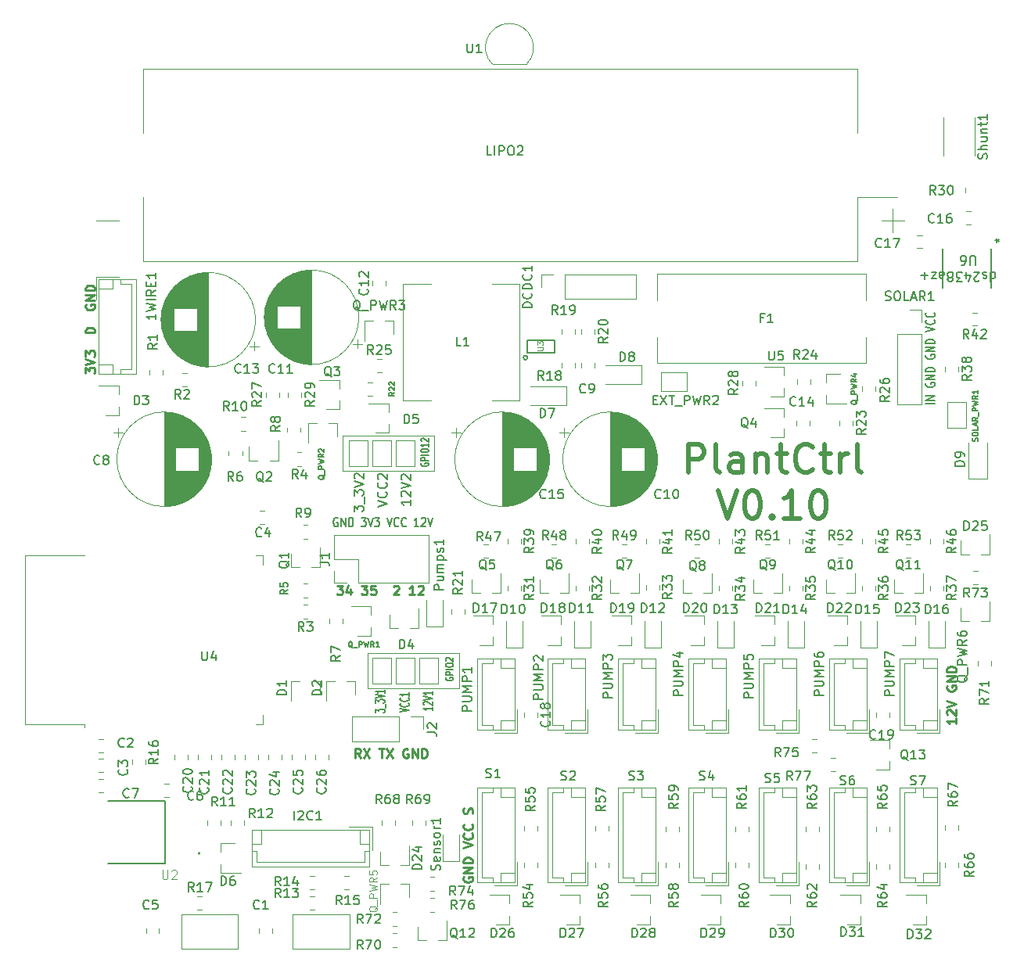
<source format=gbr>
G04 #@! TF.GenerationSoftware,KiCad,Pcbnew,5.1.10*
G04 #@! TF.CreationDate,2021-06-10T23:09:58+02:00*
G04 #@! TF.ProjectId,PlantCtrlESP32,506c616e-7443-4747-926c-45535033322e,rev?*
G04 #@! TF.SameCoordinates,Original*
G04 #@! TF.FileFunction,Legend,Top*
G04 #@! TF.FilePolarity,Positive*
%FSLAX46Y46*%
G04 Gerber Fmt 4.6, Leading zero omitted, Abs format (unit mm)*
G04 Created by KiCad (PCBNEW 5.1.10) date 2021-06-10 23:09:58*
%MOMM*%
%LPD*%
G01*
G04 APERTURE LIST*
%ADD10C,0.200000*%
%ADD11C,0.250000*%
%ADD12C,0.150000*%
%ADD13C,0.120000*%
%ADD14C,0.500000*%
%ADD15C,0.152400*%
%ADD16C,0.127000*%
%ADD17C,0.100000*%
%ADD18C,0.015000*%
G04 APERTURE END LIST*
D10*
X262453380Y-80352285D02*
X261453380Y-80352285D01*
X262453380Y-79971333D02*
X261453380Y-79971333D01*
X262453380Y-79514190D01*
X261453380Y-79514190D01*
X261501000Y-78104666D02*
X261453380Y-78180857D01*
X261453380Y-78295142D01*
X261501000Y-78409428D01*
X261596238Y-78485619D01*
X261691476Y-78523714D01*
X261881952Y-78561809D01*
X262024809Y-78561809D01*
X262215285Y-78523714D01*
X262310523Y-78485619D01*
X262405761Y-78409428D01*
X262453380Y-78295142D01*
X262453380Y-78218952D01*
X262405761Y-78104666D01*
X262358142Y-78066571D01*
X262024809Y-78066571D01*
X262024809Y-78218952D01*
X262453380Y-77723714D02*
X261453380Y-77723714D01*
X262453380Y-77266571D01*
X261453380Y-77266571D01*
X262453380Y-76885619D02*
X261453380Y-76885619D01*
X261453380Y-76695142D01*
X261501000Y-76580857D01*
X261596238Y-76504666D01*
X261691476Y-76466571D01*
X261881952Y-76428476D01*
X262024809Y-76428476D01*
X262215285Y-76466571D01*
X262310523Y-76504666D01*
X262405761Y-76580857D01*
X262453380Y-76695142D01*
X262453380Y-76885619D01*
X261501000Y-75057047D02*
X261453380Y-75133238D01*
X261453380Y-75247523D01*
X261501000Y-75361809D01*
X261596238Y-75438000D01*
X261691476Y-75476095D01*
X261881952Y-75514190D01*
X262024809Y-75514190D01*
X262215285Y-75476095D01*
X262310523Y-75438000D01*
X262405761Y-75361809D01*
X262453380Y-75247523D01*
X262453380Y-75171333D01*
X262405761Y-75057047D01*
X262358142Y-75018952D01*
X262024809Y-75018952D01*
X262024809Y-75171333D01*
X262453380Y-74676095D02*
X261453380Y-74676095D01*
X262453380Y-74218952D01*
X261453380Y-74218952D01*
X262453380Y-73838000D02*
X261453380Y-73838000D01*
X261453380Y-73647523D01*
X261501000Y-73533238D01*
X261596238Y-73457047D01*
X261691476Y-73418952D01*
X261881952Y-73380857D01*
X262024809Y-73380857D01*
X262215285Y-73418952D01*
X262310523Y-73457047D01*
X262405761Y-73533238D01*
X262453380Y-73647523D01*
X262453380Y-73838000D01*
X261453380Y-72542761D02*
X262453380Y-72276095D01*
X261453380Y-72009428D01*
X262358142Y-71285619D02*
X262405761Y-71323714D01*
X262453380Y-71438000D01*
X262453380Y-71514190D01*
X262405761Y-71628476D01*
X262310523Y-71704666D01*
X262215285Y-71742761D01*
X262024809Y-71780857D01*
X261881952Y-71780857D01*
X261691476Y-71742761D01*
X261596238Y-71704666D01*
X261501000Y-71628476D01*
X261453380Y-71514190D01*
X261453380Y-71438000D01*
X261501000Y-71323714D01*
X261548619Y-71285619D01*
X262358142Y-70485619D02*
X262405761Y-70523714D01*
X262453380Y-70638000D01*
X262453380Y-70714190D01*
X262405761Y-70828476D01*
X262310523Y-70904666D01*
X262215285Y-70942761D01*
X262024809Y-70980857D01*
X261881952Y-70980857D01*
X261691476Y-70942761D01*
X261596238Y-70904666D01*
X261501000Y-70828476D01*
X261453380Y-70714190D01*
X261453380Y-70638000D01*
X261501000Y-70523714D01*
X261548619Y-70485619D01*
D11*
X170521380Y-77048714D02*
X170521380Y-76429666D01*
X170902333Y-76763000D01*
X170902333Y-76620142D01*
X170949952Y-76524904D01*
X170997571Y-76477285D01*
X171092809Y-76429666D01*
X171330904Y-76429666D01*
X171426142Y-76477285D01*
X171473761Y-76524904D01*
X171521380Y-76620142D01*
X171521380Y-76905857D01*
X171473761Y-77001095D01*
X171426142Y-77048714D01*
X170521380Y-76143952D02*
X171521380Y-75810619D01*
X170521380Y-75477285D01*
X170521380Y-75239190D02*
X170521380Y-74620142D01*
X170902333Y-74953476D01*
X170902333Y-74810619D01*
X170949952Y-74715380D01*
X170997571Y-74667761D01*
X171092809Y-74620142D01*
X171330904Y-74620142D01*
X171426142Y-74667761D01*
X171473761Y-74715380D01*
X171521380Y-74810619D01*
X171521380Y-75096333D01*
X171473761Y-75191571D01*
X171426142Y-75239190D01*
X171521380Y-72667761D02*
X170521380Y-72667761D01*
X170521380Y-72429666D01*
X170569000Y-72286809D01*
X170664238Y-72191571D01*
X170759476Y-72143952D01*
X170949952Y-72096333D01*
X171092809Y-72096333D01*
X171283285Y-72143952D01*
X171378523Y-72191571D01*
X171473761Y-72286809D01*
X171521380Y-72429666D01*
X171521380Y-72667761D01*
X170569000Y-69620142D02*
X170521380Y-69715380D01*
X170521380Y-69858238D01*
X170569000Y-70001095D01*
X170664238Y-70096333D01*
X170759476Y-70143952D01*
X170949952Y-70191571D01*
X171092809Y-70191571D01*
X171283285Y-70143952D01*
X171378523Y-70096333D01*
X171473761Y-70001095D01*
X171521380Y-69858238D01*
X171521380Y-69763000D01*
X171473761Y-69620142D01*
X171426142Y-69572523D01*
X171092809Y-69572523D01*
X171092809Y-69763000D01*
X171521380Y-69143952D02*
X170521380Y-69143952D01*
X171521380Y-68572523D01*
X170521380Y-68572523D01*
X171521380Y-68096333D02*
X170521380Y-68096333D01*
X170521380Y-67858238D01*
X170569000Y-67715380D01*
X170664238Y-67620142D01*
X170759476Y-67572523D01*
X170949952Y-67524904D01*
X171092809Y-67524904D01*
X171283285Y-67572523D01*
X171378523Y-67620142D01*
X171473761Y-67715380D01*
X171521380Y-67858238D01*
X171521380Y-68096333D01*
X264739380Y-114410809D02*
X264739380Y-114982238D01*
X264739380Y-114696523D02*
X263739380Y-114696523D01*
X263882238Y-114791761D01*
X263977476Y-114887000D01*
X264025095Y-114982238D01*
X263834619Y-114029857D02*
X263787000Y-113982238D01*
X263739380Y-113887000D01*
X263739380Y-113648904D01*
X263787000Y-113553666D01*
X263834619Y-113506047D01*
X263929857Y-113458428D01*
X264025095Y-113458428D01*
X264167952Y-113506047D01*
X264739380Y-114077476D01*
X264739380Y-113458428D01*
X263739380Y-113172714D02*
X264739380Y-112839380D01*
X263739380Y-112506047D01*
X263787000Y-110887000D02*
X263739380Y-110982238D01*
X263739380Y-111125095D01*
X263787000Y-111267952D01*
X263882238Y-111363190D01*
X263977476Y-111410809D01*
X264167952Y-111458428D01*
X264310809Y-111458428D01*
X264501285Y-111410809D01*
X264596523Y-111363190D01*
X264691761Y-111267952D01*
X264739380Y-111125095D01*
X264739380Y-111029857D01*
X264691761Y-110887000D01*
X264644142Y-110839380D01*
X264310809Y-110839380D01*
X264310809Y-111029857D01*
X264739380Y-110410809D02*
X263739380Y-110410809D01*
X264739380Y-109839380D01*
X263739380Y-109839380D01*
X264739380Y-109363190D02*
X263739380Y-109363190D01*
X263739380Y-109125095D01*
X263787000Y-108982238D01*
X263882238Y-108887000D01*
X263977476Y-108839380D01*
X264167952Y-108791761D01*
X264310809Y-108791761D01*
X264501285Y-108839380D01*
X264596523Y-108887000D01*
X264691761Y-108982238D01*
X264739380Y-109125095D01*
X264739380Y-109363190D01*
X211463000Y-131571571D02*
X211415380Y-131666809D01*
X211415380Y-131809666D01*
X211463000Y-131952523D01*
X211558238Y-132047761D01*
X211653476Y-132095380D01*
X211843952Y-132143000D01*
X211986809Y-132143000D01*
X212177285Y-132095380D01*
X212272523Y-132047761D01*
X212367761Y-131952523D01*
X212415380Y-131809666D01*
X212415380Y-131714428D01*
X212367761Y-131571571D01*
X212320142Y-131523952D01*
X211986809Y-131523952D01*
X211986809Y-131714428D01*
X212415380Y-131095380D02*
X211415380Y-131095380D01*
X212415380Y-130523952D01*
X211415380Y-130523952D01*
X212415380Y-130047761D02*
X211415380Y-130047761D01*
X211415380Y-129809666D01*
X211463000Y-129666809D01*
X211558238Y-129571571D01*
X211653476Y-129523952D01*
X211843952Y-129476333D01*
X211986809Y-129476333D01*
X212177285Y-129523952D01*
X212272523Y-129571571D01*
X212367761Y-129666809D01*
X212415380Y-129809666D01*
X212415380Y-130047761D01*
X211415380Y-128428714D02*
X212415380Y-128095380D01*
X211415380Y-127762047D01*
X212320142Y-126857285D02*
X212367761Y-126904904D01*
X212415380Y-127047761D01*
X212415380Y-127143000D01*
X212367761Y-127285857D01*
X212272523Y-127381095D01*
X212177285Y-127428714D01*
X211986809Y-127476333D01*
X211843952Y-127476333D01*
X211653476Y-127428714D01*
X211558238Y-127381095D01*
X211463000Y-127285857D01*
X211415380Y-127143000D01*
X211415380Y-127047761D01*
X211463000Y-126904904D01*
X211510619Y-126857285D01*
X212320142Y-125857285D02*
X212367761Y-125904904D01*
X212415380Y-126047761D01*
X212415380Y-126143000D01*
X212367761Y-126285857D01*
X212272523Y-126381095D01*
X212177285Y-126428714D01*
X211986809Y-126476333D01*
X211843952Y-126476333D01*
X211653476Y-126428714D01*
X211558238Y-126381095D01*
X211463000Y-126285857D01*
X211415380Y-126143000D01*
X211415380Y-126047761D01*
X211463000Y-125904904D01*
X211510619Y-125857285D01*
X212367761Y-124714428D02*
X212415380Y-124571571D01*
X212415380Y-124333476D01*
X212367761Y-124238238D01*
X212320142Y-124190619D01*
X212224904Y-124143000D01*
X212129666Y-124143000D01*
X212034428Y-124190619D01*
X211986809Y-124238238D01*
X211939190Y-124333476D01*
X211891571Y-124523952D01*
X211843952Y-124619190D01*
X211796333Y-124666809D01*
X211701095Y-124714428D01*
X211605857Y-124714428D01*
X211510619Y-124666809D01*
X211463000Y-124619190D01*
X211415380Y-124523952D01*
X211415380Y-124285857D01*
X211463000Y-124143000D01*
X200271476Y-118689380D02*
X199938142Y-118213190D01*
X199700047Y-118689380D02*
X199700047Y-117689380D01*
X200081000Y-117689380D01*
X200176238Y-117737000D01*
X200223857Y-117784619D01*
X200271476Y-117879857D01*
X200271476Y-118022714D01*
X200223857Y-118117952D01*
X200176238Y-118165571D01*
X200081000Y-118213190D01*
X199700047Y-118213190D01*
X200604809Y-117689380D02*
X201271476Y-118689380D01*
X201271476Y-117689380D02*
X200604809Y-118689380D01*
X202271476Y-117689380D02*
X202842904Y-117689380D01*
X202557190Y-118689380D02*
X202557190Y-117689380D01*
X203081000Y-117689380D02*
X203747666Y-118689380D01*
X203747666Y-117689380D02*
X203081000Y-118689380D01*
X205414333Y-117737000D02*
X205319095Y-117689380D01*
X205176238Y-117689380D01*
X205033380Y-117737000D01*
X204938142Y-117832238D01*
X204890523Y-117927476D01*
X204842904Y-118117952D01*
X204842904Y-118260809D01*
X204890523Y-118451285D01*
X204938142Y-118546523D01*
X205033380Y-118641761D01*
X205176238Y-118689380D01*
X205271476Y-118689380D01*
X205414333Y-118641761D01*
X205461952Y-118594142D01*
X205461952Y-118260809D01*
X205271476Y-118260809D01*
X205890523Y-118689380D02*
X205890523Y-117689380D01*
X206461952Y-118689380D01*
X206461952Y-117689380D01*
X206938142Y-118689380D02*
X206938142Y-117689380D01*
X207176238Y-117689380D01*
X207319095Y-117737000D01*
X207414333Y-117832238D01*
X207461952Y-117927476D01*
X207509571Y-118117952D01*
X207509571Y-118260809D01*
X207461952Y-118451285D01*
X207414333Y-118546523D01*
X207319095Y-118641761D01*
X207176238Y-118689380D01*
X206938142Y-118689380D01*
D12*
X209531000Y-109978714D02*
X209492904Y-110035857D01*
X209492904Y-110121571D01*
X209531000Y-110207285D01*
X209607190Y-110264428D01*
X209683380Y-110293000D01*
X209835761Y-110321571D01*
X209950047Y-110321571D01*
X210102428Y-110293000D01*
X210178619Y-110264428D01*
X210254809Y-110207285D01*
X210292904Y-110121571D01*
X210292904Y-110064428D01*
X210254809Y-109978714D01*
X210216714Y-109950142D01*
X209950047Y-109950142D01*
X209950047Y-110064428D01*
X210292904Y-109693000D02*
X209492904Y-109693000D01*
X209492904Y-109464428D01*
X209531000Y-109407285D01*
X209569095Y-109378714D01*
X209645285Y-109350142D01*
X209759571Y-109350142D01*
X209835761Y-109378714D01*
X209873857Y-109407285D01*
X209911952Y-109464428D01*
X209911952Y-109693000D01*
X210292904Y-109093000D02*
X209492904Y-109093000D01*
X209492904Y-108693000D02*
X209492904Y-108578714D01*
X209531000Y-108521571D01*
X209607190Y-108464428D01*
X209759571Y-108435857D01*
X210026238Y-108435857D01*
X210178619Y-108464428D01*
X210254809Y-108521571D01*
X210292904Y-108578714D01*
X210292904Y-108693000D01*
X210254809Y-108750142D01*
X210178619Y-108807285D01*
X210026238Y-108835857D01*
X209759571Y-108835857D01*
X209607190Y-108807285D01*
X209531000Y-108750142D01*
X209492904Y-108693000D01*
X209569095Y-108207285D02*
X209531000Y-108178714D01*
X209492904Y-108121571D01*
X209492904Y-107978714D01*
X209531000Y-107921571D01*
X209569095Y-107893000D01*
X209645285Y-107864428D01*
X209721476Y-107864428D01*
X209835761Y-107893000D01*
X210292904Y-108235857D01*
X210292904Y-107864428D01*
D13*
X201041000Y-107315000D02*
X210947000Y-107315000D01*
X201041000Y-111125000D02*
X201041000Y-107315000D01*
X210947000Y-111125000D02*
X201041000Y-111125000D01*
X210947000Y-107315000D02*
X210947000Y-111125000D01*
X198374000Y-87630000D02*
X198374000Y-83820000D01*
X208280000Y-87630000D02*
X198374000Y-87630000D01*
X208280000Y-83820000D02*
X208280000Y-87630000D01*
X198374000Y-83820000D02*
X208280000Y-83820000D01*
D12*
X206864000Y-86769428D02*
X206825904Y-86826571D01*
X206825904Y-86912285D01*
X206864000Y-86998000D01*
X206940190Y-87055142D01*
X207016380Y-87083714D01*
X207168761Y-87112285D01*
X207283047Y-87112285D01*
X207435428Y-87083714D01*
X207511619Y-87055142D01*
X207587809Y-86998000D01*
X207625904Y-86912285D01*
X207625904Y-86855142D01*
X207587809Y-86769428D01*
X207549714Y-86740857D01*
X207283047Y-86740857D01*
X207283047Y-86855142D01*
X207625904Y-86483714D02*
X206825904Y-86483714D01*
X206825904Y-86255142D01*
X206864000Y-86198000D01*
X206902095Y-86169428D01*
X206978285Y-86140857D01*
X207092571Y-86140857D01*
X207168761Y-86169428D01*
X207206857Y-86198000D01*
X207244952Y-86255142D01*
X207244952Y-86483714D01*
X207625904Y-85883714D02*
X206825904Y-85883714D01*
X206825904Y-85483714D02*
X206825904Y-85369428D01*
X206864000Y-85312285D01*
X206940190Y-85255142D01*
X207092571Y-85226571D01*
X207359238Y-85226571D01*
X207511619Y-85255142D01*
X207587809Y-85312285D01*
X207625904Y-85369428D01*
X207625904Y-85483714D01*
X207587809Y-85540857D01*
X207511619Y-85598000D01*
X207359238Y-85626571D01*
X207092571Y-85626571D01*
X206940190Y-85598000D01*
X206864000Y-85540857D01*
X206825904Y-85483714D01*
X207625904Y-84655142D02*
X207625904Y-84998000D01*
X207625904Y-84826571D02*
X206825904Y-84826571D01*
X206940190Y-84883714D01*
X207016380Y-84940857D01*
X207054476Y-84998000D01*
X206902095Y-84426571D02*
X206864000Y-84398000D01*
X206825904Y-84340857D01*
X206825904Y-84198000D01*
X206864000Y-84140857D01*
X206902095Y-84112285D01*
X206978285Y-84083714D01*
X207054476Y-84083714D01*
X207168761Y-84112285D01*
X207625904Y-84455142D01*
X207625904Y-84083714D01*
D10*
X197815809Y-92718000D02*
X197739619Y-92670380D01*
X197625333Y-92670380D01*
X197511047Y-92718000D01*
X197434857Y-92813238D01*
X197396761Y-92908476D01*
X197358666Y-93098952D01*
X197358666Y-93241809D01*
X197396761Y-93432285D01*
X197434857Y-93527523D01*
X197511047Y-93622761D01*
X197625333Y-93670380D01*
X197701523Y-93670380D01*
X197815809Y-93622761D01*
X197853904Y-93575142D01*
X197853904Y-93241809D01*
X197701523Y-93241809D01*
X198196761Y-93670380D02*
X198196761Y-92670380D01*
X198653904Y-93670380D01*
X198653904Y-92670380D01*
X199034857Y-93670380D02*
X199034857Y-92670380D01*
X199225333Y-92670380D01*
X199339619Y-92718000D01*
X199415809Y-92813238D01*
X199453904Y-92908476D01*
X199492000Y-93098952D01*
X199492000Y-93241809D01*
X199453904Y-93432285D01*
X199415809Y-93527523D01*
X199339619Y-93622761D01*
X199225333Y-93670380D01*
X199034857Y-93670380D01*
X200368190Y-92670380D02*
X200863428Y-92670380D01*
X200596761Y-93051333D01*
X200711047Y-93051333D01*
X200787238Y-93098952D01*
X200825333Y-93146571D01*
X200863428Y-93241809D01*
X200863428Y-93479904D01*
X200825333Y-93575142D01*
X200787238Y-93622761D01*
X200711047Y-93670380D01*
X200482476Y-93670380D01*
X200406285Y-93622761D01*
X200368190Y-93575142D01*
X201092000Y-92670380D02*
X201358666Y-93670380D01*
X201625333Y-92670380D01*
X201815809Y-92670380D02*
X202311047Y-92670380D01*
X202044380Y-93051333D01*
X202158666Y-93051333D01*
X202234857Y-93098952D01*
X202272952Y-93146571D01*
X202311047Y-93241809D01*
X202311047Y-93479904D01*
X202272952Y-93575142D01*
X202234857Y-93622761D01*
X202158666Y-93670380D01*
X201930095Y-93670380D01*
X201853904Y-93622761D01*
X201815809Y-93575142D01*
X203149142Y-92670380D02*
X203415809Y-93670380D01*
X203682476Y-92670380D01*
X204406285Y-93575142D02*
X204368190Y-93622761D01*
X204253904Y-93670380D01*
X204177714Y-93670380D01*
X204063428Y-93622761D01*
X203987238Y-93527523D01*
X203949142Y-93432285D01*
X203911047Y-93241809D01*
X203911047Y-93098952D01*
X203949142Y-92908476D01*
X203987238Y-92813238D01*
X204063428Y-92718000D01*
X204177714Y-92670380D01*
X204253904Y-92670380D01*
X204368190Y-92718000D01*
X204406285Y-92765619D01*
X205206285Y-93575142D02*
X205168190Y-93622761D01*
X205053904Y-93670380D01*
X204977714Y-93670380D01*
X204863428Y-93622761D01*
X204787238Y-93527523D01*
X204749142Y-93432285D01*
X204711047Y-93241809D01*
X204711047Y-93098952D01*
X204749142Y-92908476D01*
X204787238Y-92813238D01*
X204863428Y-92718000D01*
X204977714Y-92670380D01*
X205053904Y-92670380D01*
X205168190Y-92718000D01*
X205206285Y-92765619D01*
X206577714Y-93670380D02*
X206120571Y-93670380D01*
X206349142Y-93670380D02*
X206349142Y-92670380D01*
X206272952Y-92813238D01*
X206196761Y-92908476D01*
X206120571Y-92956095D01*
X206882476Y-92765619D02*
X206920571Y-92718000D01*
X206996761Y-92670380D01*
X207187238Y-92670380D01*
X207263428Y-92718000D01*
X207301523Y-92765619D01*
X207339619Y-92860857D01*
X207339619Y-92956095D01*
X207301523Y-93098952D01*
X206844380Y-93670380D01*
X207339619Y-93670380D01*
X207568190Y-92670380D02*
X207834857Y-93670380D01*
X208101523Y-92670380D01*
D11*
X197723714Y-100036380D02*
X198342761Y-100036380D01*
X198009428Y-100417333D01*
X198152285Y-100417333D01*
X198247523Y-100464952D01*
X198295142Y-100512571D01*
X198342761Y-100607809D01*
X198342761Y-100845904D01*
X198295142Y-100941142D01*
X198247523Y-100988761D01*
X198152285Y-101036380D01*
X197866571Y-101036380D01*
X197771333Y-100988761D01*
X197723714Y-100941142D01*
X199199904Y-100369714D02*
X199199904Y-101036380D01*
X198961809Y-99988761D02*
X198723714Y-100703047D01*
X199342761Y-100703047D01*
X200390380Y-100036380D02*
X201009428Y-100036380D01*
X200676095Y-100417333D01*
X200818952Y-100417333D01*
X200914190Y-100464952D01*
X200961809Y-100512571D01*
X201009428Y-100607809D01*
X201009428Y-100845904D01*
X200961809Y-100941142D01*
X200914190Y-100988761D01*
X200818952Y-101036380D01*
X200533238Y-101036380D01*
X200438000Y-100988761D01*
X200390380Y-100941142D01*
X201914190Y-100036380D02*
X201438000Y-100036380D01*
X201390380Y-100512571D01*
X201438000Y-100464952D01*
X201533238Y-100417333D01*
X201771333Y-100417333D01*
X201866571Y-100464952D01*
X201914190Y-100512571D01*
X201961809Y-100607809D01*
X201961809Y-100845904D01*
X201914190Y-100941142D01*
X201866571Y-100988761D01*
X201771333Y-101036380D01*
X201533238Y-101036380D01*
X201438000Y-100988761D01*
X201390380Y-100941142D01*
X203866571Y-100131619D02*
X203914190Y-100084000D01*
X204009428Y-100036380D01*
X204247523Y-100036380D01*
X204342761Y-100084000D01*
X204390380Y-100131619D01*
X204438000Y-100226857D01*
X204438000Y-100322095D01*
X204390380Y-100464952D01*
X203818952Y-101036380D01*
X204438000Y-101036380D01*
X206152285Y-101036380D02*
X205580857Y-101036380D01*
X205866571Y-101036380D02*
X205866571Y-100036380D01*
X205771333Y-100179238D01*
X205676095Y-100274476D01*
X205580857Y-100322095D01*
X206533238Y-100131619D02*
X206580857Y-100084000D01*
X206676095Y-100036380D01*
X206914190Y-100036380D01*
X207009428Y-100084000D01*
X207057047Y-100131619D01*
X207104666Y-100226857D01*
X207104666Y-100322095D01*
X207057047Y-100464952D01*
X206485619Y-101036380D01*
X207104666Y-101036380D01*
D14*
X235768714Y-87757142D02*
X235768714Y-84757142D01*
X236911571Y-84757142D01*
X237197285Y-84900000D01*
X237340142Y-85042857D01*
X237483000Y-85328571D01*
X237483000Y-85757142D01*
X237340142Y-86042857D01*
X237197285Y-86185714D01*
X236911571Y-86328571D01*
X235768714Y-86328571D01*
X239197285Y-87757142D02*
X238911571Y-87614285D01*
X238768714Y-87328571D01*
X238768714Y-84757142D01*
X241625857Y-87757142D02*
X241625857Y-86185714D01*
X241483000Y-85900000D01*
X241197285Y-85757142D01*
X240625857Y-85757142D01*
X240340142Y-85900000D01*
X241625857Y-87614285D02*
X241340142Y-87757142D01*
X240625857Y-87757142D01*
X240340142Y-87614285D01*
X240197285Y-87328571D01*
X240197285Y-87042857D01*
X240340142Y-86757142D01*
X240625857Y-86614285D01*
X241340142Y-86614285D01*
X241625857Y-86471428D01*
X243054428Y-85757142D02*
X243054428Y-87757142D01*
X243054428Y-86042857D02*
X243197285Y-85900000D01*
X243483000Y-85757142D01*
X243911571Y-85757142D01*
X244197285Y-85900000D01*
X244340142Y-86185714D01*
X244340142Y-87757142D01*
X245340142Y-85757142D02*
X246483000Y-85757142D01*
X245768714Y-84757142D02*
X245768714Y-87328571D01*
X245911571Y-87614285D01*
X246197285Y-87757142D01*
X246483000Y-87757142D01*
X249197285Y-87471428D02*
X249054428Y-87614285D01*
X248625857Y-87757142D01*
X248340142Y-87757142D01*
X247911571Y-87614285D01*
X247625857Y-87328571D01*
X247483000Y-87042857D01*
X247340142Y-86471428D01*
X247340142Y-86042857D01*
X247483000Y-85471428D01*
X247625857Y-85185714D01*
X247911571Y-84900000D01*
X248340142Y-84757142D01*
X248625857Y-84757142D01*
X249054428Y-84900000D01*
X249197285Y-85042857D01*
X250054428Y-85757142D02*
X251197285Y-85757142D01*
X250483000Y-84757142D02*
X250483000Y-87328571D01*
X250625857Y-87614285D01*
X250911571Y-87757142D01*
X251197285Y-87757142D01*
X252197285Y-87757142D02*
X252197285Y-85757142D01*
X252197285Y-86328571D02*
X252340142Y-86042857D01*
X252483000Y-85900000D01*
X252768714Y-85757142D01*
X253054428Y-85757142D01*
X254483000Y-87757142D02*
X254197285Y-87614285D01*
X254054428Y-87328571D01*
X254054428Y-84757142D01*
X238983000Y-89757142D02*
X239983000Y-92757142D01*
X240983000Y-89757142D01*
X242554428Y-89757142D02*
X242840142Y-89757142D01*
X243125857Y-89900000D01*
X243268714Y-90042857D01*
X243411571Y-90328571D01*
X243554428Y-90900000D01*
X243554428Y-91614285D01*
X243411571Y-92185714D01*
X243268714Y-92471428D01*
X243125857Y-92614285D01*
X242840142Y-92757142D01*
X242554428Y-92757142D01*
X242268714Y-92614285D01*
X242125857Y-92471428D01*
X241983000Y-92185714D01*
X241840142Y-91614285D01*
X241840142Y-90900000D01*
X241983000Y-90328571D01*
X242125857Y-90042857D01*
X242268714Y-89900000D01*
X242554428Y-89757142D01*
X244840142Y-92471428D02*
X244983000Y-92614285D01*
X244840142Y-92757142D01*
X244697285Y-92614285D01*
X244840142Y-92471428D01*
X244840142Y-92757142D01*
X247840142Y-92757142D02*
X246125857Y-92757142D01*
X246983000Y-92757142D02*
X246983000Y-89757142D01*
X246697285Y-90185714D01*
X246411571Y-90471428D01*
X246125857Y-90614285D01*
X249697285Y-89757142D02*
X249983000Y-89757142D01*
X250268714Y-89900000D01*
X250411571Y-90042857D01*
X250554428Y-90328571D01*
X250697285Y-90900000D01*
X250697285Y-91614285D01*
X250554428Y-92185714D01*
X250411571Y-92471428D01*
X250268714Y-92614285D01*
X249983000Y-92757142D01*
X249697285Y-92757142D01*
X249411571Y-92614285D01*
X249268714Y-92471428D01*
X249125857Y-92185714D01*
X248983000Y-91614285D01*
X248983000Y-90900000D01*
X249125857Y-90328571D01*
X249268714Y-90042857D01*
X249411571Y-89900000D01*
X249697285Y-89757142D01*
D13*
X203325000Y-83495000D02*
X201865000Y-83495000D01*
X203325000Y-80335000D02*
X201165000Y-80335000D01*
X203325000Y-80335000D02*
X203325000Y-81265000D01*
X203325000Y-83495000D02*
X203325000Y-82565000D01*
X197425000Y-99755000D02*
X197425000Y-98425000D01*
X198755000Y-99755000D02*
X197425000Y-99755000D01*
X197425000Y-97155000D02*
X197425000Y-94555000D01*
X200025000Y-97155000D02*
X197425000Y-97155000D01*
X200025000Y-99755000D02*
X200025000Y-97155000D01*
X197425000Y-94555000D02*
X207705000Y-94555000D01*
X200025000Y-99755000D02*
X207705000Y-99755000D01*
X207705000Y-99755000D02*
X207705000Y-94555000D01*
X206105000Y-84325000D02*
X206105000Y-87125000D01*
X206105000Y-87125000D02*
X204105000Y-87125000D01*
X204105000Y-87125000D02*
X204105000Y-84325000D01*
X204105000Y-84325000D02*
X206105000Y-84325000D01*
X201025000Y-84310000D02*
X201025000Y-87110000D01*
X201025000Y-87110000D02*
X199025000Y-87110000D01*
X199025000Y-87110000D02*
X199025000Y-84310000D01*
X199025000Y-84310000D02*
X201025000Y-84310000D01*
X203565000Y-84325000D02*
X203565000Y-87125000D01*
X203565000Y-87125000D02*
X201565000Y-87125000D01*
X201565000Y-87125000D02*
X201565000Y-84325000D01*
X201565000Y-84325000D02*
X203565000Y-84325000D01*
X208645000Y-107820000D02*
X208645000Y-110620000D01*
X208645000Y-110620000D02*
X206645000Y-110620000D01*
X206645000Y-110620000D02*
X206645000Y-107820000D01*
X206645000Y-107820000D02*
X208645000Y-107820000D01*
X203565000Y-107820000D02*
X203565000Y-110620000D01*
X203565000Y-110620000D02*
X201565000Y-110620000D01*
X201565000Y-110620000D02*
X201565000Y-107820000D01*
X201565000Y-107820000D02*
X203565000Y-107820000D01*
X206105000Y-107820000D02*
X206105000Y-110620000D01*
X206105000Y-110620000D02*
X204105000Y-110620000D01*
X204105000Y-110620000D02*
X204105000Y-107820000D01*
X204105000Y-107820000D02*
X206105000Y-107820000D01*
X192305000Y-82957936D02*
X192305000Y-83412064D01*
X193775000Y-82957936D02*
X193775000Y-83412064D01*
X193902064Y-85625000D02*
X193447936Y-85625000D01*
X193902064Y-87095000D02*
X193447936Y-87095000D01*
X187375436Y-83285000D02*
X187829564Y-83285000D01*
X187375436Y-81815000D02*
X187829564Y-81815000D01*
X186018500Y-85497936D02*
X186018500Y-85952064D01*
X187488500Y-85497936D02*
X187488500Y-85952064D01*
X196877000Y-103658936D02*
X196877000Y-104113064D01*
X198347000Y-103658936D02*
X198347000Y-104113064D01*
X194537064Y-102135000D02*
X194082936Y-102135000D01*
X194537064Y-103605000D02*
X194082936Y-103605000D01*
X194537064Y-93499000D02*
X194082936Y-93499000D01*
X194537064Y-94969000D02*
X194082936Y-94969000D01*
X194537064Y-99849000D02*
X194082936Y-99849000D01*
X194537064Y-101319000D02*
X194082936Y-101319000D01*
X197795000Y-82425000D02*
X197795000Y-83885000D01*
X194635000Y-82425000D02*
X194635000Y-84585000D01*
X194635000Y-82425000D02*
X195565000Y-82425000D01*
X197795000Y-82425000D02*
X196865000Y-82425000D01*
X201420000Y-105466000D02*
X199960000Y-105466000D01*
X201420000Y-102306000D02*
X199260000Y-102306000D01*
X201420000Y-102306000D02*
X201420000Y-103236000D01*
X201420000Y-105466000D02*
X201420000Y-104536000D01*
X188221500Y-86485000D02*
X188221500Y-85025000D01*
X191381500Y-86485000D02*
X191381500Y-84325000D01*
X191381500Y-86485000D02*
X190451500Y-86485000D01*
X188221500Y-86485000D02*
X189151500Y-86485000D01*
X192730000Y-98042000D02*
X192730000Y-96582000D01*
X195890000Y-98042000D02*
X195890000Y-95882000D01*
X195890000Y-98042000D02*
X194960000Y-98042000D01*
X192730000Y-98042000D02*
X193660000Y-98042000D01*
X199700000Y-110365000D02*
X199700000Y-111825000D01*
X196540000Y-110365000D02*
X196540000Y-112525000D01*
X196540000Y-110365000D02*
X197470000Y-110365000D01*
X199700000Y-110365000D02*
X198770000Y-110365000D01*
X203398000Y-104646000D02*
X203398000Y-103186000D01*
X206558000Y-104646000D02*
X206558000Y-102486000D01*
X206558000Y-104646000D02*
X205628000Y-104646000D01*
X203398000Y-104646000D02*
X204328000Y-104646000D01*
X195890000Y-110365000D02*
X195890000Y-111825000D01*
X192730000Y-110365000D02*
X192730000Y-112525000D01*
X192730000Y-110365000D02*
X193660000Y-110365000D01*
X195890000Y-110365000D02*
X194960000Y-110365000D01*
X185168000Y-127960000D02*
X186628000Y-127960000D01*
X185168000Y-131120000D02*
X187328000Y-131120000D01*
X185168000Y-131120000D02*
X185168000Y-130190000D01*
X185168000Y-127960000D02*
X185168000Y-128890000D01*
X203734936Y-136879000D02*
X204189064Y-136879000D01*
X203734936Y-135409000D02*
X204189064Y-135409000D01*
X203734936Y-139165000D02*
X204189064Y-139165000D01*
X203734936Y-137695000D02*
X204189064Y-137695000D01*
X208253064Y-133885000D02*
X207798936Y-133885000D01*
X208253064Y-135355000D02*
X207798936Y-135355000D01*
X208253064Y-131599000D02*
X207798936Y-131599000D01*
X208253064Y-133069000D02*
X207798936Y-133069000D01*
X186209000Y-125502936D02*
X186209000Y-125957064D01*
X187679000Y-125502936D02*
X187679000Y-125957064D01*
X183669000Y-125502936D02*
X183669000Y-125957064D01*
X185139000Y-125502936D02*
X185139000Y-125957064D01*
X205542000Y-132336000D02*
X205542000Y-133796000D01*
X202382000Y-132336000D02*
X202382000Y-134496000D01*
X202382000Y-132336000D02*
X203312000Y-132336000D01*
X205542000Y-132336000D02*
X204612000Y-132336000D01*
X206446000Y-138428000D02*
X206446000Y-136968000D01*
X209606000Y-138428000D02*
X209606000Y-136268000D01*
X209606000Y-138428000D02*
X208676000Y-138428000D01*
X206446000Y-138428000D02*
X207376000Y-138428000D01*
X202382000Y-130300000D02*
X202382000Y-128840000D01*
X205542000Y-130300000D02*
X205542000Y-128140000D01*
X205542000Y-130300000D02*
X204612000Y-130300000D01*
X202382000Y-130300000D02*
X203312000Y-130300000D01*
X201538000Y-126168000D02*
X199038000Y-126168000D01*
X201538000Y-128668000D02*
X201538000Y-126168000D01*
X189518000Y-127968000D02*
X189518000Y-126468000D01*
X188518000Y-127968000D02*
X189518000Y-127968000D01*
X200238000Y-127968000D02*
X200238000Y-126468000D01*
X201238000Y-127968000D02*
X200238000Y-127968000D01*
X189018000Y-128778000D02*
X188518000Y-128778000D01*
X189018000Y-129988000D02*
X189018000Y-128778000D01*
X200738000Y-129988000D02*
X189018000Y-129988000D01*
X200738000Y-128778000D02*
X200738000Y-129988000D01*
X201238000Y-128778000D02*
X200738000Y-128778000D01*
X188518000Y-130488000D02*
X201238000Y-130488000D01*
X188518000Y-126468000D02*
X188518000Y-130488000D01*
X201238000Y-126468000D02*
X188518000Y-126468000D01*
X201238000Y-130488000D02*
X201238000Y-126468000D01*
X198552936Y-131435000D02*
X199007064Y-131435000D01*
X198552936Y-132905000D02*
X199007064Y-132905000D01*
X225627000Y-72258422D02*
X225627000Y-72775578D01*
X224207000Y-72258422D02*
X224207000Y-72775578D01*
X222048000Y-72775578D02*
X222048000Y-72258422D01*
X223468000Y-72775578D02*
X223468000Y-72258422D01*
X222048000Y-76458578D02*
X222048000Y-75941422D01*
X223468000Y-76458578D02*
X223468000Y-75941422D01*
X205919000Y-125988578D02*
X205919000Y-125471422D01*
X207339000Y-125988578D02*
X207339000Y-125471422D01*
X180970422Y-77014000D02*
X181487578Y-77014000D01*
X180970422Y-78434000D02*
X181487578Y-78434000D01*
X202617000Y-125988578D02*
X202617000Y-125471422D01*
X204037000Y-125988578D02*
X204037000Y-125471422D01*
X177471000Y-77220578D02*
X177471000Y-76703422D01*
X178891000Y-77220578D02*
X178891000Y-76703422D01*
X263577000Y-130560578D02*
X263577000Y-130043422D01*
X264997000Y-130560578D02*
X264997000Y-130043422D01*
X256084000Y-130687578D02*
X256084000Y-130170422D01*
X257504000Y-130687578D02*
X257504000Y-130170422D01*
X248464000Y-130687578D02*
X248464000Y-130170422D01*
X249884000Y-130687578D02*
X249884000Y-130170422D01*
X240844000Y-130560578D02*
X240844000Y-130043422D01*
X242264000Y-130560578D02*
X242264000Y-130043422D01*
X233351000Y-130560578D02*
X233351000Y-130043422D01*
X234771000Y-130560578D02*
X234771000Y-130043422D01*
X225731000Y-130560578D02*
X225731000Y-130043422D01*
X227151000Y-130560578D02*
X227151000Y-130043422D01*
X217984000Y-130560578D02*
X217984000Y-130043422D01*
X219404000Y-130560578D02*
X219404000Y-130043422D01*
X220540000Y-132150000D02*
X224560000Y-132150000D01*
X224560000Y-132150000D02*
X224560000Y-121930000D01*
X224560000Y-121930000D02*
X220540000Y-121930000D01*
X220540000Y-121930000D02*
X220540000Y-132150000D01*
X222250000Y-132150000D02*
X222250000Y-131650000D01*
X222250000Y-131650000D02*
X221040000Y-131650000D01*
X221040000Y-131650000D02*
X221040000Y-122430000D01*
X221040000Y-122430000D02*
X222250000Y-122430000D01*
X222250000Y-122430000D02*
X222250000Y-121930000D01*
X223060000Y-132150000D02*
X223060000Y-131150000D01*
X223060000Y-131150000D02*
X224560000Y-131150000D01*
X223060000Y-121930000D02*
X223060000Y-122930000D01*
X223060000Y-122930000D02*
X224560000Y-122930000D01*
X222360000Y-132450000D02*
X224860000Y-132450000D01*
X224860000Y-132450000D02*
X224860000Y-129950000D01*
X199330000Y-114240000D02*
X199330000Y-116900000D01*
X204470000Y-114240000D02*
X199330000Y-114240000D01*
X204470000Y-116900000D02*
X199330000Y-116900000D01*
X204470000Y-114240000D02*
X204470000Y-116900000D01*
X205740000Y-114240000D02*
X207070000Y-114240000D01*
X207070000Y-114240000D02*
X207070000Y-115570000D01*
X187040000Y-135620000D02*
X187040000Y-139320000D01*
X180920000Y-135620000D02*
X187040000Y-135620000D01*
X180920000Y-139320000D02*
X180920000Y-135620000D01*
X187040000Y-139320000D02*
X180920000Y-139320000D01*
X199084500Y-135665600D02*
X199084500Y-139365600D01*
X192964500Y-135665600D02*
X199084500Y-135665600D01*
X192964500Y-139365600D02*
X192964500Y-135665600D01*
X199084500Y-139365600D02*
X192964500Y-139365600D01*
X220726000Y-86360000D02*
G75*
G03*
X220726000Y-86360000I-5120000J0D01*
G01*
X215606000Y-81280000D02*
X215606000Y-91440000D01*
X215646000Y-81280000D02*
X215646000Y-91440000D01*
X215686000Y-81280000D02*
X215686000Y-91440000D01*
X215726000Y-81281000D02*
X215726000Y-91439000D01*
X215766000Y-81282000D02*
X215766000Y-91438000D01*
X215806000Y-81283000D02*
X215806000Y-91437000D01*
X215846000Y-81285000D02*
X215846000Y-91435000D01*
X215886000Y-81287000D02*
X215886000Y-91433000D01*
X215926000Y-81290000D02*
X215926000Y-91430000D01*
X215966000Y-81292000D02*
X215966000Y-91428000D01*
X216006000Y-81295000D02*
X216006000Y-91425000D01*
X216046000Y-81298000D02*
X216046000Y-91422000D01*
X216086000Y-81302000D02*
X216086000Y-91418000D01*
X216126000Y-81306000D02*
X216126000Y-91414000D01*
X216166000Y-81310000D02*
X216166000Y-91410000D01*
X216206000Y-81315000D02*
X216206000Y-91405000D01*
X216246000Y-81320000D02*
X216246000Y-91400000D01*
X216286000Y-81325000D02*
X216286000Y-91395000D01*
X216327000Y-81330000D02*
X216327000Y-91390000D01*
X216367000Y-81336000D02*
X216367000Y-91384000D01*
X216407000Y-81342000D02*
X216407000Y-91378000D01*
X216447000Y-81349000D02*
X216447000Y-91371000D01*
X216487000Y-81356000D02*
X216487000Y-91364000D01*
X216527000Y-81363000D02*
X216527000Y-91357000D01*
X216567000Y-81370000D02*
X216567000Y-91350000D01*
X216607000Y-81378000D02*
X216607000Y-91342000D01*
X216647000Y-81386000D02*
X216647000Y-91334000D01*
X216687000Y-81395000D02*
X216687000Y-91325000D01*
X216727000Y-81404000D02*
X216727000Y-91316000D01*
X216767000Y-81413000D02*
X216767000Y-91307000D01*
X216807000Y-81422000D02*
X216807000Y-91298000D01*
X216847000Y-81432000D02*
X216847000Y-91288000D01*
X216887000Y-81442000D02*
X216887000Y-85119000D01*
X216887000Y-87601000D02*
X216887000Y-91278000D01*
X216927000Y-81453000D02*
X216927000Y-85119000D01*
X216927000Y-87601000D02*
X216927000Y-91267000D01*
X216967000Y-81463000D02*
X216967000Y-85119000D01*
X216967000Y-87601000D02*
X216967000Y-91257000D01*
X217007000Y-81475000D02*
X217007000Y-85119000D01*
X217007000Y-87601000D02*
X217007000Y-91245000D01*
X217047000Y-81486000D02*
X217047000Y-85119000D01*
X217047000Y-87601000D02*
X217047000Y-91234000D01*
X217087000Y-81498000D02*
X217087000Y-85119000D01*
X217087000Y-87601000D02*
X217087000Y-91222000D01*
X217127000Y-81510000D02*
X217127000Y-85119000D01*
X217127000Y-87601000D02*
X217127000Y-91210000D01*
X217167000Y-81523000D02*
X217167000Y-85119000D01*
X217167000Y-87601000D02*
X217167000Y-91197000D01*
X217207000Y-81536000D02*
X217207000Y-85119000D01*
X217207000Y-87601000D02*
X217207000Y-91184000D01*
X217247000Y-81549000D02*
X217247000Y-85119000D01*
X217247000Y-87601000D02*
X217247000Y-91171000D01*
X217287000Y-81563000D02*
X217287000Y-85119000D01*
X217287000Y-87601000D02*
X217287000Y-91157000D01*
X217327000Y-81577000D02*
X217327000Y-85119000D01*
X217327000Y-87601000D02*
X217327000Y-91143000D01*
X217367000Y-81592000D02*
X217367000Y-85119000D01*
X217367000Y-87601000D02*
X217367000Y-91128000D01*
X217407000Y-81606000D02*
X217407000Y-85119000D01*
X217407000Y-87601000D02*
X217407000Y-91114000D01*
X217447000Y-81622000D02*
X217447000Y-85119000D01*
X217447000Y-87601000D02*
X217447000Y-91098000D01*
X217487000Y-81637000D02*
X217487000Y-85119000D01*
X217487000Y-87601000D02*
X217487000Y-91083000D01*
X217527000Y-81653000D02*
X217527000Y-85119000D01*
X217527000Y-87601000D02*
X217527000Y-91067000D01*
X217567000Y-81670000D02*
X217567000Y-85119000D01*
X217567000Y-87601000D02*
X217567000Y-91050000D01*
X217607000Y-81686000D02*
X217607000Y-85119000D01*
X217607000Y-87601000D02*
X217607000Y-91034000D01*
X217647000Y-81703000D02*
X217647000Y-85119000D01*
X217647000Y-87601000D02*
X217647000Y-91017000D01*
X217687000Y-81721000D02*
X217687000Y-85119000D01*
X217687000Y-87601000D02*
X217687000Y-90999000D01*
X217727000Y-81739000D02*
X217727000Y-85119000D01*
X217727000Y-87601000D02*
X217727000Y-90981000D01*
X217767000Y-81757000D02*
X217767000Y-85119000D01*
X217767000Y-87601000D02*
X217767000Y-90963000D01*
X217807000Y-81776000D02*
X217807000Y-85119000D01*
X217807000Y-87601000D02*
X217807000Y-90944000D01*
X217847000Y-81796000D02*
X217847000Y-85119000D01*
X217847000Y-87601000D02*
X217847000Y-90924000D01*
X217887000Y-81815000D02*
X217887000Y-85119000D01*
X217887000Y-87601000D02*
X217887000Y-90905000D01*
X217927000Y-81835000D02*
X217927000Y-85119000D01*
X217927000Y-87601000D02*
X217927000Y-90885000D01*
X217967000Y-81856000D02*
X217967000Y-85119000D01*
X217967000Y-87601000D02*
X217967000Y-90864000D01*
X218007000Y-81877000D02*
X218007000Y-85119000D01*
X218007000Y-87601000D02*
X218007000Y-90843000D01*
X218047000Y-81898000D02*
X218047000Y-85119000D01*
X218047000Y-87601000D02*
X218047000Y-90822000D01*
X218087000Y-81920000D02*
X218087000Y-85119000D01*
X218087000Y-87601000D02*
X218087000Y-90800000D01*
X218127000Y-81943000D02*
X218127000Y-85119000D01*
X218127000Y-87601000D02*
X218127000Y-90777000D01*
X218167000Y-81965000D02*
X218167000Y-85119000D01*
X218167000Y-87601000D02*
X218167000Y-90755000D01*
X218207000Y-81989000D02*
X218207000Y-85119000D01*
X218207000Y-87601000D02*
X218207000Y-90731000D01*
X218247000Y-82013000D02*
X218247000Y-85119000D01*
X218247000Y-87601000D02*
X218247000Y-90707000D01*
X218287000Y-82037000D02*
X218287000Y-85119000D01*
X218287000Y-87601000D02*
X218287000Y-90683000D01*
X218327000Y-82062000D02*
X218327000Y-85119000D01*
X218327000Y-87601000D02*
X218327000Y-90658000D01*
X218367000Y-82087000D02*
X218367000Y-85119000D01*
X218367000Y-87601000D02*
X218367000Y-90633000D01*
X218407000Y-82113000D02*
X218407000Y-85119000D01*
X218407000Y-87601000D02*
X218407000Y-90607000D01*
X218447000Y-82139000D02*
X218447000Y-85119000D01*
X218447000Y-87601000D02*
X218447000Y-90581000D01*
X218487000Y-82166000D02*
X218487000Y-85119000D01*
X218487000Y-87601000D02*
X218487000Y-90554000D01*
X218527000Y-82194000D02*
X218527000Y-85119000D01*
X218527000Y-87601000D02*
X218527000Y-90526000D01*
X218567000Y-82222000D02*
X218567000Y-85119000D01*
X218567000Y-87601000D02*
X218567000Y-90498000D01*
X218607000Y-82250000D02*
X218607000Y-85119000D01*
X218607000Y-87601000D02*
X218607000Y-90470000D01*
X218647000Y-82280000D02*
X218647000Y-85119000D01*
X218647000Y-87601000D02*
X218647000Y-90440000D01*
X218687000Y-82310000D02*
X218687000Y-85119000D01*
X218687000Y-87601000D02*
X218687000Y-90410000D01*
X218727000Y-82340000D02*
X218727000Y-85119000D01*
X218727000Y-87601000D02*
X218727000Y-90380000D01*
X218767000Y-82371000D02*
X218767000Y-85119000D01*
X218767000Y-87601000D02*
X218767000Y-90349000D01*
X218807000Y-82403000D02*
X218807000Y-85119000D01*
X218807000Y-87601000D02*
X218807000Y-90317000D01*
X218847000Y-82435000D02*
X218847000Y-85119000D01*
X218847000Y-87601000D02*
X218847000Y-90285000D01*
X218887000Y-82468000D02*
X218887000Y-85119000D01*
X218887000Y-87601000D02*
X218887000Y-90252000D01*
X218927000Y-82502000D02*
X218927000Y-85119000D01*
X218927000Y-87601000D02*
X218927000Y-90218000D01*
X218967000Y-82536000D02*
X218967000Y-85119000D01*
X218967000Y-87601000D02*
X218967000Y-90184000D01*
X219007000Y-82571000D02*
X219007000Y-85119000D01*
X219007000Y-87601000D02*
X219007000Y-90149000D01*
X219047000Y-82607000D02*
X219047000Y-85119000D01*
X219047000Y-87601000D02*
X219047000Y-90113000D01*
X219087000Y-82644000D02*
X219087000Y-85119000D01*
X219087000Y-87601000D02*
X219087000Y-90076000D01*
X219127000Y-82681000D02*
X219127000Y-85119000D01*
X219127000Y-87601000D02*
X219127000Y-90039000D01*
X219167000Y-82720000D02*
X219167000Y-85119000D01*
X219167000Y-87601000D02*
X219167000Y-90000000D01*
X219207000Y-82759000D02*
X219207000Y-85119000D01*
X219207000Y-87601000D02*
X219207000Y-89961000D01*
X219247000Y-82799000D02*
X219247000Y-85119000D01*
X219247000Y-87601000D02*
X219247000Y-89921000D01*
X219287000Y-82840000D02*
X219287000Y-85119000D01*
X219287000Y-87601000D02*
X219287000Y-89880000D01*
X219327000Y-82882000D02*
X219327000Y-85119000D01*
X219327000Y-87601000D02*
X219327000Y-89838000D01*
X219367000Y-82924000D02*
X219367000Y-89796000D01*
X219407000Y-82968000D02*
X219407000Y-89752000D01*
X219447000Y-83013000D02*
X219447000Y-89707000D01*
X219487000Y-83059000D02*
X219487000Y-89661000D01*
X219527000Y-83106000D02*
X219527000Y-89614000D01*
X219567000Y-83154000D02*
X219567000Y-89566000D01*
X219607000Y-83204000D02*
X219607000Y-89516000D01*
X219647000Y-83254000D02*
X219647000Y-89466000D01*
X219687000Y-83306000D02*
X219687000Y-89414000D01*
X219727000Y-83360000D02*
X219727000Y-89360000D01*
X219767000Y-83415000D02*
X219767000Y-89305000D01*
X219807000Y-83471000D02*
X219807000Y-89249000D01*
X219847000Y-83530000D02*
X219847000Y-89190000D01*
X219887000Y-83590000D02*
X219887000Y-89130000D01*
X219927000Y-83651000D02*
X219927000Y-89069000D01*
X219967000Y-83715000D02*
X219967000Y-89005000D01*
X220007000Y-83781000D02*
X220007000Y-88939000D01*
X220047000Y-83850000D02*
X220047000Y-88870000D01*
X220087000Y-83921000D02*
X220087000Y-88799000D01*
X220127000Y-83995000D02*
X220127000Y-88725000D01*
X220167000Y-84071000D02*
X220167000Y-88649000D01*
X220207000Y-84151000D02*
X220207000Y-88569000D01*
X220247000Y-84235000D02*
X220247000Y-88485000D01*
X220287000Y-84323000D02*
X220287000Y-88397000D01*
X220327000Y-84416000D02*
X220327000Y-88304000D01*
X220367000Y-84514000D02*
X220367000Y-88206000D01*
X220407000Y-84618000D02*
X220407000Y-88102000D01*
X220447000Y-84730000D02*
X220447000Y-87990000D01*
X220487000Y-84850000D02*
X220487000Y-87870000D01*
X220527000Y-84982000D02*
X220527000Y-87738000D01*
X220567000Y-85130000D02*
X220567000Y-87590000D01*
X220607000Y-85298000D02*
X220607000Y-87422000D01*
X220647000Y-85498000D02*
X220647000Y-87222000D01*
X220687000Y-85761000D02*
X220687000Y-86959000D01*
X210126354Y-83485000D02*
X211126354Y-83485000D01*
X210626354Y-82985000D02*
X210626354Y-83985000D01*
X174115000Y-81590000D02*
X172655000Y-81590000D01*
X174115000Y-78430000D02*
X171955000Y-78430000D01*
X174115000Y-78430000D02*
X174115000Y-79360000D01*
X174115000Y-81590000D02*
X174115000Y-80660000D01*
X265795000Y-82934000D02*
X263795000Y-82934000D01*
X265795000Y-80134000D02*
X265795000Y-82934000D01*
X263795000Y-80134000D02*
X265795000Y-80134000D01*
X263795000Y-82934000D02*
X263795000Y-80134000D01*
X259715000Y-70171000D02*
X261045000Y-70171000D01*
X261045000Y-70171000D02*
X261045000Y-71501000D01*
X261045000Y-72771000D02*
X261045000Y-80451000D01*
X258385000Y-80451000D02*
X261045000Y-80451000D01*
X258385000Y-72771000D02*
X258385000Y-80451000D01*
X258385000Y-72771000D02*
X261045000Y-72771000D01*
X253567000Y-82164422D02*
X253567000Y-82681578D01*
X252147000Y-82164422D02*
X252147000Y-82681578D01*
X248995000Y-77719422D02*
X248995000Y-78236578D01*
X247575000Y-77719422D02*
X247575000Y-78236578D01*
X241606000Y-78363578D02*
X241606000Y-77846422D01*
X243026000Y-78363578D02*
X243026000Y-77846422D01*
X201553578Y-79450000D02*
X201036422Y-79450000D01*
X201553578Y-78030000D02*
X201036422Y-78030000D01*
X268553000Y-108199422D02*
X268553000Y-108716578D01*
X267133000Y-108199422D02*
X267133000Y-108716578D01*
X246124000Y-84003000D02*
X246124000Y-83073000D01*
X246124000Y-80843000D02*
X246124000Y-81773000D01*
X246124000Y-80843000D02*
X243964000Y-80843000D01*
X246124000Y-84003000D02*
X244664000Y-84003000D01*
X184150000Y-86360000D02*
G75*
G03*
X184150000Y-86360000I-5120000J0D01*
G01*
X179030000Y-81280000D02*
X179030000Y-91440000D01*
X179070000Y-81280000D02*
X179070000Y-91440000D01*
X179110000Y-81280000D02*
X179110000Y-91440000D01*
X179150000Y-81281000D02*
X179150000Y-91439000D01*
X179190000Y-81282000D02*
X179190000Y-91438000D01*
X179230000Y-81283000D02*
X179230000Y-91437000D01*
X179270000Y-81285000D02*
X179270000Y-91435000D01*
X179310000Y-81287000D02*
X179310000Y-91433000D01*
X179350000Y-81290000D02*
X179350000Y-91430000D01*
X179390000Y-81292000D02*
X179390000Y-91428000D01*
X179430000Y-81295000D02*
X179430000Y-91425000D01*
X179470000Y-81298000D02*
X179470000Y-91422000D01*
X179510000Y-81302000D02*
X179510000Y-91418000D01*
X179550000Y-81306000D02*
X179550000Y-91414000D01*
X179590000Y-81310000D02*
X179590000Y-91410000D01*
X179630000Y-81315000D02*
X179630000Y-91405000D01*
X179670000Y-81320000D02*
X179670000Y-91400000D01*
X179710000Y-81325000D02*
X179710000Y-91395000D01*
X179751000Y-81330000D02*
X179751000Y-91390000D01*
X179791000Y-81336000D02*
X179791000Y-91384000D01*
X179831000Y-81342000D02*
X179831000Y-91378000D01*
X179871000Y-81349000D02*
X179871000Y-91371000D01*
X179911000Y-81356000D02*
X179911000Y-91364000D01*
X179951000Y-81363000D02*
X179951000Y-91357000D01*
X179991000Y-81370000D02*
X179991000Y-91350000D01*
X180031000Y-81378000D02*
X180031000Y-91342000D01*
X180071000Y-81386000D02*
X180071000Y-91334000D01*
X180111000Y-81395000D02*
X180111000Y-91325000D01*
X180151000Y-81404000D02*
X180151000Y-91316000D01*
X180191000Y-81413000D02*
X180191000Y-91307000D01*
X180231000Y-81422000D02*
X180231000Y-91298000D01*
X180271000Y-81432000D02*
X180271000Y-91288000D01*
X180311000Y-81442000D02*
X180311000Y-85119000D01*
X180311000Y-87601000D02*
X180311000Y-91278000D01*
X180351000Y-81453000D02*
X180351000Y-85119000D01*
X180351000Y-87601000D02*
X180351000Y-91267000D01*
X180391000Y-81463000D02*
X180391000Y-85119000D01*
X180391000Y-87601000D02*
X180391000Y-91257000D01*
X180431000Y-81475000D02*
X180431000Y-85119000D01*
X180431000Y-87601000D02*
X180431000Y-91245000D01*
X180471000Y-81486000D02*
X180471000Y-85119000D01*
X180471000Y-87601000D02*
X180471000Y-91234000D01*
X180511000Y-81498000D02*
X180511000Y-85119000D01*
X180511000Y-87601000D02*
X180511000Y-91222000D01*
X180551000Y-81510000D02*
X180551000Y-85119000D01*
X180551000Y-87601000D02*
X180551000Y-91210000D01*
X180591000Y-81523000D02*
X180591000Y-85119000D01*
X180591000Y-87601000D02*
X180591000Y-91197000D01*
X180631000Y-81536000D02*
X180631000Y-85119000D01*
X180631000Y-87601000D02*
X180631000Y-91184000D01*
X180671000Y-81549000D02*
X180671000Y-85119000D01*
X180671000Y-87601000D02*
X180671000Y-91171000D01*
X180711000Y-81563000D02*
X180711000Y-85119000D01*
X180711000Y-87601000D02*
X180711000Y-91157000D01*
X180751000Y-81577000D02*
X180751000Y-85119000D01*
X180751000Y-87601000D02*
X180751000Y-91143000D01*
X180791000Y-81592000D02*
X180791000Y-85119000D01*
X180791000Y-87601000D02*
X180791000Y-91128000D01*
X180831000Y-81606000D02*
X180831000Y-85119000D01*
X180831000Y-87601000D02*
X180831000Y-91114000D01*
X180871000Y-81622000D02*
X180871000Y-85119000D01*
X180871000Y-87601000D02*
X180871000Y-91098000D01*
X180911000Y-81637000D02*
X180911000Y-85119000D01*
X180911000Y-87601000D02*
X180911000Y-91083000D01*
X180951000Y-81653000D02*
X180951000Y-85119000D01*
X180951000Y-87601000D02*
X180951000Y-91067000D01*
X180991000Y-81670000D02*
X180991000Y-85119000D01*
X180991000Y-87601000D02*
X180991000Y-91050000D01*
X181031000Y-81686000D02*
X181031000Y-85119000D01*
X181031000Y-87601000D02*
X181031000Y-91034000D01*
X181071000Y-81703000D02*
X181071000Y-85119000D01*
X181071000Y-87601000D02*
X181071000Y-91017000D01*
X181111000Y-81721000D02*
X181111000Y-85119000D01*
X181111000Y-87601000D02*
X181111000Y-90999000D01*
X181151000Y-81739000D02*
X181151000Y-85119000D01*
X181151000Y-87601000D02*
X181151000Y-90981000D01*
X181191000Y-81757000D02*
X181191000Y-85119000D01*
X181191000Y-87601000D02*
X181191000Y-90963000D01*
X181231000Y-81776000D02*
X181231000Y-85119000D01*
X181231000Y-87601000D02*
X181231000Y-90944000D01*
X181271000Y-81796000D02*
X181271000Y-85119000D01*
X181271000Y-87601000D02*
X181271000Y-90924000D01*
X181311000Y-81815000D02*
X181311000Y-85119000D01*
X181311000Y-87601000D02*
X181311000Y-90905000D01*
X181351000Y-81835000D02*
X181351000Y-85119000D01*
X181351000Y-87601000D02*
X181351000Y-90885000D01*
X181391000Y-81856000D02*
X181391000Y-85119000D01*
X181391000Y-87601000D02*
X181391000Y-90864000D01*
X181431000Y-81877000D02*
X181431000Y-85119000D01*
X181431000Y-87601000D02*
X181431000Y-90843000D01*
X181471000Y-81898000D02*
X181471000Y-85119000D01*
X181471000Y-87601000D02*
X181471000Y-90822000D01*
X181511000Y-81920000D02*
X181511000Y-85119000D01*
X181511000Y-87601000D02*
X181511000Y-90800000D01*
X181551000Y-81943000D02*
X181551000Y-85119000D01*
X181551000Y-87601000D02*
X181551000Y-90777000D01*
X181591000Y-81965000D02*
X181591000Y-85119000D01*
X181591000Y-87601000D02*
X181591000Y-90755000D01*
X181631000Y-81989000D02*
X181631000Y-85119000D01*
X181631000Y-87601000D02*
X181631000Y-90731000D01*
X181671000Y-82013000D02*
X181671000Y-85119000D01*
X181671000Y-87601000D02*
X181671000Y-90707000D01*
X181711000Y-82037000D02*
X181711000Y-85119000D01*
X181711000Y-87601000D02*
X181711000Y-90683000D01*
X181751000Y-82062000D02*
X181751000Y-85119000D01*
X181751000Y-87601000D02*
X181751000Y-90658000D01*
X181791000Y-82087000D02*
X181791000Y-85119000D01*
X181791000Y-87601000D02*
X181791000Y-90633000D01*
X181831000Y-82113000D02*
X181831000Y-85119000D01*
X181831000Y-87601000D02*
X181831000Y-90607000D01*
X181871000Y-82139000D02*
X181871000Y-85119000D01*
X181871000Y-87601000D02*
X181871000Y-90581000D01*
X181911000Y-82166000D02*
X181911000Y-85119000D01*
X181911000Y-87601000D02*
X181911000Y-90554000D01*
X181951000Y-82194000D02*
X181951000Y-85119000D01*
X181951000Y-87601000D02*
X181951000Y-90526000D01*
X181991000Y-82222000D02*
X181991000Y-85119000D01*
X181991000Y-87601000D02*
X181991000Y-90498000D01*
X182031000Y-82250000D02*
X182031000Y-85119000D01*
X182031000Y-87601000D02*
X182031000Y-90470000D01*
X182071000Y-82280000D02*
X182071000Y-85119000D01*
X182071000Y-87601000D02*
X182071000Y-90440000D01*
X182111000Y-82310000D02*
X182111000Y-85119000D01*
X182111000Y-87601000D02*
X182111000Y-90410000D01*
X182151000Y-82340000D02*
X182151000Y-85119000D01*
X182151000Y-87601000D02*
X182151000Y-90380000D01*
X182191000Y-82371000D02*
X182191000Y-85119000D01*
X182191000Y-87601000D02*
X182191000Y-90349000D01*
X182231000Y-82403000D02*
X182231000Y-85119000D01*
X182231000Y-87601000D02*
X182231000Y-90317000D01*
X182271000Y-82435000D02*
X182271000Y-85119000D01*
X182271000Y-87601000D02*
X182271000Y-90285000D01*
X182311000Y-82468000D02*
X182311000Y-85119000D01*
X182311000Y-87601000D02*
X182311000Y-90252000D01*
X182351000Y-82502000D02*
X182351000Y-85119000D01*
X182351000Y-87601000D02*
X182351000Y-90218000D01*
X182391000Y-82536000D02*
X182391000Y-85119000D01*
X182391000Y-87601000D02*
X182391000Y-90184000D01*
X182431000Y-82571000D02*
X182431000Y-85119000D01*
X182431000Y-87601000D02*
X182431000Y-90149000D01*
X182471000Y-82607000D02*
X182471000Y-85119000D01*
X182471000Y-87601000D02*
X182471000Y-90113000D01*
X182511000Y-82644000D02*
X182511000Y-85119000D01*
X182511000Y-87601000D02*
X182511000Y-90076000D01*
X182551000Y-82681000D02*
X182551000Y-85119000D01*
X182551000Y-87601000D02*
X182551000Y-90039000D01*
X182591000Y-82720000D02*
X182591000Y-85119000D01*
X182591000Y-87601000D02*
X182591000Y-90000000D01*
X182631000Y-82759000D02*
X182631000Y-85119000D01*
X182631000Y-87601000D02*
X182631000Y-89961000D01*
X182671000Y-82799000D02*
X182671000Y-85119000D01*
X182671000Y-87601000D02*
X182671000Y-89921000D01*
X182711000Y-82840000D02*
X182711000Y-85119000D01*
X182711000Y-87601000D02*
X182711000Y-89880000D01*
X182751000Y-82882000D02*
X182751000Y-85119000D01*
X182751000Y-87601000D02*
X182751000Y-89838000D01*
X182791000Y-82924000D02*
X182791000Y-89796000D01*
X182831000Y-82968000D02*
X182831000Y-89752000D01*
X182871000Y-83013000D02*
X182871000Y-89707000D01*
X182911000Y-83059000D02*
X182911000Y-89661000D01*
X182951000Y-83106000D02*
X182951000Y-89614000D01*
X182991000Y-83154000D02*
X182991000Y-89566000D01*
X183031000Y-83204000D02*
X183031000Y-89516000D01*
X183071000Y-83254000D02*
X183071000Y-89466000D01*
X183111000Y-83306000D02*
X183111000Y-89414000D01*
X183151000Y-83360000D02*
X183151000Y-89360000D01*
X183191000Y-83415000D02*
X183191000Y-89305000D01*
X183231000Y-83471000D02*
X183231000Y-89249000D01*
X183271000Y-83530000D02*
X183271000Y-89190000D01*
X183311000Y-83590000D02*
X183311000Y-89130000D01*
X183351000Y-83651000D02*
X183351000Y-89069000D01*
X183391000Y-83715000D02*
X183391000Y-89005000D01*
X183431000Y-83781000D02*
X183431000Y-88939000D01*
X183471000Y-83850000D02*
X183471000Y-88870000D01*
X183511000Y-83921000D02*
X183511000Y-88799000D01*
X183551000Y-83995000D02*
X183551000Y-88725000D01*
X183591000Y-84071000D02*
X183591000Y-88649000D01*
X183631000Y-84151000D02*
X183631000Y-88569000D01*
X183671000Y-84235000D02*
X183671000Y-88485000D01*
X183711000Y-84323000D02*
X183711000Y-88397000D01*
X183751000Y-84416000D02*
X183751000Y-88304000D01*
X183791000Y-84514000D02*
X183791000Y-88206000D01*
X183831000Y-84618000D02*
X183831000Y-88102000D01*
X183871000Y-84730000D02*
X183871000Y-87990000D01*
X183911000Y-84850000D02*
X183911000Y-87870000D01*
X183951000Y-84982000D02*
X183951000Y-87738000D01*
X183991000Y-85130000D02*
X183991000Y-87590000D01*
X184031000Y-85298000D02*
X184031000Y-87422000D01*
X184071000Y-85498000D02*
X184071000Y-87222000D01*
X184111000Y-85761000D02*
X184111000Y-86959000D01*
X173550354Y-83485000D02*
X174550354Y-83485000D01*
X174050354Y-82985000D02*
X174050354Y-83985000D01*
X247448000Y-82681578D02*
X247448000Y-82164422D01*
X248868000Y-82681578D02*
X248868000Y-82164422D01*
X209148000Y-127016000D02*
X209148000Y-129901000D01*
X209148000Y-129901000D02*
X210968000Y-129901000D01*
X210968000Y-129901000D02*
X210968000Y-127016000D01*
X254560000Y-78998578D02*
X254560000Y-78481422D01*
X255980000Y-78998578D02*
X255980000Y-78481422D01*
X249686578Y-118058000D02*
X249169422Y-118058000D01*
X249686578Y-116638000D02*
X249169422Y-116638000D01*
X191464000Y-79116422D02*
X191464000Y-79633578D01*
X190044000Y-79116422D02*
X190044000Y-79633578D01*
X263577000Y-126496578D02*
X263577000Y-125979422D01*
X264997000Y-126496578D02*
X264997000Y-125979422D01*
X267009378Y-71906200D02*
X266492222Y-71906200D01*
X267009378Y-70486200D02*
X266492222Y-70486200D01*
X263346000Y-94991422D02*
X263346000Y-95508578D01*
X261926000Y-94991422D02*
X261926000Y-95508578D01*
X256084000Y-126623578D02*
X256084000Y-126106422D01*
X257504000Y-126623578D02*
X257504000Y-126106422D01*
X255980000Y-94991422D02*
X255980000Y-95508578D01*
X254560000Y-94991422D02*
X254560000Y-95508578D01*
X248464000Y-126623578D02*
X248464000Y-126106422D01*
X249884000Y-126623578D02*
X249884000Y-126106422D01*
X248106000Y-94991422D02*
X248106000Y-95508578D01*
X246686000Y-94991422D02*
X246686000Y-95508578D01*
X240844000Y-126623578D02*
X240844000Y-126106422D01*
X242264000Y-126623578D02*
X242264000Y-126106422D01*
X240486000Y-95007422D02*
X240486000Y-95524578D01*
X239066000Y-95007422D02*
X239066000Y-95524578D01*
X233351000Y-126623578D02*
X233351000Y-126106422D01*
X234771000Y-126623578D02*
X234771000Y-126106422D01*
X232612000Y-95007422D02*
X232612000Y-95524578D01*
X231192000Y-95007422D02*
X231192000Y-95524578D01*
X225731000Y-126607578D02*
X225731000Y-126090422D01*
X227151000Y-126607578D02*
X227151000Y-126090422D01*
X224992000Y-95007422D02*
X224992000Y-95524578D01*
X223572000Y-95007422D02*
X223572000Y-95524578D01*
X217984000Y-126607578D02*
X217984000Y-126090422D01*
X219404000Y-126607578D02*
X219404000Y-126090422D01*
X217626000Y-94991422D02*
X217626000Y-95508578D01*
X216206000Y-94991422D02*
X216206000Y-95508578D01*
X176986000Y-118867422D02*
X176986000Y-119384578D01*
X175566000Y-118867422D02*
X175566000Y-119384578D01*
X182621422Y-133656000D02*
X183138578Y-133656000D01*
X182621422Y-135076000D02*
X183138578Y-135076000D01*
X211530000Y-102611422D02*
X211530000Y-103128578D01*
X210110000Y-102611422D02*
X210110000Y-103128578D01*
X267085578Y-99897000D02*
X266568422Y-99897000D01*
X267085578Y-98477000D02*
X266568422Y-98477000D01*
X202052422Y-75490000D02*
X202569578Y-75490000D01*
X202052422Y-76910000D02*
X202569578Y-76910000D01*
X251201422Y-118670000D02*
X251718578Y-118670000D01*
X251201422Y-120090000D02*
X251718578Y-120090000D01*
X193877000Y-79116422D02*
X193877000Y-79633578D01*
X192457000Y-79116422D02*
X192457000Y-79633578D01*
X259830578Y-96976000D02*
X259313422Y-96976000D01*
X259830578Y-95556000D02*
X259313422Y-95556000D01*
X263346000Y-100055422D02*
X263346000Y-100572578D01*
X261926000Y-100055422D02*
X261926000Y-100572578D01*
X236970578Y-96976000D02*
X236453422Y-96976000D01*
X236970578Y-95556000D02*
X236453422Y-95556000D01*
X240486000Y-100087422D02*
X240486000Y-100604578D01*
X239066000Y-100087422D02*
X239066000Y-100604578D01*
X252480578Y-96976000D02*
X251963422Y-96976000D01*
X252480578Y-95556000D02*
X251963422Y-95556000D01*
X255980000Y-100071422D02*
X255980000Y-100588578D01*
X254560000Y-100071422D02*
X254560000Y-100588578D01*
X229096578Y-96976000D02*
X228579422Y-96976000D01*
X229096578Y-95556000D02*
X228579422Y-95556000D01*
X232612000Y-99944422D02*
X232612000Y-100461578D01*
X231192000Y-99944422D02*
X231192000Y-100461578D01*
X244606578Y-96976000D02*
X244089422Y-96976000D01*
X244606578Y-95556000D02*
X244089422Y-95556000D01*
X248106000Y-100071422D02*
X248106000Y-100588578D01*
X246686000Y-100071422D02*
X246686000Y-100588578D01*
X220975422Y-95556000D02*
X221492578Y-95556000D01*
X220975422Y-96976000D02*
X221492578Y-96976000D01*
X224992000Y-100071422D02*
X224992000Y-100588578D01*
X223572000Y-100071422D02*
X223572000Y-100588578D01*
X214126578Y-96976000D02*
X213609422Y-96976000D01*
X214126578Y-95556000D02*
X213609422Y-95556000D01*
X217626000Y-100071422D02*
X217626000Y-100588578D01*
X216206000Y-100071422D02*
X216206000Y-100588578D01*
X264997000Y-76322422D02*
X264997000Y-76839578D01*
X263577000Y-76322422D02*
X263577000Y-76839578D01*
X265784400Y-56976622D02*
X265784400Y-57493778D01*
X264364400Y-56976622D02*
X264364400Y-57493778D01*
X194821422Y-131460000D02*
X195338578Y-131460000D01*
X194821422Y-132880000D02*
X195338578Y-132880000D01*
X194813422Y-133656000D02*
X195330578Y-133656000D01*
X194813422Y-135076000D02*
X195330578Y-135076000D01*
X250700000Y-77160000D02*
X250700000Y-78090000D01*
X250700000Y-80320000D02*
X250700000Y-79390000D01*
X250700000Y-80320000D02*
X252860000Y-80320000D01*
X250700000Y-77160000D02*
X252160000Y-77160000D01*
X265247000Y-103884000D02*
X266177000Y-103884000D01*
X268407000Y-103884000D02*
X267477000Y-103884000D01*
X268407000Y-103884000D02*
X268407000Y-101724000D01*
X265247000Y-103884000D02*
X265247000Y-102424000D01*
X203891000Y-71376000D02*
X202961000Y-71376000D01*
X200731000Y-71376000D02*
X201661000Y-71376000D01*
X200731000Y-71376000D02*
X200731000Y-73536000D01*
X203891000Y-71376000D02*
X203891000Y-72836000D01*
X257554000Y-119944000D02*
X257554000Y-119014000D01*
X257554000Y-116784000D02*
X257554000Y-117714000D01*
X257554000Y-116784000D02*
X255394000Y-116784000D01*
X257554000Y-119944000D02*
X256094000Y-119944000D01*
X197991000Y-80955000D02*
X197991000Y-80025000D01*
X197991000Y-77795000D02*
X197991000Y-78725000D01*
X197991000Y-77795000D02*
X195831000Y-77795000D01*
X197991000Y-80955000D02*
X196531000Y-80955000D01*
X258008000Y-100836000D02*
X258938000Y-100836000D01*
X261168000Y-100836000D02*
X260238000Y-100836000D01*
X261168000Y-100836000D02*
X261168000Y-98676000D01*
X258008000Y-100836000D02*
X258008000Y-99376000D01*
X235148000Y-100836000D02*
X236078000Y-100836000D01*
X238308000Y-100836000D02*
X237378000Y-100836000D01*
X238308000Y-100836000D02*
X238308000Y-98676000D01*
X235148000Y-100836000D02*
X235148000Y-99376000D01*
X250642000Y-100836000D02*
X251572000Y-100836000D01*
X253802000Y-100836000D02*
X252872000Y-100836000D01*
X253802000Y-100836000D02*
X253802000Y-98676000D01*
X250642000Y-100836000D02*
X250642000Y-99376000D01*
X227274000Y-100836000D02*
X228204000Y-100836000D01*
X230434000Y-100836000D02*
X229504000Y-100836000D01*
X230434000Y-100836000D02*
X230434000Y-98676000D01*
X227274000Y-100836000D02*
X227274000Y-99376000D01*
X242768000Y-100836000D02*
X243698000Y-100836000D01*
X245928000Y-100836000D02*
X244998000Y-100836000D01*
X245928000Y-100836000D02*
X245928000Y-98676000D01*
X242768000Y-100836000D02*
X242768000Y-99376000D01*
X219654000Y-100836000D02*
X220584000Y-100836000D01*
X222814000Y-100836000D02*
X221884000Y-100836000D01*
X222814000Y-100836000D02*
X222814000Y-98676000D01*
X219654000Y-100836000D02*
X219654000Y-99376000D01*
X212288000Y-100836000D02*
X213218000Y-100836000D01*
X215448000Y-100836000D02*
X214518000Y-100836000D01*
X215448000Y-100836000D02*
X215448000Y-98676000D01*
X212288000Y-100836000D02*
X212288000Y-99376000D01*
X207370000Y-101616000D02*
X207370000Y-104501000D01*
X207370000Y-104501000D02*
X209190000Y-104501000D01*
X209190000Y-104501000D02*
X209190000Y-101616000D01*
X261726000Y-103902000D02*
X261726000Y-106787000D01*
X261726000Y-106787000D02*
X263546000Y-106787000D01*
X263546000Y-106787000D02*
X263546000Y-103902000D01*
X238866000Y-103865500D02*
X238866000Y-106750500D01*
X238866000Y-106750500D02*
X240686000Y-106750500D01*
X240686000Y-106750500D02*
X240686000Y-103865500D01*
X254360000Y-103902000D02*
X254360000Y-106787000D01*
X254360000Y-106787000D02*
X256180000Y-106787000D01*
X256180000Y-106787000D02*
X256180000Y-103902000D01*
X230992000Y-103865500D02*
X230992000Y-106750500D01*
X230992000Y-106750500D02*
X232812000Y-106750500D01*
X232812000Y-106750500D02*
X232812000Y-103865500D01*
X246486000Y-103902000D02*
X246486000Y-106787000D01*
X246486000Y-106787000D02*
X248306000Y-106787000D01*
X248306000Y-106787000D02*
X248306000Y-103902000D01*
X223372000Y-103865500D02*
X223372000Y-106750500D01*
X223372000Y-106750500D02*
X225192000Y-106750500D01*
X225192000Y-106750500D02*
X225192000Y-103865500D01*
X216006000Y-103902000D02*
X216006000Y-106787000D01*
X216006000Y-106787000D02*
X217826000Y-106787000D01*
X217826000Y-106787000D02*
X217826000Y-103902000D01*
X261049378Y-63524200D02*
X260532222Y-63524200D01*
X261049378Y-62104200D02*
X260532222Y-62104200D01*
X265806422Y-59488000D02*
X266323578Y-59488000D01*
X265806422Y-60908000D02*
X266323578Y-60908000D01*
X179065422Y-121464000D02*
X179582578Y-121464000D01*
X179065422Y-122884000D02*
X179582578Y-122884000D01*
X177070000Y-137672578D02*
X177070000Y-137155422D01*
X178490000Y-137672578D02*
X178490000Y-137155422D01*
X171953422Y-116638000D02*
X172470578Y-116638000D01*
X171953422Y-118058000D02*
X172470578Y-118058000D01*
X257504000Y-113787422D02*
X257504000Y-114304578D01*
X256084000Y-113787422D02*
X256084000Y-114304578D01*
X172470578Y-120217000D02*
X171953422Y-120217000D01*
X172470578Y-118797000D02*
X171953422Y-118797000D01*
X219404000Y-113787422D02*
X219404000Y-114304578D01*
X217984000Y-113787422D02*
X217984000Y-114304578D01*
X172470578Y-122376000D02*
X171953422Y-122376000D01*
X172470578Y-120956000D02*
X171953422Y-120956000D01*
X224207000Y-76458578D02*
X224207000Y-75941422D01*
X225627000Y-76458578D02*
X225627000Y-75941422D01*
X201601000Y-67568578D02*
X201601000Y-67051422D01*
X203021000Y-67568578D02*
X203021000Y-67051422D01*
X195378000Y-118876578D02*
X195378000Y-118359422D01*
X196798000Y-118876578D02*
X196798000Y-118359422D01*
X192838000Y-118876578D02*
X192838000Y-118359422D01*
X194258000Y-118876578D02*
X194258000Y-118359422D01*
X190298000Y-118876578D02*
X190298000Y-118359422D01*
X191718000Y-118876578D02*
X191718000Y-118359422D01*
X187758000Y-118876578D02*
X187758000Y-118359422D01*
X189178000Y-118876578D02*
X189178000Y-118359422D01*
X185218000Y-118885578D02*
X185218000Y-118368422D01*
X186638000Y-118885578D02*
X186638000Y-118368422D01*
X182678000Y-118876578D02*
X182678000Y-118359422D01*
X184098000Y-118876578D02*
X184098000Y-118359422D01*
X180138000Y-118876578D02*
X180138000Y-118359422D01*
X181558000Y-118876578D02*
X181558000Y-118359422D01*
X189352422Y-91936500D02*
X189869578Y-91936500D01*
X189352422Y-93356500D02*
X189869578Y-93356500D01*
X189282000Y-137672578D02*
X189282000Y-137155422D01*
X190702000Y-137672578D02*
X190702000Y-137155422D01*
X246124000Y-79558000D02*
X246124000Y-78628000D01*
X246124000Y-76398000D02*
X246124000Y-77328000D01*
X246124000Y-76398000D02*
X243964000Y-76398000D01*
X246124000Y-79558000D02*
X244664000Y-79558000D01*
X188929000Y-71247000D02*
G75*
G03*
X188929000Y-71247000I-5120000J0D01*
G01*
X183809000Y-76327000D02*
X183809000Y-66167000D01*
X183769000Y-76327000D02*
X183769000Y-66167000D01*
X183729000Y-76327000D02*
X183729000Y-66167000D01*
X183689000Y-76326000D02*
X183689000Y-66168000D01*
X183649000Y-76325000D02*
X183649000Y-66169000D01*
X183609000Y-76324000D02*
X183609000Y-66170000D01*
X183569000Y-76322000D02*
X183569000Y-66172000D01*
X183529000Y-76320000D02*
X183529000Y-66174000D01*
X183489000Y-76317000D02*
X183489000Y-66177000D01*
X183449000Y-76315000D02*
X183449000Y-66179000D01*
X183409000Y-76312000D02*
X183409000Y-66182000D01*
X183369000Y-76309000D02*
X183369000Y-66185000D01*
X183329000Y-76305000D02*
X183329000Y-66189000D01*
X183289000Y-76301000D02*
X183289000Y-66193000D01*
X183249000Y-76297000D02*
X183249000Y-66197000D01*
X183209000Y-76292000D02*
X183209000Y-66202000D01*
X183169000Y-76287000D02*
X183169000Y-66207000D01*
X183129000Y-76282000D02*
X183129000Y-66212000D01*
X183088000Y-76277000D02*
X183088000Y-66217000D01*
X183048000Y-76271000D02*
X183048000Y-66223000D01*
X183008000Y-76265000D02*
X183008000Y-66229000D01*
X182968000Y-76258000D02*
X182968000Y-66236000D01*
X182928000Y-76251000D02*
X182928000Y-66243000D01*
X182888000Y-76244000D02*
X182888000Y-66250000D01*
X182848000Y-76237000D02*
X182848000Y-66257000D01*
X182808000Y-76229000D02*
X182808000Y-66265000D01*
X182768000Y-76221000D02*
X182768000Y-66273000D01*
X182728000Y-76212000D02*
X182728000Y-66282000D01*
X182688000Y-76203000D02*
X182688000Y-66291000D01*
X182648000Y-76194000D02*
X182648000Y-66300000D01*
X182608000Y-76185000D02*
X182608000Y-66309000D01*
X182568000Y-76175000D02*
X182568000Y-66319000D01*
X182528000Y-76165000D02*
X182528000Y-72488000D01*
X182528000Y-70006000D02*
X182528000Y-66329000D01*
X182488000Y-76154000D02*
X182488000Y-72488000D01*
X182488000Y-70006000D02*
X182488000Y-66340000D01*
X182448000Y-76144000D02*
X182448000Y-72488000D01*
X182448000Y-70006000D02*
X182448000Y-66350000D01*
X182408000Y-76132000D02*
X182408000Y-72488000D01*
X182408000Y-70006000D02*
X182408000Y-66362000D01*
X182368000Y-76121000D02*
X182368000Y-72488000D01*
X182368000Y-70006000D02*
X182368000Y-66373000D01*
X182328000Y-76109000D02*
X182328000Y-72488000D01*
X182328000Y-70006000D02*
X182328000Y-66385000D01*
X182288000Y-76097000D02*
X182288000Y-72488000D01*
X182288000Y-70006000D02*
X182288000Y-66397000D01*
X182248000Y-76084000D02*
X182248000Y-72488000D01*
X182248000Y-70006000D02*
X182248000Y-66410000D01*
X182208000Y-76071000D02*
X182208000Y-72488000D01*
X182208000Y-70006000D02*
X182208000Y-66423000D01*
X182168000Y-76058000D02*
X182168000Y-72488000D01*
X182168000Y-70006000D02*
X182168000Y-66436000D01*
X182128000Y-76044000D02*
X182128000Y-72488000D01*
X182128000Y-70006000D02*
X182128000Y-66450000D01*
X182088000Y-76030000D02*
X182088000Y-72488000D01*
X182088000Y-70006000D02*
X182088000Y-66464000D01*
X182048000Y-76015000D02*
X182048000Y-72488000D01*
X182048000Y-70006000D02*
X182048000Y-66479000D01*
X182008000Y-76001000D02*
X182008000Y-72488000D01*
X182008000Y-70006000D02*
X182008000Y-66493000D01*
X181968000Y-75985000D02*
X181968000Y-72488000D01*
X181968000Y-70006000D02*
X181968000Y-66509000D01*
X181928000Y-75970000D02*
X181928000Y-72488000D01*
X181928000Y-70006000D02*
X181928000Y-66524000D01*
X181888000Y-75954000D02*
X181888000Y-72488000D01*
X181888000Y-70006000D02*
X181888000Y-66540000D01*
X181848000Y-75937000D02*
X181848000Y-72488000D01*
X181848000Y-70006000D02*
X181848000Y-66557000D01*
X181808000Y-75921000D02*
X181808000Y-72488000D01*
X181808000Y-70006000D02*
X181808000Y-66573000D01*
X181768000Y-75904000D02*
X181768000Y-72488000D01*
X181768000Y-70006000D02*
X181768000Y-66590000D01*
X181728000Y-75886000D02*
X181728000Y-72488000D01*
X181728000Y-70006000D02*
X181728000Y-66608000D01*
X181688000Y-75868000D02*
X181688000Y-72488000D01*
X181688000Y-70006000D02*
X181688000Y-66626000D01*
X181648000Y-75850000D02*
X181648000Y-72488000D01*
X181648000Y-70006000D02*
X181648000Y-66644000D01*
X181608000Y-75831000D02*
X181608000Y-72488000D01*
X181608000Y-70006000D02*
X181608000Y-66663000D01*
X181568000Y-75811000D02*
X181568000Y-72488000D01*
X181568000Y-70006000D02*
X181568000Y-66683000D01*
X181528000Y-75792000D02*
X181528000Y-72488000D01*
X181528000Y-70006000D02*
X181528000Y-66702000D01*
X181488000Y-75772000D02*
X181488000Y-72488000D01*
X181488000Y-70006000D02*
X181488000Y-66722000D01*
X181448000Y-75751000D02*
X181448000Y-72488000D01*
X181448000Y-70006000D02*
X181448000Y-66743000D01*
X181408000Y-75730000D02*
X181408000Y-72488000D01*
X181408000Y-70006000D02*
X181408000Y-66764000D01*
X181368000Y-75709000D02*
X181368000Y-72488000D01*
X181368000Y-70006000D02*
X181368000Y-66785000D01*
X181328000Y-75687000D02*
X181328000Y-72488000D01*
X181328000Y-70006000D02*
X181328000Y-66807000D01*
X181288000Y-75664000D02*
X181288000Y-72488000D01*
X181288000Y-70006000D02*
X181288000Y-66830000D01*
X181248000Y-75642000D02*
X181248000Y-72488000D01*
X181248000Y-70006000D02*
X181248000Y-66852000D01*
X181208000Y-75618000D02*
X181208000Y-72488000D01*
X181208000Y-70006000D02*
X181208000Y-66876000D01*
X181168000Y-75594000D02*
X181168000Y-72488000D01*
X181168000Y-70006000D02*
X181168000Y-66900000D01*
X181128000Y-75570000D02*
X181128000Y-72488000D01*
X181128000Y-70006000D02*
X181128000Y-66924000D01*
X181088000Y-75545000D02*
X181088000Y-72488000D01*
X181088000Y-70006000D02*
X181088000Y-66949000D01*
X181048000Y-75520000D02*
X181048000Y-72488000D01*
X181048000Y-70006000D02*
X181048000Y-66974000D01*
X181008000Y-75494000D02*
X181008000Y-72488000D01*
X181008000Y-70006000D02*
X181008000Y-67000000D01*
X180968000Y-75468000D02*
X180968000Y-72488000D01*
X180968000Y-70006000D02*
X180968000Y-67026000D01*
X180928000Y-75441000D02*
X180928000Y-72488000D01*
X180928000Y-70006000D02*
X180928000Y-67053000D01*
X180888000Y-75413000D02*
X180888000Y-72488000D01*
X180888000Y-70006000D02*
X180888000Y-67081000D01*
X180848000Y-75385000D02*
X180848000Y-72488000D01*
X180848000Y-70006000D02*
X180848000Y-67109000D01*
X180808000Y-75357000D02*
X180808000Y-72488000D01*
X180808000Y-70006000D02*
X180808000Y-67137000D01*
X180768000Y-75327000D02*
X180768000Y-72488000D01*
X180768000Y-70006000D02*
X180768000Y-67167000D01*
X180728000Y-75297000D02*
X180728000Y-72488000D01*
X180728000Y-70006000D02*
X180728000Y-67197000D01*
X180688000Y-75267000D02*
X180688000Y-72488000D01*
X180688000Y-70006000D02*
X180688000Y-67227000D01*
X180648000Y-75236000D02*
X180648000Y-72488000D01*
X180648000Y-70006000D02*
X180648000Y-67258000D01*
X180608000Y-75204000D02*
X180608000Y-72488000D01*
X180608000Y-70006000D02*
X180608000Y-67290000D01*
X180568000Y-75172000D02*
X180568000Y-72488000D01*
X180568000Y-70006000D02*
X180568000Y-67322000D01*
X180528000Y-75139000D02*
X180528000Y-72488000D01*
X180528000Y-70006000D02*
X180528000Y-67355000D01*
X180488000Y-75105000D02*
X180488000Y-72488000D01*
X180488000Y-70006000D02*
X180488000Y-67389000D01*
X180448000Y-75071000D02*
X180448000Y-72488000D01*
X180448000Y-70006000D02*
X180448000Y-67423000D01*
X180408000Y-75036000D02*
X180408000Y-72488000D01*
X180408000Y-70006000D02*
X180408000Y-67458000D01*
X180368000Y-75000000D02*
X180368000Y-72488000D01*
X180368000Y-70006000D02*
X180368000Y-67494000D01*
X180328000Y-74963000D02*
X180328000Y-72488000D01*
X180328000Y-70006000D02*
X180328000Y-67531000D01*
X180288000Y-74926000D02*
X180288000Y-72488000D01*
X180288000Y-70006000D02*
X180288000Y-67568000D01*
X180248000Y-74887000D02*
X180248000Y-72488000D01*
X180248000Y-70006000D02*
X180248000Y-67607000D01*
X180208000Y-74848000D02*
X180208000Y-72488000D01*
X180208000Y-70006000D02*
X180208000Y-67646000D01*
X180168000Y-74808000D02*
X180168000Y-72488000D01*
X180168000Y-70006000D02*
X180168000Y-67686000D01*
X180128000Y-74767000D02*
X180128000Y-72488000D01*
X180128000Y-70006000D02*
X180128000Y-67727000D01*
X180088000Y-74725000D02*
X180088000Y-72488000D01*
X180088000Y-70006000D02*
X180088000Y-67769000D01*
X180048000Y-74683000D02*
X180048000Y-67811000D01*
X180008000Y-74639000D02*
X180008000Y-67855000D01*
X179968000Y-74594000D02*
X179968000Y-67900000D01*
X179928000Y-74548000D02*
X179928000Y-67946000D01*
X179888000Y-74501000D02*
X179888000Y-67993000D01*
X179848000Y-74453000D02*
X179848000Y-68041000D01*
X179808000Y-74403000D02*
X179808000Y-68091000D01*
X179768000Y-74353000D02*
X179768000Y-68141000D01*
X179728000Y-74301000D02*
X179728000Y-68193000D01*
X179688000Y-74247000D02*
X179688000Y-68247000D01*
X179648000Y-74192000D02*
X179648000Y-68302000D01*
X179608000Y-74136000D02*
X179608000Y-68358000D01*
X179568000Y-74077000D02*
X179568000Y-68417000D01*
X179528000Y-74017000D02*
X179528000Y-68477000D01*
X179488000Y-73956000D02*
X179488000Y-68538000D01*
X179448000Y-73892000D02*
X179448000Y-68602000D01*
X179408000Y-73826000D02*
X179408000Y-68668000D01*
X179368000Y-73757000D02*
X179368000Y-68737000D01*
X179328000Y-73686000D02*
X179328000Y-68808000D01*
X179288000Y-73612000D02*
X179288000Y-68882000D01*
X179248000Y-73536000D02*
X179248000Y-68958000D01*
X179208000Y-73456000D02*
X179208000Y-69038000D01*
X179168000Y-73372000D02*
X179168000Y-69122000D01*
X179128000Y-73284000D02*
X179128000Y-69210000D01*
X179088000Y-73191000D02*
X179088000Y-69303000D01*
X179048000Y-73093000D02*
X179048000Y-69401000D01*
X179008000Y-72989000D02*
X179008000Y-69505000D01*
X178968000Y-72877000D02*
X178968000Y-69617000D01*
X178928000Y-72757000D02*
X178928000Y-69737000D01*
X178888000Y-72625000D02*
X178888000Y-69869000D01*
X178848000Y-72477000D02*
X178848000Y-70017000D01*
X178808000Y-72309000D02*
X178808000Y-70185000D01*
X178768000Y-72109000D02*
X178768000Y-70385000D01*
X178728000Y-71846000D02*
X178728000Y-70648000D01*
X189288646Y-74122000D02*
X188288646Y-74122000D01*
X188788646Y-74622000D02*
X188788646Y-73622000D01*
X232410000Y-86360000D02*
G75*
G03*
X232410000Y-86360000I-5120000J0D01*
G01*
X227290000Y-81280000D02*
X227290000Y-91440000D01*
X227330000Y-81280000D02*
X227330000Y-91440000D01*
X227370000Y-81280000D02*
X227370000Y-91440000D01*
X227410000Y-81281000D02*
X227410000Y-91439000D01*
X227450000Y-81282000D02*
X227450000Y-91438000D01*
X227490000Y-81283000D02*
X227490000Y-91437000D01*
X227530000Y-81285000D02*
X227530000Y-91435000D01*
X227570000Y-81287000D02*
X227570000Y-91433000D01*
X227610000Y-81290000D02*
X227610000Y-91430000D01*
X227650000Y-81292000D02*
X227650000Y-91428000D01*
X227690000Y-81295000D02*
X227690000Y-91425000D01*
X227730000Y-81298000D02*
X227730000Y-91422000D01*
X227770000Y-81302000D02*
X227770000Y-91418000D01*
X227810000Y-81306000D02*
X227810000Y-91414000D01*
X227850000Y-81310000D02*
X227850000Y-91410000D01*
X227890000Y-81315000D02*
X227890000Y-91405000D01*
X227930000Y-81320000D02*
X227930000Y-91400000D01*
X227970000Y-81325000D02*
X227970000Y-91395000D01*
X228011000Y-81330000D02*
X228011000Y-91390000D01*
X228051000Y-81336000D02*
X228051000Y-91384000D01*
X228091000Y-81342000D02*
X228091000Y-91378000D01*
X228131000Y-81349000D02*
X228131000Y-91371000D01*
X228171000Y-81356000D02*
X228171000Y-91364000D01*
X228211000Y-81363000D02*
X228211000Y-91357000D01*
X228251000Y-81370000D02*
X228251000Y-91350000D01*
X228291000Y-81378000D02*
X228291000Y-91342000D01*
X228331000Y-81386000D02*
X228331000Y-91334000D01*
X228371000Y-81395000D02*
X228371000Y-91325000D01*
X228411000Y-81404000D02*
X228411000Y-91316000D01*
X228451000Y-81413000D02*
X228451000Y-91307000D01*
X228491000Y-81422000D02*
X228491000Y-91298000D01*
X228531000Y-81432000D02*
X228531000Y-91288000D01*
X228571000Y-81442000D02*
X228571000Y-85119000D01*
X228571000Y-87601000D02*
X228571000Y-91278000D01*
X228611000Y-81453000D02*
X228611000Y-85119000D01*
X228611000Y-87601000D02*
X228611000Y-91267000D01*
X228651000Y-81463000D02*
X228651000Y-85119000D01*
X228651000Y-87601000D02*
X228651000Y-91257000D01*
X228691000Y-81475000D02*
X228691000Y-85119000D01*
X228691000Y-87601000D02*
X228691000Y-91245000D01*
X228731000Y-81486000D02*
X228731000Y-85119000D01*
X228731000Y-87601000D02*
X228731000Y-91234000D01*
X228771000Y-81498000D02*
X228771000Y-85119000D01*
X228771000Y-87601000D02*
X228771000Y-91222000D01*
X228811000Y-81510000D02*
X228811000Y-85119000D01*
X228811000Y-87601000D02*
X228811000Y-91210000D01*
X228851000Y-81523000D02*
X228851000Y-85119000D01*
X228851000Y-87601000D02*
X228851000Y-91197000D01*
X228891000Y-81536000D02*
X228891000Y-85119000D01*
X228891000Y-87601000D02*
X228891000Y-91184000D01*
X228931000Y-81549000D02*
X228931000Y-85119000D01*
X228931000Y-87601000D02*
X228931000Y-91171000D01*
X228971000Y-81563000D02*
X228971000Y-85119000D01*
X228971000Y-87601000D02*
X228971000Y-91157000D01*
X229011000Y-81577000D02*
X229011000Y-85119000D01*
X229011000Y-87601000D02*
X229011000Y-91143000D01*
X229051000Y-81592000D02*
X229051000Y-85119000D01*
X229051000Y-87601000D02*
X229051000Y-91128000D01*
X229091000Y-81606000D02*
X229091000Y-85119000D01*
X229091000Y-87601000D02*
X229091000Y-91114000D01*
X229131000Y-81622000D02*
X229131000Y-85119000D01*
X229131000Y-87601000D02*
X229131000Y-91098000D01*
X229171000Y-81637000D02*
X229171000Y-85119000D01*
X229171000Y-87601000D02*
X229171000Y-91083000D01*
X229211000Y-81653000D02*
X229211000Y-85119000D01*
X229211000Y-87601000D02*
X229211000Y-91067000D01*
X229251000Y-81670000D02*
X229251000Y-85119000D01*
X229251000Y-87601000D02*
X229251000Y-91050000D01*
X229291000Y-81686000D02*
X229291000Y-85119000D01*
X229291000Y-87601000D02*
X229291000Y-91034000D01*
X229331000Y-81703000D02*
X229331000Y-85119000D01*
X229331000Y-87601000D02*
X229331000Y-91017000D01*
X229371000Y-81721000D02*
X229371000Y-85119000D01*
X229371000Y-87601000D02*
X229371000Y-90999000D01*
X229411000Y-81739000D02*
X229411000Y-85119000D01*
X229411000Y-87601000D02*
X229411000Y-90981000D01*
X229451000Y-81757000D02*
X229451000Y-85119000D01*
X229451000Y-87601000D02*
X229451000Y-90963000D01*
X229491000Y-81776000D02*
X229491000Y-85119000D01*
X229491000Y-87601000D02*
X229491000Y-90944000D01*
X229531000Y-81796000D02*
X229531000Y-85119000D01*
X229531000Y-87601000D02*
X229531000Y-90924000D01*
X229571000Y-81815000D02*
X229571000Y-85119000D01*
X229571000Y-87601000D02*
X229571000Y-90905000D01*
X229611000Y-81835000D02*
X229611000Y-85119000D01*
X229611000Y-87601000D02*
X229611000Y-90885000D01*
X229651000Y-81856000D02*
X229651000Y-85119000D01*
X229651000Y-87601000D02*
X229651000Y-90864000D01*
X229691000Y-81877000D02*
X229691000Y-85119000D01*
X229691000Y-87601000D02*
X229691000Y-90843000D01*
X229731000Y-81898000D02*
X229731000Y-85119000D01*
X229731000Y-87601000D02*
X229731000Y-90822000D01*
X229771000Y-81920000D02*
X229771000Y-85119000D01*
X229771000Y-87601000D02*
X229771000Y-90800000D01*
X229811000Y-81943000D02*
X229811000Y-85119000D01*
X229811000Y-87601000D02*
X229811000Y-90777000D01*
X229851000Y-81965000D02*
X229851000Y-85119000D01*
X229851000Y-87601000D02*
X229851000Y-90755000D01*
X229891000Y-81989000D02*
X229891000Y-85119000D01*
X229891000Y-87601000D02*
X229891000Y-90731000D01*
X229931000Y-82013000D02*
X229931000Y-85119000D01*
X229931000Y-87601000D02*
X229931000Y-90707000D01*
X229971000Y-82037000D02*
X229971000Y-85119000D01*
X229971000Y-87601000D02*
X229971000Y-90683000D01*
X230011000Y-82062000D02*
X230011000Y-85119000D01*
X230011000Y-87601000D02*
X230011000Y-90658000D01*
X230051000Y-82087000D02*
X230051000Y-85119000D01*
X230051000Y-87601000D02*
X230051000Y-90633000D01*
X230091000Y-82113000D02*
X230091000Y-85119000D01*
X230091000Y-87601000D02*
X230091000Y-90607000D01*
X230131000Y-82139000D02*
X230131000Y-85119000D01*
X230131000Y-87601000D02*
X230131000Y-90581000D01*
X230171000Y-82166000D02*
X230171000Y-85119000D01*
X230171000Y-87601000D02*
X230171000Y-90554000D01*
X230211000Y-82194000D02*
X230211000Y-85119000D01*
X230211000Y-87601000D02*
X230211000Y-90526000D01*
X230251000Y-82222000D02*
X230251000Y-85119000D01*
X230251000Y-87601000D02*
X230251000Y-90498000D01*
X230291000Y-82250000D02*
X230291000Y-85119000D01*
X230291000Y-87601000D02*
X230291000Y-90470000D01*
X230331000Y-82280000D02*
X230331000Y-85119000D01*
X230331000Y-87601000D02*
X230331000Y-90440000D01*
X230371000Y-82310000D02*
X230371000Y-85119000D01*
X230371000Y-87601000D02*
X230371000Y-90410000D01*
X230411000Y-82340000D02*
X230411000Y-85119000D01*
X230411000Y-87601000D02*
X230411000Y-90380000D01*
X230451000Y-82371000D02*
X230451000Y-85119000D01*
X230451000Y-87601000D02*
X230451000Y-90349000D01*
X230491000Y-82403000D02*
X230491000Y-85119000D01*
X230491000Y-87601000D02*
X230491000Y-90317000D01*
X230531000Y-82435000D02*
X230531000Y-85119000D01*
X230531000Y-87601000D02*
X230531000Y-90285000D01*
X230571000Y-82468000D02*
X230571000Y-85119000D01*
X230571000Y-87601000D02*
X230571000Y-90252000D01*
X230611000Y-82502000D02*
X230611000Y-85119000D01*
X230611000Y-87601000D02*
X230611000Y-90218000D01*
X230651000Y-82536000D02*
X230651000Y-85119000D01*
X230651000Y-87601000D02*
X230651000Y-90184000D01*
X230691000Y-82571000D02*
X230691000Y-85119000D01*
X230691000Y-87601000D02*
X230691000Y-90149000D01*
X230731000Y-82607000D02*
X230731000Y-85119000D01*
X230731000Y-87601000D02*
X230731000Y-90113000D01*
X230771000Y-82644000D02*
X230771000Y-85119000D01*
X230771000Y-87601000D02*
X230771000Y-90076000D01*
X230811000Y-82681000D02*
X230811000Y-85119000D01*
X230811000Y-87601000D02*
X230811000Y-90039000D01*
X230851000Y-82720000D02*
X230851000Y-85119000D01*
X230851000Y-87601000D02*
X230851000Y-90000000D01*
X230891000Y-82759000D02*
X230891000Y-85119000D01*
X230891000Y-87601000D02*
X230891000Y-89961000D01*
X230931000Y-82799000D02*
X230931000Y-85119000D01*
X230931000Y-87601000D02*
X230931000Y-89921000D01*
X230971000Y-82840000D02*
X230971000Y-85119000D01*
X230971000Y-87601000D02*
X230971000Y-89880000D01*
X231011000Y-82882000D02*
X231011000Y-85119000D01*
X231011000Y-87601000D02*
X231011000Y-89838000D01*
X231051000Y-82924000D02*
X231051000Y-89796000D01*
X231091000Y-82968000D02*
X231091000Y-89752000D01*
X231131000Y-83013000D02*
X231131000Y-89707000D01*
X231171000Y-83059000D02*
X231171000Y-89661000D01*
X231211000Y-83106000D02*
X231211000Y-89614000D01*
X231251000Y-83154000D02*
X231251000Y-89566000D01*
X231291000Y-83204000D02*
X231291000Y-89516000D01*
X231331000Y-83254000D02*
X231331000Y-89466000D01*
X231371000Y-83306000D02*
X231371000Y-89414000D01*
X231411000Y-83360000D02*
X231411000Y-89360000D01*
X231451000Y-83415000D02*
X231451000Y-89305000D01*
X231491000Y-83471000D02*
X231491000Y-89249000D01*
X231531000Y-83530000D02*
X231531000Y-89190000D01*
X231571000Y-83590000D02*
X231571000Y-89130000D01*
X231611000Y-83651000D02*
X231611000Y-89069000D01*
X231651000Y-83715000D02*
X231651000Y-89005000D01*
X231691000Y-83781000D02*
X231691000Y-88939000D01*
X231731000Y-83850000D02*
X231731000Y-88870000D01*
X231771000Y-83921000D02*
X231771000Y-88799000D01*
X231811000Y-83995000D02*
X231811000Y-88725000D01*
X231851000Y-84071000D02*
X231851000Y-88649000D01*
X231891000Y-84151000D02*
X231891000Y-88569000D01*
X231931000Y-84235000D02*
X231931000Y-88485000D01*
X231971000Y-84323000D02*
X231971000Y-88397000D01*
X232011000Y-84416000D02*
X232011000Y-88304000D01*
X232051000Y-84514000D02*
X232051000Y-88206000D01*
X232091000Y-84618000D02*
X232091000Y-88102000D01*
X232131000Y-84730000D02*
X232131000Y-87990000D01*
X232171000Y-84850000D02*
X232171000Y-87870000D01*
X232211000Y-84982000D02*
X232211000Y-87738000D01*
X232251000Y-85130000D02*
X232251000Y-87590000D01*
X232291000Y-85298000D02*
X232291000Y-87422000D01*
X232331000Y-85498000D02*
X232331000Y-87222000D01*
X232371000Y-85761000D02*
X232371000Y-86959000D01*
X221810354Y-83485000D02*
X222810354Y-83485000D01*
X222310354Y-82985000D02*
X222310354Y-83985000D01*
X200105000Y-70993000D02*
G75*
G03*
X200105000Y-70993000I-5120000J0D01*
G01*
X194985000Y-76073000D02*
X194985000Y-65913000D01*
X194945000Y-76073000D02*
X194945000Y-65913000D01*
X194905000Y-76073000D02*
X194905000Y-65913000D01*
X194865000Y-76072000D02*
X194865000Y-65914000D01*
X194825000Y-76071000D02*
X194825000Y-65915000D01*
X194785000Y-76070000D02*
X194785000Y-65916000D01*
X194745000Y-76068000D02*
X194745000Y-65918000D01*
X194705000Y-76066000D02*
X194705000Y-65920000D01*
X194665000Y-76063000D02*
X194665000Y-65923000D01*
X194625000Y-76061000D02*
X194625000Y-65925000D01*
X194585000Y-76058000D02*
X194585000Y-65928000D01*
X194545000Y-76055000D02*
X194545000Y-65931000D01*
X194505000Y-76051000D02*
X194505000Y-65935000D01*
X194465000Y-76047000D02*
X194465000Y-65939000D01*
X194425000Y-76043000D02*
X194425000Y-65943000D01*
X194385000Y-76038000D02*
X194385000Y-65948000D01*
X194345000Y-76033000D02*
X194345000Y-65953000D01*
X194305000Y-76028000D02*
X194305000Y-65958000D01*
X194264000Y-76023000D02*
X194264000Y-65963000D01*
X194224000Y-76017000D02*
X194224000Y-65969000D01*
X194184000Y-76011000D02*
X194184000Y-65975000D01*
X194144000Y-76004000D02*
X194144000Y-65982000D01*
X194104000Y-75997000D02*
X194104000Y-65989000D01*
X194064000Y-75990000D02*
X194064000Y-65996000D01*
X194024000Y-75983000D02*
X194024000Y-66003000D01*
X193984000Y-75975000D02*
X193984000Y-66011000D01*
X193944000Y-75967000D02*
X193944000Y-66019000D01*
X193904000Y-75958000D02*
X193904000Y-66028000D01*
X193864000Y-75949000D02*
X193864000Y-66037000D01*
X193824000Y-75940000D02*
X193824000Y-66046000D01*
X193784000Y-75931000D02*
X193784000Y-66055000D01*
X193744000Y-75921000D02*
X193744000Y-66065000D01*
X193704000Y-75911000D02*
X193704000Y-72234000D01*
X193704000Y-69752000D02*
X193704000Y-66075000D01*
X193664000Y-75900000D02*
X193664000Y-72234000D01*
X193664000Y-69752000D02*
X193664000Y-66086000D01*
X193624000Y-75890000D02*
X193624000Y-72234000D01*
X193624000Y-69752000D02*
X193624000Y-66096000D01*
X193584000Y-75878000D02*
X193584000Y-72234000D01*
X193584000Y-69752000D02*
X193584000Y-66108000D01*
X193544000Y-75867000D02*
X193544000Y-72234000D01*
X193544000Y-69752000D02*
X193544000Y-66119000D01*
X193504000Y-75855000D02*
X193504000Y-72234000D01*
X193504000Y-69752000D02*
X193504000Y-66131000D01*
X193464000Y-75843000D02*
X193464000Y-72234000D01*
X193464000Y-69752000D02*
X193464000Y-66143000D01*
X193424000Y-75830000D02*
X193424000Y-72234000D01*
X193424000Y-69752000D02*
X193424000Y-66156000D01*
X193384000Y-75817000D02*
X193384000Y-72234000D01*
X193384000Y-69752000D02*
X193384000Y-66169000D01*
X193344000Y-75804000D02*
X193344000Y-72234000D01*
X193344000Y-69752000D02*
X193344000Y-66182000D01*
X193304000Y-75790000D02*
X193304000Y-72234000D01*
X193304000Y-69752000D02*
X193304000Y-66196000D01*
X193264000Y-75776000D02*
X193264000Y-72234000D01*
X193264000Y-69752000D02*
X193264000Y-66210000D01*
X193224000Y-75761000D02*
X193224000Y-72234000D01*
X193224000Y-69752000D02*
X193224000Y-66225000D01*
X193184000Y-75747000D02*
X193184000Y-72234000D01*
X193184000Y-69752000D02*
X193184000Y-66239000D01*
X193144000Y-75731000D02*
X193144000Y-72234000D01*
X193144000Y-69752000D02*
X193144000Y-66255000D01*
X193104000Y-75716000D02*
X193104000Y-72234000D01*
X193104000Y-69752000D02*
X193104000Y-66270000D01*
X193064000Y-75700000D02*
X193064000Y-72234000D01*
X193064000Y-69752000D02*
X193064000Y-66286000D01*
X193024000Y-75683000D02*
X193024000Y-72234000D01*
X193024000Y-69752000D02*
X193024000Y-66303000D01*
X192984000Y-75667000D02*
X192984000Y-72234000D01*
X192984000Y-69752000D02*
X192984000Y-66319000D01*
X192944000Y-75650000D02*
X192944000Y-72234000D01*
X192944000Y-69752000D02*
X192944000Y-66336000D01*
X192904000Y-75632000D02*
X192904000Y-72234000D01*
X192904000Y-69752000D02*
X192904000Y-66354000D01*
X192864000Y-75614000D02*
X192864000Y-72234000D01*
X192864000Y-69752000D02*
X192864000Y-66372000D01*
X192824000Y-75596000D02*
X192824000Y-72234000D01*
X192824000Y-69752000D02*
X192824000Y-66390000D01*
X192784000Y-75577000D02*
X192784000Y-72234000D01*
X192784000Y-69752000D02*
X192784000Y-66409000D01*
X192744000Y-75557000D02*
X192744000Y-72234000D01*
X192744000Y-69752000D02*
X192744000Y-66429000D01*
X192704000Y-75538000D02*
X192704000Y-72234000D01*
X192704000Y-69752000D02*
X192704000Y-66448000D01*
X192664000Y-75518000D02*
X192664000Y-72234000D01*
X192664000Y-69752000D02*
X192664000Y-66468000D01*
X192624000Y-75497000D02*
X192624000Y-72234000D01*
X192624000Y-69752000D02*
X192624000Y-66489000D01*
X192584000Y-75476000D02*
X192584000Y-72234000D01*
X192584000Y-69752000D02*
X192584000Y-66510000D01*
X192544000Y-75455000D02*
X192544000Y-72234000D01*
X192544000Y-69752000D02*
X192544000Y-66531000D01*
X192504000Y-75433000D02*
X192504000Y-72234000D01*
X192504000Y-69752000D02*
X192504000Y-66553000D01*
X192464000Y-75410000D02*
X192464000Y-72234000D01*
X192464000Y-69752000D02*
X192464000Y-66576000D01*
X192424000Y-75388000D02*
X192424000Y-72234000D01*
X192424000Y-69752000D02*
X192424000Y-66598000D01*
X192384000Y-75364000D02*
X192384000Y-72234000D01*
X192384000Y-69752000D02*
X192384000Y-66622000D01*
X192344000Y-75340000D02*
X192344000Y-72234000D01*
X192344000Y-69752000D02*
X192344000Y-66646000D01*
X192304000Y-75316000D02*
X192304000Y-72234000D01*
X192304000Y-69752000D02*
X192304000Y-66670000D01*
X192264000Y-75291000D02*
X192264000Y-72234000D01*
X192264000Y-69752000D02*
X192264000Y-66695000D01*
X192224000Y-75266000D02*
X192224000Y-72234000D01*
X192224000Y-69752000D02*
X192224000Y-66720000D01*
X192184000Y-75240000D02*
X192184000Y-72234000D01*
X192184000Y-69752000D02*
X192184000Y-66746000D01*
X192144000Y-75214000D02*
X192144000Y-72234000D01*
X192144000Y-69752000D02*
X192144000Y-66772000D01*
X192104000Y-75187000D02*
X192104000Y-72234000D01*
X192104000Y-69752000D02*
X192104000Y-66799000D01*
X192064000Y-75159000D02*
X192064000Y-72234000D01*
X192064000Y-69752000D02*
X192064000Y-66827000D01*
X192024000Y-75131000D02*
X192024000Y-72234000D01*
X192024000Y-69752000D02*
X192024000Y-66855000D01*
X191984000Y-75103000D02*
X191984000Y-72234000D01*
X191984000Y-69752000D02*
X191984000Y-66883000D01*
X191944000Y-75073000D02*
X191944000Y-72234000D01*
X191944000Y-69752000D02*
X191944000Y-66913000D01*
X191904000Y-75043000D02*
X191904000Y-72234000D01*
X191904000Y-69752000D02*
X191904000Y-66943000D01*
X191864000Y-75013000D02*
X191864000Y-72234000D01*
X191864000Y-69752000D02*
X191864000Y-66973000D01*
X191824000Y-74982000D02*
X191824000Y-72234000D01*
X191824000Y-69752000D02*
X191824000Y-67004000D01*
X191784000Y-74950000D02*
X191784000Y-72234000D01*
X191784000Y-69752000D02*
X191784000Y-67036000D01*
X191744000Y-74918000D02*
X191744000Y-72234000D01*
X191744000Y-69752000D02*
X191744000Y-67068000D01*
X191704000Y-74885000D02*
X191704000Y-72234000D01*
X191704000Y-69752000D02*
X191704000Y-67101000D01*
X191664000Y-74851000D02*
X191664000Y-72234000D01*
X191664000Y-69752000D02*
X191664000Y-67135000D01*
X191624000Y-74817000D02*
X191624000Y-72234000D01*
X191624000Y-69752000D02*
X191624000Y-67169000D01*
X191584000Y-74782000D02*
X191584000Y-72234000D01*
X191584000Y-69752000D02*
X191584000Y-67204000D01*
X191544000Y-74746000D02*
X191544000Y-72234000D01*
X191544000Y-69752000D02*
X191544000Y-67240000D01*
X191504000Y-74709000D02*
X191504000Y-72234000D01*
X191504000Y-69752000D02*
X191504000Y-67277000D01*
X191464000Y-74672000D02*
X191464000Y-72234000D01*
X191464000Y-69752000D02*
X191464000Y-67314000D01*
X191424000Y-74633000D02*
X191424000Y-72234000D01*
X191424000Y-69752000D02*
X191424000Y-67353000D01*
X191384000Y-74594000D02*
X191384000Y-72234000D01*
X191384000Y-69752000D02*
X191384000Y-67392000D01*
X191344000Y-74554000D02*
X191344000Y-72234000D01*
X191344000Y-69752000D02*
X191344000Y-67432000D01*
X191304000Y-74513000D02*
X191304000Y-72234000D01*
X191304000Y-69752000D02*
X191304000Y-67473000D01*
X191264000Y-74471000D02*
X191264000Y-72234000D01*
X191264000Y-69752000D02*
X191264000Y-67515000D01*
X191224000Y-74429000D02*
X191224000Y-67557000D01*
X191184000Y-74385000D02*
X191184000Y-67601000D01*
X191144000Y-74340000D02*
X191144000Y-67646000D01*
X191104000Y-74294000D02*
X191104000Y-67692000D01*
X191064000Y-74247000D02*
X191064000Y-67739000D01*
X191024000Y-74199000D02*
X191024000Y-67787000D01*
X190984000Y-74149000D02*
X190984000Y-67837000D01*
X190944000Y-74099000D02*
X190944000Y-67887000D01*
X190904000Y-74047000D02*
X190904000Y-67939000D01*
X190864000Y-73993000D02*
X190864000Y-67993000D01*
X190824000Y-73938000D02*
X190824000Y-68048000D01*
X190784000Y-73882000D02*
X190784000Y-68104000D01*
X190744000Y-73823000D02*
X190744000Y-68163000D01*
X190704000Y-73763000D02*
X190704000Y-68223000D01*
X190664000Y-73702000D02*
X190664000Y-68284000D01*
X190624000Y-73638000D02*
X190624000Y-68348000D01*
X190584000Y-73572000D02*
X190584000Y-68414000D01*
X190544000Y-73503000D02*
X190544000Y-68483000D01*
X190504000Y-73432000D02*
X190504000Y-68554000D01*
X190464000Y-73358000D02*
X190464000Y-68628000D01*
X190424000Y-73282000D02*
X190424000Y-68704000D01*
X190384000Y-73202000D02*
X190384000Y-68784000D01*
X190344000Y-73118000D02*
X190344000Y-68868000D01*
X190304000Y-73030000D02*
X190304000Y-68956000D01*
X190264000Y-72937000D02*
X190264000Y-69049000D01*
X190224000Y-72839000D02*
X190224000Y-69147000D01*
X190184000Y-72735000D02*
X190184000Y-69251000D01*
X190144000Y-72623000D02*
X190144000Y-69363000D01*
X190104000Y-72503000D02*
X190104000Y-69483000D01*
X190064000Y-72371000D02*
X190064000Y-69615000D01*
X190024000Y-72223000D02*
X190024000Y-69763000D01*
X189984000Y-72055000D02*
X189984000Y-69931000D01*
X189944000Y-71855000D02*
X189944000Y-70131000D01*
X189904000Y-71592000D02*
X189904000Y-70394000D01*
X200464646Y-73868000D02*
X199464646Y-73868000D01*
X199964646Y-74368000D02*
X199964646Y-73368000D01*
X254046600Y-57948400D02*
X258406600Y-57948400D01*
X254046600Y-44068400D02*
X254046600Y-51068400D01*
X176766600Y-44068400D02*
X254046600Y-44068400D01*
X176766600Y-51068400D02*
X176766600Y-44068400D01*
X254046600Y-64948400D02*
X254046600Y-57948400D01*
X176766600Y-64948400D02*
X254046600Y-64948400D01*
X176766600Y-57948400D02*
X176766600Y-64928400D01*
X171656600Y-60508400D02*
X174156600Y-60508400D01*
X259156600Y-60508400D02*
X256656600Y-60508400D01*
X257906600Y-59258400D02*
X257906600Y-61758400D01*
X232788000Y-76978000D02*
X235588000Y-76978000D01*
X235588000Y-76978000D02*
X235588000Y-78978000D01*
X235588000Y-78978000D02*
X232788000Y-78978000D01*
X232788000Y-78978000D02*
X232788000Y-76978000D01*
X219827800Y-67691000D02*
X219827800Y-66361000D01*
X219827800Y-66361000D02*
X221157800Y-66361000D01*
X222427800Y-66361000D02*
X230107800Y-66361000D01*
X230107800Y-69021000D02*
X230107800Y-66361000D01*
X222427800Y-69021000D02*
X230107800Y-69021000D01*
X222427800Y-69021000D02*
X222427800Y-66361000D01*
X171659400Y-66609800D02*
X171659400Y-69109800D01*
X174159400Y-66609800D02*
X171659400Y-66609800D01*
X173459400Y-76129800D02*
X171959400Y-76129800D01*
X173459400Y-77129800D02*
X173459400Y-76129800D01*
X173459400Y-67909800D02*
X171959400Y-67909800D01*
X173459400Y-66909800D02*
X173459400Y-67909800D01*
X174269400Y-76629800D02*
X174269400Y-77129800D01*
X175479400Y-76629800D02*
X174269400Y-76629800D01*
X175479400Y-67409800D02*
X175479400Y-76629800D01*
X174269400Y-67409800D02*
X175479400Y-67409800D01*
X174269400Y-66909800D02*
X174269400Y-67409800D01*
X175979400Y-77129800D02*
X175979400Y-66909800D01*
X171959400Y-77129800D02*
X175979400Y-77129800D01*
X171959400Y-66909800D02*
X171959400Y-77129800D01*
X175979400Y-66909800D02*
X171959400Y-66909800D01*
D15*
X268566900Y-67779900D02*
X268566900Y-63538100D01*
X263309100Y-63538100D02*
X263309100Y-67779900D01*
D13*
X266759000Y-49382936D02*
X266759000Y-53487064D01*
X263339000Y-49382936D02*
X263339000Y-53487064D01*
X266081000Y-88433000D02*
X266081000Y-84583000D01*
X268081000Y-88433000D02*
X268081000Y-84583000D01*
X266081000Y-88433000D02*
X268081000Y-88433000D01*
D15*
X218360600Y-75368000D02*
G75*
G03*
X218360600Y-75368000I-223600J0D01*
G01*
X218337000Y-74868000D02*
X218337000Y-73468000D01*
X221337000Y-74868000D02*
X218337000Y-74868000D01*
X221337000Y-73468000D02*
X221337000Y-74868000D01*
X218337000Y-73468000D02*
X221337000Y-73468000D01*
D10*
X182899000Y-129031000D02*
G75*
G03*
X182899000Y-129031000I-100000J0D01*
G01*
D16*
X179129000Y-123381000D02*
X172909000Y-123381000D01*
X179129000Y-130111000D02*
X179129000Y-123381000D01*
X172909000Y-130111000D02*
X179129000Y-130111000D01*
D13*
X217501000Y-79960000D02*
X214501000Y-79960000D01*
X217501000Y-67360000D02*
X217501000Y-79960000D01*
X214501000Y-67360000D02*
X217501000Y-67360000D01*
X204901000Y-67360000D02*
X207901000Y-67360000D01*
X204901000Y-79960000D02*
X204901000Y-67360000D01*
X207901000Y-79960000D02*
X204901000Y-79960000D01*
X230673000Y-78216000D02*
X226823000Y-78216000D01*
X230673000Y-76216000D02*
X226823000Y-76216000D01*
X230673000Y-78216000D02*
X230673000Y-76216000D01*
X265247000Y-96645000D02*
X265247000Y-95185000D01*
X268407000Y-96645000D02*
X268407000Y-94485000D01*
X268407000Y-96645000D02*
X267477000Y-96645000D01*
X265247000Y-96645000D02*
X266177000Y-96645000D01*
X222545000Y-80502000D02*
X218695000Y-80502000D01*
X222545000Y-78502000D02*
X218695000Y-78502000D01*
X222545000Y-80502000D02*
X222545000Y-78502000D01*
X255016000Y-66320000D02*
X255016000Y-69120000D01*
X255016000Y-66320000D02*
X232416000Y-66320000D01*
X255016000Y-75920000D02*
X232416000Y-75920000D01*
X255016000Y-73120000D02*
X255016000Y-75920000D01*
X232416000Y-73120000D02*
X232416000Y-75920000D01*
X232416000Y-66320000D02*
X232416000Y-69120000D01*
X261491000Y-136708000D02*
X261491000Y-135778000D01*
X261491000Y-133548000D02*
X261491000Y-134478000D01*
X261491000Y-133548000D02*
X259331000Y-133548000D01*
X261491000Y-136708000D02*
X260031000Y-136708000D01*
X254379000Y-136708000D02*
X254379000Y-135778000D01*
X254379000Y-133548000D02*
X254379000Y-134478000D01*
X254379000Y-133548000D02*
X252219000Y-133548000D01*
X254379000Y-136708000D02*
X252919000Y-136708000D01*
X246759000Y-136708000D02*
X246759000Y-135778000D01*
X246759000Y-133548000D02*
X246759000Y-134478000D01*
X246759000Y-133548000D02*
X244599000Y-133548000D01*
X246759000Y-136708000D02*
X245299000Y-136708000D01*
X239266000Y-136708000D02*
X239266000Y-135778000D01*
X239266000Y-133548000D02*
X239266000Y-134478000D01*
X239266000Y-133548000D02*
X237106000Y-133548000D01*
X239266000Y-136708000D02*
X237806000Y-136708000D01*
X231646000Y-136708000D02*
X231646000Y-135778000D01*
X231646000Y-133548000D02*
X231646000Y-134478000D01*
X231646000Y-133548000D02*
X229486000Y-133548000D01*
X231646000Y-136708000D02*
X230186000Y-136708000D01*
X224026000Y-136708000D02*
X224026000Y-135778000D01*
X224026000Y-133548000D02*
X224026000Y-134478000D01*
X224026000Y-133548000D02*
X221866000Y-133548000D01*
X224026000Y-136708000D02*
X222566000Y-136708000D01*
X216406000Y-136708000D02*
X216406000Y-135778000D01*
X216406000Y-133548000D02*
X216406000Y-134478000D01*
X216406000Y-133548000D02*
X214246000Y-133548000D01*
X216406000Y-136708000D02*
X214946000Y-136708000D01*
X214608000Y-43633000D02*
X218208000Y-43633000D01*
X218246478Y-43621478D02*
G75*
G03*
X216408000Y-39183000I-1838478J1838478D01*
G01*
X214569522Y-43621478D02*
G75*
G02*
X216408000Y-39183000I1838478J1838478D01*
G01*
X258640000Y-132150000D02*
X262660000Y-132150000D01*
X262660000Y-132150000D02*
X262660000Y-121930000D01*
X262660000Y-121930000D02*
X258640000Y-121930000D01*
X258640000Y-121930000D02*
X258640000Y-132150000D01*
X260350000Y-132150000D02*
X260350000Y-131650000D01*
X260350000Y-131650000D02*
X259140000Y-131650000D01*
X259140000Y-131650000D02*
X259140000Y-122430000D01*
X259140000Y-122430000D02*
X260350000Y-122430000D01*
X260350000Y-122430000D02*
X260350000Y-121930000D01*
X261160000Y-132150000D02*
X261160000Y-131150000D01*
X261160000Y-131150000D02*
X262660000Y-131150000D01*
X261160000Y-121930000D02*
X261160000Y-122930000D01*
X261160000Y-122930000D02*
X262660000Y-122930000D01*
X260460000Y-132450000D02*
X262960000Y-132450000D01*
X262960000Y-132450000D02*
X262960000Y-129950000D01*
X251020000Y-132150000D02*
X255040000Y-132150000D01*
X255040000Y-132150000D02*
X255040000Y-121930000D01*
X255040000Y-121930000D02*
X251020000Y-121930000D01*
X251020000Y-121930000D02*
X251020000Y-132150000D01*
X252730000Y-132150000D02*
X252730000Y-131650000D01*
X252730000Y-131650000D02*
X251520000Y-131650000D01*
X251520000Y-131650000D02*
X251520000Y-122430000D01*
X251520000Y-122430000D02*
X252730000Y-122430000D01*
X252730000Y-122430000D02*
X252730000Y-121930000D01*
X253540000Y-132150000D02*
X253540000Y-131150000D01*
X253540000Y-131150000D02*
X255040000Y-131150000D01*
X253540000Y-121930000D02*
X253540000Y-122930000D01*
X253540000Y-122930000D02*
X255040000Y-122930000D01*
X252840000Y-132450000D02*
X255340000Y-132450000D01*
X255340000Y-132450000D02*
X255340000Y-129950000D01*
X243400000Y-132150000D02*
X247420000Y-132150000D01*
X247420000Y-132150000D02*
X247420000Y-121930000D01*
X247420000Y-121930000D02*
X243400000Y-121930000D01*
X243400000Y-121930000D02*
X243400000Y-132150000D01*
X245110000Y-132150000D02*
X245110000Y-131650000D01*
X245110000Y-131650000D02*
X243900000Y-131650000D01*
X243900000Y-131650000D02*
X243900000Y-122430000D01*
X243900000Y-122430000D02*
X245110000Y-122430000D01*
X245110000Y-122430000D02*
X245110000Y-121930000D01*
X245920000Y-132150000D02*
X245920000Y-131150000D01*
X245920000Y-131150000D02*
X247420000Y-131150000D01*
X245920000Y-121930000D02*
X245920000Y-122930000D01*
X245920000Y-122930000D02*
X247420000Y-122930000D01*
X245220000Y-132450000D02*
X247720000Y-132450000D01*
X247720000Y-132450000D02*
X247720000Y-129950000D01*
X235780000Y-132150000D02*
X239800000Y-132150000D01*
X239800000Y-132150000D02*
X239800000Y-121930000D01*
X239800000Y-121930000D02*
X235780000Y-121930000D01*
X235780000Y-121930000D02*
X235780000Y-132150000D01*
X237490000Y-132150000D02*
X237490000Y-131650000D01*
X237490000Y-131650000D02*
X236280000Y-131650000D01*
X236280000Y-131650000D02*
X236280000Y-122430000D01*
X236280000Y-122430000D02*
X237490000Y-122430000D01*
X237490000Y-122430000D02*
X237490000Y-121930000D01*
X238300000Y-132150000D02*
X238300000Y-131150000D01*
X238300000Y-131150000D02*
X239800000Y-131150000D01*
X238300000Y-121930000D02*
X238300000Y-122930000D01*
X238300000Y-122930000D02*
X239800000Y-122930000D01*
X237600000Y-132450000D02*
X240100000Y-132450000D01*
X240100000Y-132450000D02*
X240100000Y-129950000D01*
X228160000Y-132150000D02*
X232180000Y-132150000D01*
X232180000Y-132150000D02*
X232180000Y-121930000D01*
X232180000Y-121930000D02*
X228160000Y-121930000D01*
X228160000Y-121930000D02*
X228160000Y-132150000D01*
X229870000Y-132150000D02*
X229870000Y-131650000D01*
X229870000Y-131650000D02*
X228660000Y-131650000D01*
X228660000Y-131650000D02*
X228660000Y-122430000D01*
X228660000Y-122430000D02*
X229870000Y-122430000D01*
X229870000Y-122430000D02*
X229870000Y-121930000D01*
X230680000Y-132150000D02*
X230680000Y-131150000D01*
X230680000Y-131150000D02*
X232180000Y-131150000D01*
X230680000Y-121930000D02*
X230680000Y-122930000D01*
X230680000Y-122930000D02*
X232180000Y-122930000D01*
X229980000Y-132450000D02*
X232480000Y-132450000D01*
X232480000Y-132450000D02*
X232480000Y-129950000D01*
X212920000Y-132150000D02*
X216940000Y-132150000D01*
X216940000Y-132150000D02*
X216940000Y-121930000D01*
X216940000Y-121930000D02*
X212920000Y-121930000D01*
X212920000Y-121930000D02*
X212920000Y-132150000D01*
X214630000Y-132150000D02*
X214630000Y-131650000D01*
X214630000Y-131650000D02*
X213420000Y-131650000D01*
X213420000Y-131650000D02*
X213420000Y-122430000D01*
X213420000Y-122430000D02*
X214630000Y-122430000D01*
X214630000Y-122430000D02*
X214630000Y-121930000D01*
X215440000Y-132150000D02*
X215440000Y-131150000D01*
X215440000Y-131150000D02*
X216940000Y-131150000D01*
X215440000Y-121930000D02*
X215440000Y-122930000D01*
X215440000Y-122930000D02*
X216940000Y-122930000D01*
X214740000Y-132450000D02*
X217240000Y-132450000D01*
X217240000Y-132450000D02*
X217240000Y-129950000D01*
X258640000Y-115640000D02*
X262660000Y-115640000D01*
X262660000Y-115640000D02*
X262660000Y-107920000D01*
X262660000Y-107920000D02*
X258640000Y-107920000D01*
X258640000Y-107920000D02*
X258640000Y-115640000D01*
X260350000Y-115640000D02*
X260350000Y-115140000D01*
X260350000Y-115140000D02*
X259140000Y-115140000D01*
X259140000Y-115140000D02*
X259140000Y-108420000D01*
X259140000Y-108420000D02*
X260350000Y-108420000D01*
X260350000Y-108420000D02*
X260350000Y-107920000D01*
X261160000Y-115640000D02*
X261160000Y-114640000D01*
X261160000Y-114640000D02*
X262660000Y-114640000D01*
X261160000Y-107920000D02*
X261160000Y-108920000D01*
X261160000Y-108920000D02*
X262660000Y-108920000D01*
X260460000Y-115940000D02*
X262960000Y-115940000D01*
X262960000Y-115940000D02*
X262960000Y-113440000D01*
X251020000Y-115640000D02*
X255040000Y-115640000D01*
X255040000Y-115640000D02*
X255040000Y-107920000D01*
X255040000Y-107920000D02*
X251020000Y-107920000D01*
X251020000Y-107920000D02*
X251020000Y-115640000D01*
X252730000Y-115640000D02*
X252730000Y-115140000D01*
X252730000Y-115140000D02*
X251520000Y-115140000D01*
X251520000Y-115140000D02*
X251520000Y-108420000D01*
X251520000Y-108420000D02*
X252730000Y-108420000D01*
X252730000Y-108420000D02*
X252730000Y-107920000D01*
X253540000Y-115640000D02*
X253540000Y-114640000D01*
X253540000Y-114640000D02*
X255040000Y-114640000D01*
X253540000Y-107920000D02*
X253540000Y-108920000D01*
X253540000Y-108920000D02*
X255040000Y-108920000D01*
X252840000Y-115940000D02*
X255340000Y-115940000D01*
X255340000Y-115940000D02*
X255340000Y-113440000D01*
X243400000Y-115640000D02*
X247420000Y-115640000D01*
X247420000Y-115640000D02*
X247420000Y-107920000D01*
X247420000Y-107920000D02*
X243400000Y-107920000D01*
X243400000Y-107920000D02*
X243400000Y-115640000D01*
X245110000Y-115640000D02*
X245110000Y-115140000D01*
X245110000Y-115140000D02*
X243900000Y-115140000D01*
X243900000Y-115140000D02*
X243900000Y-108420000D01*
X243900000Y-108420000D02*
X245110000Y-108420000D01*
X245110000Y-108420000D02*
X245110000Y-107920000D01*
X245920000Y-115640000D02*
X245920000Y-114640000D01*
X245920000Y-114640000D02*
X247420000Y-114640000D01*
X245920000Y-107920000D02*
X245920000Y-108920000D01*
X245920000Y-108920000D02*
X247420000Y-108920000D01*
X245220000Y-115940000D02*
X247720000Y-115940000D01*
X247720000Y-115940000D02*
X247720000Y-113440000D01*
X235780000Y-115640000D02*
X239800000Y-115640000D01*
X239800000Y-115640000D02*
X239800000Y-107920000D01*
X239800000Y-107920000D02*
X235780000Y-107920000D01*
X235780000Y-107920000D02*
X235780000Y-115640000D01*
X237490000Y-115640000D02*
X237490000Y-115140000D01*
X237490000Y-115140000D02*
X236280000Y-115140000D01*
X236280000Y-115140000D02*
X236280000Y-108420000D01*
X236280000Y-108420000D02*
X237490000Y-108420000D01*
X237490000Y-108420000D02*
X237490000Y-107920000D01*
X238300000Y-115640000D02*
X238300000Y-114640000D01*
X238300000Y-114640000D02*
X239800000Y-114640000D01*
X238300000Y-107920000D02*
X238300000Y-108920000D01*
X238300000Y-108920000D02*
X239800000Y-108920000D01*
X237600000Y-115940000D02*
X240100000Y-115940000D01*
X240100000Y-115940000D02*
X240100000Y-113440000D01*
X228160000Y-115640000D02*
X232180000Y-115640000D01*
X232180000Y-115640000D02*
X232180000Y-107920000D01*
X232180000Y-107920000D02*
X228160000Y-107920000D01*
X228160000Y-107920000D02*
X228160000Y-115640000D01*
X229870000Y-115640000D02*
X229870000Y-115140000D01*
X229870000Y-115140000D02*
X228660000Y-115140000D01*
X228660000Y-115140000D02*
X228660000Y-108420000D01*
X228660000Y-108420000D02*
X229870000Y-108420000D01*
X229870000Y-108420000D02*
X229870000Y-107920000D01*
X230680000Y-115640000D02*
X230680000Y-114640000D01*
X230680000Y-114640000D02*
X232180000Y-114640000D01*
X230680000Y-107920000D02*
X230680000Y-108920000D01*
X230680000Y-108920000D02*
X232180000Y-108920000D01*
X229980000Y-115940000D02*
X232480000Y-115940000D01*
X232480000Y-115940000D02*
X232480000Y-113440000D01*
X220540000Y-115640000D02*
X224560000Y-115640000D01*
X224560000Y-115640000D02*
X224560000Y-107920000D01*
X224560000Y-107920000D02*
X220540000Y-107920000D01*
X220540000Y-107920000D02*
X220540000Y-115640000D01*
X222250000Y-115640000D02*
X222250000Y-115140000D01*
X222250000Y-115140000D02*
X221040000Y-115140000D01*
X221040000Y-115140000D02*
X221040000Y-108420000D01*
X221040000Y-108420000D02*
X222250000Y-108420000D01*
X222250000Y-108420000D02*
X222250000Y-107920000D01*
X223060000Y-115640000D02*
X223060000Y-114640000D01*
X223060000Y-114640000D02*
X224560000Y-114640000D01*
X223060000Y-107920000D02*
X223060000Y-108920000D01*
X223060000Y-108920000D02*
X224560000Y-108920000D01*
X222360000Y-115940000D02*
X224860000Y-115940000D01*
X224860000Y-115940000D02*
X224860000Y-113440000D01*
X212920000Y-115640000D02*
X216940000Y-115640000D01*
X216940000Y-115640000D02*
X216940000Y-107920000D01*
X216940000Y-107920000D02*
X212920000Y-107920000D01*
X212920000Y-107920000D02*
X212920000Y-115640000D01*
X214630000Y-115640000D02*
X214630000Y-115140000D01*
X214630000Y-115140000D02*
X213420000Y-115140000D01*
X213420000Y-115140000D02*
X213420000Y-108420000D01*
X213420000Y-108420000D02*
X214630000Y-108420000D01*
X214630000Y-108420000D02*
X214630000Y-107920000D01*
X215440000Y-115640000D02*
X215440000Y-114640000D01*
X215440000Y-114640000D02*
X216940000Y-114640000D01*
X215440000Y-107920000D02*
X215440000Y-108920000D01*
X215440000Y-108920000D02*
X216940000Y-108920000D01*
X214740000Y-115940000D02*
X217240000Y-115940000D01*
X217240000Y-115940000D02*
X217240000Y-113440000D01*
X214628000Y-106482000D02*
X213168000Y-106482000D01*
X214628000Y-103322000D02*
X212468000Y-103322000D01*
X214628000Y-103322000D02*
X214628000Y-104252000D01*
X214628000Y-106482000D02*
X214628000Y-105552000D01*
X221994000Y-106482000D02*
X221994000Y-105552000D01*
X221994000Y-103322000D02*
X221994000Y-104252000D01*
X221994000Y-103322000D02*
X219834000Y-103322000D01*
X221994000Y-106482000D02*
X220534000Y-106482000D01*
X229614000Y-106482000D02*
X228154000Y-106482000D01*
X229614000Y-103322000D02*
X227454000Y-103322000D01*
X229614000Y-103322000D02*
X229614000Y-104252000D01*
X229614000Y-106482000D02*
X229614000Y-105552000D01*
X237488000Y-106482000D02*
X236028000Y-106482000D01*
X237488000Y-103322000D02*
X235328000Y-103322000D01*
X237488000Y-103322000D02*
X237488000Y-104252000D01*
X237488000Y-106482000D02*
X237488000Y-105552000D01*
X245108000Y-106482000D02*
X245108000Y-105552000D01*
X245108000Y-103322000D02*
X245108000Y-104252000D01*
X245108000Y-103322000D02*
X242948000Y-103322000D01*
X245108000Y-106482000D02*
X243648000Y-106482000D01*
X252982000Y-106482000D02*
X252982000Y-105552000D01*
X252982000Y-103322000D02*
X252982000Y-104252000D01*
X252982000Y-103322000D02*
X250822000Y-103322000D01*
X252982000Y-106482000D02*
X251522000Y-106482000D01*
X260348000Y-106482000D02*
X260348000Y-105552000D01*
X260348000Y-103322000D02*
X260348000Y-104252000D01*
X260348000Y-103322000D02*
X258188000Y-103322000D01*
X260348000Y-106482000D02*
X258888000Y-106482000D01*
X188932000Y-115038000D02*
X189712000Y-115038000D01*
X189712000Y-115038000D02*
X189712000Y-114038000D01*
X188932000Y-96798000D02*
X189712000Y-96798000D01*
X189712000Y-96798000D02*
X189712000Y-97798000D01*
X163967000Y-115038000D02*
X163967000Y-96798000D01*
X163967000Y-96798000D02*
X170387000Y-96798000D01*
X163967000Y-115038000D02*
X170387000Y-115038000D01*
X170387000Y-115038000D02*
X170387000Y-115418000D01*
D12*
X205001904Y-82494380D02*
X205001904Y-81494380D01*
X205240000Y-81494380D01*
X205382857Y-81542000D01*
X205478095Y-81637238D01*
X205525714Y-81732476D01*
X205573333Y-81922952D01*
X205573333Y-82065809D01*
X205525714Y-82256285D01*
X205478095Y-82351523D01*
X205382857Y-82446761D01*
X205240000Y-82494380D01*
X205001904Y-82494380D01*
X206478095Y-81494380D02*
X206001904Y-81494380D01*
X205954285Y-81970571D01*
X206001904Y-81922952D01*
X206097142Y-81875333D01*
X206335238Y-81875333D01*
X206430476Y-81922952D01*
X206478095Y-81970571D01*
X206525714Y-82065809D01*
X206525714Y-82303904D01*
X206478095Y-82399142D01*
X206430476Y-82446761D01*
X206335238Y-82494380D01*
X206097142Y-82494380D01*
X206001904Y-82446761D01*
X205954285Y-82399142D01*
X195877380Y-97488333D02*
X196591666Y-97488333D01*
X196734523Y-97535952D01*
X196829761Y-97631190D01*
X196877380Y-97774047D01*
X196877380Y-97869285D01*
X196877380Y-96488333D02*
X196877380Y-97059761D01*
X196877380Y-96774047D02*
X195877380Y-96774047D01*
X196020238Y-96869285D01*
X196115476Y-96964523D01*
X196163095Y-97059761D01*
X205684380Y-90757238D02*
X205684380Y-91328666D01*
X205684380Y-91042952D02*
X204684380Y-91042952D01*
X204827238Y-91138190D01*
X204922476Y-91233428D01*
X204970095Y-91328666D01*
X204779619Y-90376285D02*
X204732000Y-90328666D01*
X204684380Y-90233428D01*
X204684380Y-89995333D01*
X204732000Y-89900095D01*
X204779619Y-89852476D01*
X204874857Y-89804857D01*
X204970095Y-89804857D01*
X205112952Y-89852476D01*
X205684380Y-90423904D01*
X205684380Y-89804857D01*
X204684380Y-89519142D02*
X205684380Y-89185809D01*
X204684380Y-88852476D01*
X204779619Y-88566761D02*
X204732000Y-88519142D01*
X204684380Y-88423904D01*
X204684380Y-88185809D01*
X204732000Y-88090571D01*
X204779619Y-88042952D01*
X204874857Y-87995333D01*
X204970095Y-87995333D01*
X205112952Y-88042952D01*
X205684380Y-88614380D01*
X205684380Y-87995333D01*
X199604380Y-92011238D02*
X199604380Y-91392190D01*
X199985333Y-91725523D01*
X199985333Y-91582666D01*
X200032952Y-91487428D01*
X200080571Y-91439809D01*
X200175809Y-91392190D01*
X200413904Y-91392190D01*
X200509142Y-91439809D01*
X200556761Y-91487428D01*
X200604380Y-91582666D01*
X200604380Y-91868380D01*
X200556761Y-91963619D01*
X200509142Y-92011238D01*
X200699619Y-91201714D02*
X200699619Y-90439809D01*
X199604380Y-90296952D02*
X199604380Y-89677904D01*
X199985333Y-90011238D01*
X199985333Y-89868380D01*
X200032952Y-89773142D01*
X200080571Y-89725523D01*
X200175809Y-89677904D01*
X200413904Y-89677904D01*
X200509142Y-89725523D01*
X200556761Y-89773142D01*
X200604380Y-89868380D01*
X200604380Y-90154095D01*
X200556761Y-90249333D01*
X200509142Y-90296952D01*
X199604380Y-89392190D02*
X200604380Y-89058857D01*
X199604380Y-88725523D01*
X199699619Y-88439809D02*
X199652000Y-88392190D01*
X199604380Y-88296952D01*
X199604380Y-88058857D01*
X199652000Y-87963619D01*
X199699619Y-87916000D01*
X199794857Y-87868380D01*
X199890095Y-87868380D01*
X200032952Y-87916000D01*
X200604380Y-88487428D01*
X200604380Y-87868380D01*
X202144380Y-91471523D02*
X203144380Y-91138190D01*
X202144380Y-90804857D01*
X203049142Y-89900095D02*
X203096761Y-89947714D01*
X203144380Y-90090571D01*
X203144380Y-90185809D01*
X203096761Y-90328666D01*
X203001523Y-90423904D01*
X202906285Y-90471523D01*
X202715809Y-90519142D01*
X202572952Y-90519142D01*
X202382476Y-90471523D01*
X202287238Y-90423904D01*
X202192000Y-90328666D01*
X202144380Y-90185809D01*
X202144380Y-90090571D01*
X202192000Y-89947714D01*
X202239619Y-89900095D01*
X203049142Y-88900095D02*
X203096761Y-88947714D01*
X203144380Y-89090571D01*
X203144380Y-89185809D01*
X203096761Y-89328666D01*
X203001523Y-89423904D01*
X202906285Y-89471523D01*
X202715809Y-89519142D01*
X202572952Y-89519142D01*
X202382476Y-89471523D01*
X202287238Y-89423904D01*
X202192000Y-89328666D01*
X202144380Y-89185809D01*
X202144380Y-89090571D01*
X202192000Y-88947714D01*
X202239619Y-88900095D01*
X202239619Y-88519142D02*
X202192000Y-88471523D01*
X202144380Y-88376285D01*
X202144380Y-88138190D01*
X202192000Y-88042952D01*
X202239619Y-87995333D01*
X202334857Y-87947714D01*
X202430095Y-87947714D01*
X202572952Y-87995333D01*
X203144380Y-88566761D01*
X203144380Y-87947714D01*
X208097380Y-113179142D02*
X208097380Y-113522000D01*
X208097380Y-113350571D02*
X207097380Y-113350571D01*
X207240238Y-113407714D01*
X207335476Y-113464857D01*
X207383095Y-113522000D01*
X207192619Y-112950571D02*
X207145000Y-112922000D01*
X207097380Y-112864857D01*
X207097380Y-112722000D01*
X207145000Y-112664857D01*
X207192619Y-112636285D01*
X207287857Y-112607714D01*
X207383095Y-112607714D01*
X207525952Y-112636285D01*
X208097380Y-112979142D01*
X208097380Y-112607714D01*
X207097380Y-112436285D02*
X208097380Y-112236285D01*
X207097380Y-112036285D01*
X208097380Y-111522000D02*
X208097380Y-111864857D01*
X208097380Y-111693428D02*
X207097380Y-111693428D01*
X207240238Y-111750571D01*
X207335476Y-111807714D01*
X207383095Y-111864857D01*
X201890380Y-113779142D02*
X201890380Y-113407714D01*
X202271333Y-113607714D01*
X202271333Y-113522000D01*
X202318952Y-113464857D01*
X202366571Y-113436285D01*
X202461809Y-113407714D01*
X202699904Y-113407714D01*
X202795142Y-113436285D01*
X202842761Y-113464857D01*
X202890380Y-113522000D01*
X202890380Y-113693428D01*
X202842761Y-113750571D01*
X202795142Y-113779142D01*
X202985619Y-113293428D02*
X202985619Y-112836285D01*
X201890380Y-112750571D02*
X201890380Y-112379142D01*
X202271333Y-112579142D01*
X202271333Y-112493428D01*
X202318952Y-112436285D01*
X202366571Y-112407714D01*
X202461809Y-112379142D01*
X202699904Y-112379142D01*
X202795142Y-112407714D01*
X202842761Y-112436285D01*
X202890380Y-112493428D01*
X202890380Y-112664857D01*
X202842761Y-112722000D01*
X202795142Y-112750571D01*
X201890380Y-112207714D02*
X202890380Y-112007714D01*
X201890380Y-111807714D01*
X202890380Y-111293428D02*
X202890380Y-111636285D01*
X202890380Y-111464857D02*
X201890380Y-111464857D01*
X202033238Y-111522000D01*
X202128476Y-111579142D01*
X202176095Y-111636285D01*
X204557380Y-113734714D02*
X205557380Y-113534714D01*
X204557380Y-113334714D01*
X205462142Y-112791857D02*
X205509761Y-112820428D01*
X205557380Y-112906142D01*
X205557380Y-112963285D01*
X205509761Y-113049000D01*
X205414523Y-113106142D01*
X205319285Y-113134714D01*
X205128809Y-113163285D01*
X204985952Y-113163285D01*
X204795476Y-113134714D01*
X204700238Y-113106142D01*
X204605000Y-113049000D01*
X204557380Y-112963285D01*
X204557380Y-112906142D01*
X204605000Y-112820428D01*
X204652619Y-112791857D01*
X205462142Y-112191857D02*
X205509761Y-112220428D01*
X205557380Y-112306142D01*
X205557380Y-112363285D01*
X205509761Y-112449000D01*
X205414523Y-112506142D01*
X205319285Y-112534714D01*
X205128809Y-112563285D01*
X204985952Y-112563285D01*
X204795476Y-112534714D01*
X204700238Y-112506142D01*
X204605000Y-112449000D01*
X204557380Y-112363285D01*
X204557380Y-112306142D01*
X204605000Y-112220428D01*
X204652619Y-112191857D01*
X205557380Y-111620428D02*
X205557380Y-111963285D01*
X205557380Y-111791857D02*
X204557380Y-111791857D01*
X204700238Y-111849000D01*
X204795476Y-111906142D01*
X204843095Y-111963285D01*
X191587380Y-82716666D02*
X191111190Y-83050000D01*
X191587380Y-83288095D02*
X190587380Y-83288095D01*
X190587380Y-82907142D01*
X190635000Y-82811904D01*
X190682619Y-82764285D01*
X190777857Y-82716666D01*
X190920714Y-82716666D01*
X191015952Y-82764285D01*
X191063571Y-82811904D01*
X191111190Y-82907142D01*
X191111190Y-83288095D01*
X191015952Y-82145238D02*
X190968333Y-82240476D01*
X190920714Y-82288095D01*
X190825476Y-82335714D01*
X190777857Y-82335714D01*
X190682619Y-82288095D01*
X190635000Y-82240476D01*
X190587380Y-82145238D01*
X190587380Y-81954761D01*
X190635000Y-81859523D01*
X190682619Y-81811904D01*
X190777857Y-81764285D01*
X190825476Y-81764285D01*
X190920714Y-81811904D01*
X190968333Y-81859523D01*
X191015952Y-81954761D01*
X191015952Y-82145238D01*
X191063571Y-82240476D01*
X191111190Y-82288095D01*
X191206428Y-82335714D01*
X191396904Y-82335714D01*
X191492142Y-82288095D01*
X191539761Y-82240476D01*
X191587380Y-82145238D01*
X191587380Y-81954761D01*
X191539761Y-81859523D01*
X191492142Y-81811904D01*
X191396904Y-81764285D01*
X191206428Y-81764285D01*
X191111190Y-81811904D01*
X191063571Y-81859523D01*
X191015952Y-81954761D01*
X193508333Y-88462380D02*
X193175000Y-87986190D01*
X192936904Y-88462380D02*
X192936904Y-87462380D01*
X193317857Y-87462380D01*
X193413095Y-87510000D01*
X193460714Y-87557619D01*
X193508333Y-87652857D01*
X193508333Y-87795714D01*
X193460714Y-87890952D01*
X193413095Y-87938571D01*
X193317857Y-87986190D01*
X192936904Y-87986190D01*
X194365476Y-87795714D02*
X194365476Y-88462380D01*
X194127380Y-87414761D02*
X193889285Y-88129047D01*
X194508333Y-88129047D01*
X186047142Y-81097380D02*
X185713809Y-80621190D01*
X185475714Y-81097380D02*
X185475714Y-80097380D01*
X185856666Y-80097380D01*
X185951904Y-80145000D01*
X185999523Y-80192619D01*
X186047142Y-80287857D01*
X186047142Y-80430714D01*
X185999523Y-80525952D01*
X185951904Y-80573571D01*
X185856666Y-80621190D01*
X185475714Y-80621190D01*
X186999523Y-81097380D02*
X186428095Y-81097380D01*
X186713809Y-81097380D02*
X186713809Y-80097380D01*
X186618571Y-80240238D01*
X186523333Y-80335476D01*
X186428095Y-80383095D01*
X187618571Y-80097380D02*
X187713809Y-80097380D01*
X187809047Y-80145000D01*
X187856666Y-80192619D01*
X187904285Y-80287857D01*
X187951904Y-80478333D01*
X187951904Y-80716428D01*
X187904285Y-80906904D01*
X187856666Y-81002142D01*
X187809047Y-81049761D01*
X187713809Y-81097380D01*
X187618571Y-81097380D01*
X187523333Y-81049761D01*
X187475714Y-81002142D01*
X187428095Y-80906904D01*
X187380476Y-80716428D01*
X187380476Y-80478333D01*
X187428095Y-80287857D01*
X187475714Y-80192619D01*
X187523333Y-80145000D01*
X187618571Y-80097380D01*
X186523333Y-88717380D02*
X186190000Y-88241190D01*
X185951904Y-88717380D02*
X185951904Y-87717380D01*
X186332857Y-87717380D01*
X186428095Y-87765000D01*
X186475714Y-87812619D01*
X186523333Y-87907857D01*
X186523333Y-88050714D01*
X186475714Y-88145952D01*
X186428095Y-88193571D01*
X186332857Y-88241190D01*
X185951904Y-88241190D01*
X187380476Y-87717380D02*
X187190000Y-87717380D01*
X187094761Y-87765000D01*
X187047142Y-87812619D01*
X186951904Y-87955476D01*
X186904285Y-88145952D01*
X186904285Y-88526904D01*
X186951904Y-88622142D01*
X186999523Y-88669761D01*
X187094761Y-88717380D01*
X187285238Y-88717380D01*
X187380476Y-88669761D01*
X187428095Y-88622142D01*
X187475714Y-88526904D01*
X187475714Y-88288809D01*
X187428095Y-88193571D01*
X187380476Y-88145952D01*
X187285238Y-88098333D01*
X187094761Y-88098333D01*
X186999523Y-88145952D01*
X186951904Y-88193571D01*
X186904285Y-88288809D01*
X198064380Y-107608666D02*
X197588190Y-107942000D01*
X198064380Y-108180095D02*
X197064380Y-108180095D01*
X197064380Y-107799142D01*
X197112000Y-107703904D01*
X197159619Y-107656285D01*
X197254857Y-107608666D01*
X197397714Y-107608666D01*
X197492952Y-107656285D01*
X197540571Y-107703904D01*
X197588190Y-107799142D01*
X197588190Y-108180095D01*
X197064380Y-107275333D02*
X197064380Y-106608666D01*
X198064380Y-107037238D01*
X194143333Y-104972380D02*
X193810000Y-104496190D01*
X193571904Y-104972380D02*
X193571904Y-103972380D01*
X193952857Y-103972380D01*
X194048095Y-104020000D01*
X194095714Y-104067619D01*
X194143333Y-104162857D01*
X194143333Y-104305714D01*
X194095714Y-104400952D01*
X194048095Y-104448571D01*
X193952857Y-104496190D01*
X193571904Y-104496190D01*
X194476666Y-103972380D02*
X195095714Y-103972380D01*
X194762380Y-104353333D01*
X194905238Y-104353333D01*
X195000476Y-104400952D01*
X195048095Y-104448571D01*
X195095714Y-104543809D01*
X195095714Y-104781904D01*
X195048095Y-104877142D01*
X195000476Y-104924761D01*
X194905238Y-104972380D01*
X194619523Y-104972380D01*
X194524285Y-104924761D01*
X194476666Y-104877142D01*
X193889333Y-92654380D02*
X193556000Y-92178190D01*
X193317904Y-92654380D02*
X193317904Y-91654380D01*
X193698857Y-91654380D01*
X193794095Y-91702000D01*
X193841714Y-91749619D01*
X193889333Y-91844857D01*
X193889333Y-91987714D01*
X193841714Y-92082952D01*
X193794095Y-92130571D01*
X193698857Y-92178190D01*
X193317904Y-92178190D01*
X194365523Y-92654380D02*
X194556000Y-92654380D01*
X194651238Y-92606761D01*
X194698857Y-92559142D01*
X194794095Y-92416285D01*
X194841714Y-92225809D01*
X194841714Y-91844857D01*
X194794095Y-91749619D01*
X194746476Y-91702000D01*
X194651238Y-91654380D01*
X194460761Y-91654380D01*
X194365523Y-91702000D01*
X194317904Y-91749619D01*
X194270285Y-91844857D01*
X194270285Y-92082952D01*
X194317904Y-92178190D01*
X194365523Y-92225809D01*
X194460761Y-92273428D01*
X194651238Y-92273428D01*
X194746476Y-92225809D01*
X194794095Y-92178190D01*
X194841714Y-92082952D01*
X192385904Y-100463333D02*
X192004952Y-100730000D01*
X192385904Y-100920476D02*
X191585904Y-100920476D01*
X191585904Y-100615714D01*
X191624000Y-100539523D01*
X191662095Y-100501428D01*
X191738285Y-100463333D01*
X191852571Y-100463333D01*
X191928761Y-100501428D01*
X191966857Y-100539523D01*
X192004952Y-100615714D01*
X192004952Y-100920476D01*
X191585904Y-99739523D02*
X191585904Y-100120476D01*
X191966857Y-100158571D01*
X191928761Y-100120476D01*
X191890666Y-100044285D01*
X191890666Y-99853809D01*
X191928761Y-99777619D01*
X191966857Y-99739523D01*
X192043047Y-99701428D01*
X192233523Y-99701428D01*
X192309714Y-99739523D01*
X192347809Y-99777619D01*
X192385904Y-99853809D01*
X192385904Y-100044285D01*
X192347809Y-100120476D01*
X192309714Y-100158571D01*
X196416571Y-88096571D02*
X196388000Y-88153714D01*
X196330857Y-88210857D01*
X196245142Y-88296571D01*
X196216571Y-88353714D01*
X196216571Y-88410857D01*
X196359428Y-88382285D02*
X196330857Y-88439428D01*
X196273714Y-88496571D01*
X196159428Y-88525142D01*
X195959428Y-88525142D01*
X195845142Y-88496571D01*
X195788000Y-88439428D01*
X195759428Y-88382285D01*
X195759428Y-88268000D01*
X195788000Y-88210857D01*
X195845142Y-88153714D01*
X195959428Y-88125142D01*
X196159428Y-88125142D01*
X196273714Y-88153714D01*
X196330857Y-88210857D01*
X196359428Y-88268000D01*
X196359428Y-88382285D01*
X196416571Y-88010857D02*
X196416571Y-87553714D01*
X196359428Y-87410857D02*
X195759428Y-87410857D01*
X195759428Y-87182285D01*
X195788000Y-87125142D01*
X195816571Y-87096571D01*
X195873714Y-87068000D01*
X195959428Y-87068000D01*
X196016571Y-87096571D01*
X196045142Y-87125142D01*
X196073714Y-87182285D01*
X196073714Y-87410857D01*
X195759428Y-86868000D02*
X196359428Y-86725142D01*
X195930857Y-86610857D01*
X196359428Y-86496571D01*
X195759428Y-86353714D01*
X196359428Y-85782285D02*
X196073714Y-85982285D01*
X196359428Y-86125142D02*
X195759428Y-86125142D01*
X195759428Y-85896571D01*
X195788000Y-85839428D01*
X195816571Y-85810857D01*
X195873714Y-85782285D01*
X195959428Y-85782285D01*
X196016571Y-85810857D01*
X196045142Y-85839428D01*
X196073714Y-85896571D01*
X196073714Y-86125142D01*
X195816571Y-85553714D02*
X195788000Y-85525142D01*
X195759428Y-85468000D01*
X195759428Y-85325142D01*
X195788000Y-85268000D01*
X195816571Y-85239428D01*
X195873714Y-85210857D01*
X195930857Y-85210857D01*
X196016571Y-85239428D01*
X196359428Y-85582285D01*
X196359428Y-85210857D01*
X199431428Y-106754571D02*
X199374285Y-106726000D01*
X199317142Y-106668857D01*
X199231428Y-106583142D01*
X199174285Y-106554571D01*
X199117142Y-106554571D01*
X199145714Y-106697428D02*
X199088571Y-106668857D01*
X199031428Y-106611714D01*
X199002857Y-106497428D01*
X199002857Y-106297428D01*
X199031428Y-106183142D01*
X199088571Y-106126000D01*
X199145714Y-106097428D01*
X199260000Y-106097428D01*
X199317142Y-106126000D01*
X199374285Y-106183142D01*
X199402857Y-106297428D01*
X199402857Y-106497428D01*
X199374285Y-106611714D01*
X199317142Y-106668857D01*
X199260000Y-106697428D01*
X199145714Y-106697428D01*
X199517142Y-106754571D02*
X199974285Y-106754571D01*
X200117142Y-106697428D02*
X200117142Y-106097428D01*
X200345714Y-106097428D01*
X200402857Y-106126000D01*
X200431428Y-106154571D01*
X200460000Y-106211714D01*
X200460000Y-106297428D01*
X200431428Y-106354571D01*
X200402857Y-106383142D01*
X200345714Y-106411714D01*
X200117142Y-106411714D01*
X200660000Y-106097428D02*
X200802857Y-106697428D01*
X200917142Y-106268857D01*
X201031428Y-106697428D01*
X201174285Y-106097428D01*
X201745714Y-106697428D02*
X201545714Y-106411714D01*
X201402857Y-106697428D02*
X201402857Y-106097428D01*
X201631428Y-106097428D01*
X201688571Y-106126000D01*
X201717142Y-106154571D01*
X201745714Y-106211714D01*
X201745714Y-106297428D01*
X201717142Y-106354571D01*
X201688571Y-106383142D01*
X201631428Y-106411714D01*
X201402857Y-106411714D01*
X202317142Y-106697428D02*
X201974285Y-106697428D01*
X202145714Y-106697428D02*
X202145714Y-106097428D01*
X202088571Y-106183142D01*
X202031428Y-106240285D01*
X201974285Y-106268857D01*
X189769761Y-88812619D02*
X189674523Y-88765000D01*
X189579285Y-88669761D01*
X189436428Y-88526904D01*
X189341190Y-88479285D01*
X189245952Y-88479285D01*
X189293571Y-88717380D02*
X189198333Y-88669761D01*
X189103095Y-88574523D01*
X189055476Y-88384047D01*
X189055476Y-88050714D01*
X189103095Y-87860238D01*
X189198333Y-87765000D01*
X189293571Y-87717380D01*
X189484047Y-87717380D01*
X189579285Y-87765000D01*
X189674523Y-87860238D01*
X189722142Y-88050714D01*
X189722142Y-88384047D01*
X189674523Y-88574523D01*
X189579285Y-88669761D01*
X189484047Y-88717380D01*
X189293571Y-88717380D01*
X190103095Y-87812619D02*
X190150714Y-87765000D01*
X190245952Y-87717380D01*
X190484047Y-87717380D01*
X190579285Y-87765000D01*
X190626904Y-87812619D01*
X190674523Y-87907857D01*
X190674523Y-88003095D01*
X190626904Y-88145952D01*
X190055476Y-88717380D01*
X190674523Y-88717380D01*
X192571619Y-97377238D02*
X192524000Y-97472476D01*
X192428761Y-97567714D01*
X192285904Y-97710571D01*
X192238285Y-97805809D01*
X192238285Y-97901047D01*
X192476380Y-97853428D02*
X192428761Y-97948666D01*
X192333523Y-98043904D01*
X192143047Y-98091523D01*
X191809714Y-98091523D01*
X191619238Y-98043904D01*
X191524000Y-97948666D01*
X191476380Y-97853428D01*
X191476380Y-97662952D01*
X191524000Y-97567714D01*
X191619238Y-97472476D01*
X191809714Y-97424857D01*
X192143047Y-97424857D01*
X192333523Y-97472476D01*
X192428761Y-97567714D01*
X192476380Y-97662952D01*
X192476380Y-97853428D01*
X192476380Y-96472476D02*
X192476380Y-97043904D01*
X192476380Y-96758190D02*
X191476380Y-96758190D01*
X191619238Y-96853428D01*
X191714476Y-96948666D01*
X191762095Y-97043904D01*
X196072380Y-111863095D02*
X195072380Y-111863095D01*
X195072380Y-111625000D01*
X195120000Y-111482142D01*
X195215238Y-111386904D01*
X195310476Y-111339285D01*
X195500952Y-111291666D01*
X195643809Y-111291666D01*
X195834285Y-111339285D01*
X195929523Y-111386904D01*
X196024761Y-111482142D01*
X196072380Y-111625000D01*
X196072380Y-111863095D01*
X195167619Y-110910714D02*
X195120000Y-110863095D01*
X195072380Y-110767857D01*
X195072380Y-110529761D01*
X195120000Y-110434523D01*
X195167619Y-110386904D01*
X195262857Y-110339285D01*
X195358095Y-110339285D01*
X195500952Y-110386904D01*
X196072380Y-110958333D01*
X196072380Y-110339285D01*
X204493904Y-106878380D02*
X204493904Y-105878380D01*
X204732000Y-105878380D01*
X204874857Y-105926000D01*
X204970095Y-106021238D01*
X205017714Y-106116476D01*
X205065333Y-106306952D01*
X205065333Y-106449809D01*
X205017714Y-106640285D01*
X204970095Y-106735523D01*
X204874857Y-106830761D01*
X204732000Y-106878380D01*
X204493904Y-106878380D01*
X205922476Y-106211714D02*
X205922476Y-106878380D01*
X205684380Y-105830761D02*
X205446285Y-106545047D01*
X206065333Y-106545047D01*
X192262380Y-111863095D02*
X191262380Y-111863095D01*
X191262380Y-111625000D01*
X191310000Y-111482142D01*
X191405238Y-111386904D01*
X191500476Y-111339285D01*
X191690952Y-111291666D01*
X191833809Y-111291666D01*
X192024285Y-111339285D01*
X192119523Y-111386904D01*
X192214761Y-111482142D01*
X192262380Y-111625000D01*
X192262380Y-111863095D01*
X192262380Y-110339285D02*
X192262380Y-110910714D01*
X192262380Y-110625000D02*
X191262380Y-110625000D01*
X191405238Y-110720238D01*
X191500476Y-110815476D01*
X191548095Y-110910714D01*
X185189904Y-132492380D02*
X185189904Y-131492380D01*
X185428000Y-131492380D01*
X185570857Y-131540000D01*
X185666095Y-131635238D01*
X185713714Y-131730476D01*
X185761333Y-131920952D01*
X185761333Y-132063809D01*
X185713714Y-132254285D01*
X185666095Y-132349523D01*
X185570857Y-132444761D01*
X185428000Y-132492380D01*
X185189904Y-132492380D01*
X186618476Y-131492380D02*
X186428000Y-131492380D01*
X186332761Y-131540000D01*
X186285142Y-131587619D01*
X186189904Y-131730476D01*
X186142285Y-131920952D01*
X186142285Y-132301904D01*
X186189904Y-132397142D01*
X186237523Y-132444761D01*
X186332761Y-132492380D01*
X186523238Y-132492380D01*
X186618476Y-132444761D01*
X186666095Y-132397142D01*
X186713714Y-132301904D01*
X186713714Y-132063809D01*
X186666095Y-131968571D01*
X186618476Y-131920952D01*
X186523238Y-131873333D01*
X186332761Y-131873333D01*
X186237523Y-131920952D01*
X186189904Y-131968571D01*
X186142285Y-132063809D01*
X200525142Y-136596380D02*
X200191809Y-136120190D01*
X199953714Y-136596380D02*
X199953714Y-135596380D01*
X200334666Y-135596380D01*
X200429904Y-135644000D01*
X200477523Y-135691619D01*
X200525142Y-135786857D01*
X200525142Y-135929714D01*
X200477523Y-136024952D01*
X200429904Y-136072571D01*
X200334666Y-136120190D01*
X199953714Y-136120190D01*
X200858476Y-135596380D02*
X201525142Y-135596380D01*
X201096571Y-136596380D01*
X201858476Y-135691619D02*
X201906095Y-135644000D01*
X202001333Y-135596380D01*
X202239428Y-135596380D01*
X202334666Y-135644000D01*
X202382285Y-135691619D01*
X202429904Y-135786857D01*
X202429904Y-135882095D01*
X202382285Y-136024952D01*
X201810857Y-136596380D01*
X202429904Y-136596380D01*
X200525142Y-139390380D02*
X200191809Y-138914190D01*
X199953714Y-139390380D02*
X199953714Y-138390380D01*
X200334666Y-138390380D01*
X200429904Y-138438000D01*
X200477523Y-138485619D01*
X200525142Y-138580857D01*
X200525142Y-138723714D01*
X200477523Y-138818952D01*
X200429904Y-138866571D01*
X200334666Y-138914190D01*
X199953714Y-138914190D01*
X200858476Y-138390380D02*
X201525142Y-138390380D01*
X201096571Y-139390380D01*
X202096571Y-138390380D02*
X202191809Y-138390380D01*
X202287047Y-138438000D01*
X202334666Y-138485619D01*
X202382285Y-138580857D01*
X202429904Y-138771333D01*
X202429904Y-139009428D01*
X202382285Y-139199904D01*
X202334666Y-139295142D01*
X202287047Y-139342761D01*
X202191809Y-139390380D01*
X202096571Y-139390380D01*
X202001333Y-139342761D01*
X201953714Y-139295142D01*
X201906095Y-139199904D01*
X201858476Y-139009428D01*
X201858476Y-138771333D01*
X201906095Y-138580857D01*
X201953714Y-138485619D01*
X202001333Y-138438000D01*
X202096571Y-138390380D01*
X210685142Y-135072380D02*
X210351809Y-134596190D01*
X210113714Y-135072380D02*
X210113714Y-134072380D01*
X210494666Y-134072380D01*
X210589904Y-134120000D01*
X210637523Y-134167619D01*
X210685142Y-134262857D01*
X210685142Y-134405714D01*
X210637523Y-134500952D01*
X210589904Y-134548571D01*
X210494666Y-134596190D01*
X210113714Y-134596190D01*
X211018476Y-134072380D02*
X211685142Y-134072380D01*
X211256571Y-135072380D01*
X212494666Y-134072380D02*
X212304190Y-134072380D01*
X212208952Y-134120000D01*
X212161333Y-134167619D01*
X212066095Y-134310476D01*
X212018476Y-134500952D01*
X212018476Y-134881904D01*
X212066095Y-134977142D01*
X212113714Y-135024761D01*
X212208952Y-135072380D01*
X212399428Y-135072380D01*
X212494666Y-135024761D01*
X212542285Y-134977142D01*
X212589904Y-134881904D01*
X212589904Y-134643809D01*
X212542285Y-134548571D01*
X212494666Y-134500952D01*
X212399428Y-134453333D01*
X212208952Y-134453333D01*
X212113714Y-134500952D01*
X212066095Y-134548571D01*
X212018476Y-134643809D01*
X210558142Y-133548380D02*
X210224809Y-133072190D01*
X209986714Y-133548380D02*
X209986714Y-132548380D01*
X210367666Y-132548380D01*
X210462904Y-132596000D01*
X210510523Y-132643619D01*
X210558142Y-132738857D01*
X210558142Y-132881714D01*
X210510523Y-132976952D01*
X210462904Y-133024571D01*
X210367666Y-133072190D01*
X209986714Y-133072190D01*
X210891476Y-132548380D02*
X211558142Y-132548380D01*
X211129571Y-133548380D01*
X212367666Y-132881714D02*
X212367666Y-133548380D01*
X212129571Y-132500761D02*
X211891476Y-133215047D01*
X212510523Y-133215047D01*
X188841142Y-125166380D02*
X188507809Y-124690190D01*
X188269714Y-125166380D02*
X188269714Y-124166380D01*
X188650666Y-124166380D01*
X188745904Y-124214000D01*
X188793523Y-124261619D01*
X188841142Y-124356857D01*
X188841142Y-124499714D01*
X188793523Y-124594952D01*
X188745904Y-124642571D01*
X188650666Y-124690190D01*
X188269714Y-124690190D01*
X189793523Y-125166380D02*
X189222095Y-125166380D01*
X189507809Y-125166380D02*
X189507809Y-124166380D01*
X189412571Y-124309238D01*
X189317333Y-124404476D01*
X189222095Y-124452095D01*
X190174476Y-124261619D02*
X190222095Y-124214000D01*
X190317333Y-124166380D01*
X190555428Y-124166380D01*
X190650666Y-124214000D01*
X190698285Y-124261619D01*
X190745904Y-124356857D01*
X190745904Y-124452095D01*
X190698285Y-124594952D01*
X190126857Y-125166380D01*
X190745904Y-125166380D01*
X184777142Y-123896380D02*
X184443809Y-123420190D01*
X184205714Y-123896380D02*
X184205714Y-122896380D01*
X184586666Y-122896380D01*
X184681904Y-122944000D01*
X184729523Y-122991619D01*
X184777142Y-123086857D01*
X184777142Y-123229714D01*
X184729523Y-123324952D01*
X184681904Y-123372571D01*
X184586666Y-123420190D01*
X184205714Y-123420190D01*
X185729523Y-123896380D02*
X185158095Y-123896380D01*
X185443809Y-123896380D02*
X185443809Y-122896380D01*
X185348571Y-123039238D01*
X185253333Y-123134476D01*
X185158095Y-123182095D01*
X186681904Y-123896380D02*
X186110476Y-123896380D01*
X186396190Y-123896380D02*
X186396190Y-122896380D01*
X186300952Y-123039238D01*
X186205714Y-123134476D01*
X186110476Y-123182095D01*
D17*
X202114095Y-134734095D02*
X202076000Y-134810285D01*
X201999809Y-134886476D01*
X201885523Y-135000761D01*
X201847428Y-135076952D01*
X201847428Y-135153142D01*
X202037904Y-135115047D02*
X201999809Y-135191238D01*
X201923619Y-135267428D01*
X201771238Y-135305523D01*
X201504571Y-135305523D01*
X201352190Y-135267428D01*
X201276000Y-135191238D01*
X201237904Y-135115047D01*
X201237904Y-134962666D01*
X201276000Y-134886476D01*
X201352190Y-134810285D01*
X201504571Y-134772190D01*
X201771238Y-134772190D01*
X201923619Y-134810285D01*
X201999809Y-134886476D01*
X202037904Y-134962666D01*
X202037904Y-135115047D01*
X202114095Y-134619809D02*
X202114095Y-134010285D01*
X202037904Y-133819809D02*
X201237904Y-133819809D01*
X201237904Y-133515047D01*
X201276000Y-133438857D01*
X201314095Y-133400761D01*
X201390285Y-133362666D01*
X201504571Y-133362666D01*
X201580761Y-133400761D01*
X201618857Y-133438857D01*
X201656952Y-133515047D01*
X201656952Y-133819809D01*
X201237904Y-133096000D02*
X202037904Y-132905523D01*
X201466476Y-132753142D01*
X202037904Y-132600761D01*
X201237904Y-132410285D01*
X202037904Y-131648380D02*
X201656952Y-131915047D01*
X202037904Y-132105523D02*
X201237904Y-132105523D01*
X201237904Y-131800761D01*
X201276000Y-131724571D01*
X201314095Y-131686476D01*
X201390285Y-131648380D01*
X201504571Y-131648380D01*
X201580761Y-131686476D01*
X201618857Y-131724571D01*
X201656952Y-131800761D01*
X201656952Y-132105523D01*
X201237904Y-130924571D02*
X201237904Y-131305523D01*
X201618857Y-131343619D01*
X201580761Y-131305523D01*
X201542666Y-131229333D01*
X201542666Y-131038857D01*
X201580761Y-130962666D01*
X201618857Y-130924571D01*
X201695047Y-130886476D01*
X201885523Y-130886476D01*
X201961714Y-130924571D01*
X201999809Y-130962666D01*
X202037904Y-131038857D01*
X202037904Y-131229333D01*
X201999809Y-131305523D01*
X201961714Y-131343619D01*
D12*
X210756571Y-138215619D02*
X210661333Y-138168000D01*
X210566095Y-138072761D01*
X210423238Y-137929904D01*
X210328000Y-137882285D01*
X210232761Y-137882285D01*
X210280380Y-138120380D02*
X210185142Y-138072761D01*
X210089904Y-137977523D01*
X210042285Y-137787047D01*
X210042285Y-137453714D01*
X210089904Y-137263238D01*
X210185142Y-137168000D01*
X210280380Y-137120380D01*
X210470857Y-137120380D01*
X210566095Y-137168000D01*
X210661333Y-137263238D01*
X210708952Y-137453714D01*
X210708952Y-137787047D01*
X210661333Y-137977523D01*
X210566095Y-138072761D01*
X210470857Y-138120380D01*
X210280380Y-138120380D01*
X211661333Y-138120380D02*
X211089904Y-138120380D01*
X211375619Y-138120380D02*
X211375619Y-137120380D01*
X211280380Y-137263238D01*
X211185142Y-137358476D01*
X211089904Y-137406095D01*
X212042285Y-137215619D02*
X212089904Y-137168000D01*
X212185142Y-137120380D01*
X212423238Y-137120380D01*
X212518476Y-137168000D01*
X212566095Y-137215619D01*
X212613714Y-137310857D01*
X212613714Y-137406095D01*
X212566095Y-137548952D01*
X211994666Y-138120380D01*
X212613714Y-138120380D01*
X206914380Y-130754285D02*
X205914380Y-130754285D01*
X205914380Y-130516190D01*
X205962000Y-130373333D01*
X206057238Y-130278095D01*
X206152476Y-130230476D01*
X206342952Y-130182857D01*
X206485809Y-130182857D01*
X206676285Y-130230476D01*
X206771523Y-130278095D01*
X206866761Y-130373333D01*
X206914380Y-130516190D01*
X206914380Y-130754285D01*
X206009619Y-129801904D02*
X205962000Y-129754285D01*
X205914380Y-129659047D01*
X205914380Y-129420952D01*
X205962000Y-129325714D01*
X206009619Y-129278095D01*
X206104857Y-129230476D01*
X206200095Y-129230476D01*
X206342952Y-129278095D01*
X206914380Y-129849523D01*
X206914380Y-129230476D01*
X206247714Y-128373333D02*
X206914380Y-128373333D01*
X205866761Y-128611428D02*
X206581047Y-128849523D01*
X206581047Y-128230476D01*
X193111619Y-125420380D02*
X193111619Y-124420380D01*
X193540190Y-124515619D02*
X193587809Y-124468000D01*
X193683047Y-124420380D01*
X193921142Y-124420380D01*
X194016380Y-124468000D01*
X194064000Y-124515619D01*
X194111619Y-124610857D01*
X194111619Y-124706095D01*
X194064000Y-124848952D01*
X193492571Y-125420380D01*
X194111619Y-125420380D01*
X195111619Y-125325142D02*
X195064000Y-125372761D01*
X194921142Y-125420380D01*
X194825904Y-125420380D01*
X194683047Y-125372761D01*
X194587809Y-125277523D01*
X194540190Y-125182285D01*
X194492571Y-124991809D01*
X194492571Y-124848952D01*
X194540190Y-124658476D01*
X194587809Y-124563238D01*
X194683047Y-124468000D01*
X194825904Y-124420380D01*
X194921142Y-124420380D01*
X195064000Y-124468000D01*
X195111619Y-124515619D01*
X196064000Y-125420380D02*
X195492571Y-125420380D01*
X195778285Y-125420380D02*
X195778285Y-124420380D01*
X195683047Y-124563238D01*
X195587809Y-124658476D01*
X195492571Y-124706095D01*
X198239142Y-134564380D02*
X197905809Y-134088190D01*
X197667714Y-134564380D02*
X197667714Y-133564380D01*
X198048666Y-133564380D01*
X198143904Y-133612000D01*
X198191523Y-133659619D01*
X198239142Y-133754857D01*
X198239142Y-133897714D01*
X198191523Y-133992952D01*
X198143904Y-134040571D01*
X198048666Y-134088190D01*
X197667714Y-134088190D01*
X199191523Y-134564380D02*
X198620095Y-134564380D01*
X198905809Y-134564380D02*
X198905809Y-133564380D01*
X198810571Y-133707238D01*
X198715333Y-133802476D01*
X198620095Y-133850095D01*
X200096285Y-133564380D02*
X199620095Y-133564380D01*
X199572476Y-134040571D01*
X199620095Y-133992952D01*
X199715333Y-133945333D01*
X199953428Y-133945333D01*
X200048666Y-133992952D01*
X200096285Y-134040571D01*
X200143904Y-134135809D01*
X200143904Y-134373904D01*
X200096285Y-134469142D01*
X200048666Y-134516761D01*
X199953428Y-134564380D01*
X199715333Y-134564380D01*
X199620095Y-134516761D01*
X199572476Y-134469142D01*
X227019380Y-73159857D02*
X226543190Y-73493190D01*
X227019380Y-73731285D02*
X226019380Y-73731285D01*
X226019380Y-73350333D01*
X226067000Y-73255095D01*
X226114619Y-73207476D01*
X226209857Y-73159857D01*
X226352714Y-73159857D01*
X226447952Y-73207476D01*
X226495571Y-73255095D01*
X226543190Y-73350333D01*
X226543190Y-73731285D01*
X226114619Y-72778904D02*
X226067000Y-72731285D01*
X226019380Y-72636047D01*
X226019380Y-72397952D01*
X226067000Y-72302714D01*
X226114619Y-72255095D01*
X226209857Y-72207476D01*
X226305095Y-72207476D01*
X226447952Y-72255095D01*
X227019380Y-72826523D01*
X227019380Y-72207476D01*
X226019380Y-71588428D02*
X226019380Y-71493190D01*
X226067000Y-71397952D01*
X226114619Y-71350333D01*
X226209857Y-71302714D01*
X226400333Y-71255095D01*
X226638428Y-71255095D01*
X226828904Y-71302714D01*
X226924142Y-71350333D01*
X226971761Y-71397952D01*
X227019380Y-71493190D01*
X227019380Y-71588428D01*
X226971761Y-71683666D01*
X226924142Y-71731285D01*
X226828904Y-71778904D01*
X226638428Y-71826523D01*
X226400333Y-71826523D01*
X226209857Y-71778904D01*
X226114619Y-71731285D01*
X226067000Y-71683666D01*
X226019380Y-71588428D01*
X221607142Y-70683380D02*
X221273809Y-70207190D01*
X221035714Y-70683380D02*
X221035714Y-69683380D01*
X221416666Y-69683380D01*
X221511904Y-69731000D01*
X221559523Y-69778619D01*
X221607142Y-69873857D01*
X221607142Y-70016714D01*
X221559523Y-70111952D01*
X221511904Y-70159571D01*
X221416666Y-70207190D01*
X221035714Y-70207190D01*
X222559523Y-70683380D02*
X221988095Y-70683380D01*
X222273809Y-70683380D02*
X222273809Y-69683380D01*
X222178571Y-69826238D01*
X222083333Y-69921476D01*
X221988095Y-69969095D01*
X223035714Y-70683380D02*
X223226190Y-70683380D01*
X223321428Y-70635761D01*
X223369047Y-70588142D01*
X223464285Y-70445285D01*
X223511904Y-70254809D01*
X223511904Y-69873857D01*
X223464285Y-69778619D01*
X223416666Y-69731000D01*
X223321428Y-69683380D01*
X223130952Y-69683380D01*
X223035714Y-69731000D01*
X222988095Y-69778619D01*
X222940476Y-69873857D01*
X222940476Y-70111952D01*
X222988095Y-70207190D01*
X223035714Y-70254809D01*
X223130952Y-70302428D01*
X223321428Y-70302428D01*
X223416666Y-70254809D01*
X223464285Y-70207190D01*
X223511904Y-70111952D01*
X220083142Y-77795380D02*
X219749809Y-77319190D01*
X219511714Y-77795380D02*
X219511714Y-76795380D01*
X219892666Y-76795380D01*
X219987904Y-76843000D01*
X220035523Y-76890619D01*
X220083142Y-76985857D01*
X220083142Y-77128714D01*
X220035523Y-77223952D01*
X219987904Y-77271571D01*
X219892666Y-77319190D01*
X219511714Y-77319190D01*
X221035523Y-77795380D02*
X220464095Y-77795380D01*
X220749809Y-77795380D02*
X220749809Y-76795380D01*
X220654571Y-76938238D01*
X220559333Y-77033476D01*
X220464095Y-77081095D01*
X221606952Y-77223952D02*
X221511714Y-77176333D01*
X221464095Y-77128714D01*
X221416476Y-77033476D01*
X221416476Y-76985857D01*
X221464095Y-76890619D01*
X221511714Y-76843000D01*
X221606952Y-76795380D01*
X221797428Y-76795380D01*
X221892666Y-76843000D01*
X221940285Y-76890619D01*
X221987904Y-76985857D01*
X221987904Y-77033476D01*
X221940285Y-77128714D01*
X221892666Y-77176333D01*
X221797428Y-77223952D01*
X221606952Y-77223952D01*
X221511714Y-77271571D01*
X221464095Y-77319190D01*
X221416476Y-77414428D01*
X221416476Y-77604904D01*
X221464095Y-77700142D01*
X221511714Y-77747761D01*
X221606952Y-77795380D01*
X221797428Y-77795380D01*
X221892666Y-77747761D01*
X221940285Y-77700142D01*
X221987904Y-77604904D01*
X221987904Y-77414428D01*
X221940285Y-77319190D01*
X221892666Y-77271571D01*
X221797428Y-77223952D01*
X205859142Y-123642380D02*
X205525809Y-123166190D01*
X205287714Y-123642380D02*
X205287714Y-122642380D01*
X205668666Y-122642380D01*
X205763904Y-122690000D01*
X205811523Y-122737619D01*
X205859142Y-122832857D01*
X205859142Y-122975714D01*
X205811523Y-123070952D01*
X205763904Y-123118571D01*
X205668666Y-123166190D01*
X205287714Y-123166190D01*
X206716285Y-122642380D02*
X206525809Y-122642380D01*
X206430571Y-122690000D01*
X206382952Y-122737619D01*
X206287714Y-122880476D01*
X206240095Y-123070952D01*
X206240095Y-123451904D01*
X206287714Y-123547142D01*
X206335333Y-123594761D01*
X206430571Y-123642380D01*
X206621047Y-123642380D01*
X206716285Y-123594761D01*
X206763904Y-123547142D01*
X206811523Y-123451904D01*
X206811523Y-123213809D01*
X206763904Y-123118571D01*
X206716285Y-123070952D01*
X206621047Y-123023333D01*
X206430571Y-123023333D01*
X206335333Y-123070952D01*
X206287714Y-123118571D01*
X206240095Y-123213809D01*
X207287714Y-123642380D02*
X207478190Y-123642380D01*
X207573428Y-123594761D01*
X207621047Y-123547142D01*
X207716285Y-123404285D01*
X207763904Y-123213809D01*
X207763904Y-122832857D01*
X207716285Y-122737619D01*
X207668666Y-122690000D01*
X207573428Y-122642380D01*
X207382952Y-122642380D01*
X207287714Y-122690000D01*
X207240095Y-122737619D01*
X207192476Y-122832857D01*
X207192476Y-123070952D01*
X207240095Y-123166190D01*
X207287714Y-123213809D01*
X207382952Y-123261428D01*
X207573428Y-123261428D01*
X207668666Y-123213809D01*
X207716285Y-123166190D01*
X207763904Y-123070952D01*
X180808333Y-79827380D02*
X180475000Y-79351190D01*
X180236904Y-79827380D02*
X180236904Y-78827380D01*
X180617857Y-78827380D01*
X180713095Y-78875000D01*
X180760714Y-78922619D01*
X180808333Y-79017857D01*
X180808333Y-79160714D01*
X180760714Y-79255952D01*
X180713095Y-79303571D01*
X180617857Y-79351190D01*
X180236904Y-79351190D01*
X181189285Y-78922619D02*
X181236904Y-78875000D01*
X181332142Y-78827380D01*
X181570238Y-78827380D01*
X181665476Y-78875000D01*
X181713095Y-78922619D01*
X181760714Y-79017857D01*
X181760714Y-79113095D01*
X181713095Y-79255952D01*
X181141666Y-79827380D01*
X181760714Y-79827380D01*
X202557142Y-123642380D02*
X202223809Y-123166190D01*
X201985714Y-123642380D02*
X201985714Y-122642380D01*
X202366666Y-122642380D01*
X202461904Y-122690000D01*
X202509523Y-122737619D01*
X202557142Y-122832857D01*
X202557142Y-122975714D01*
X202509523Y-123070952D01*
X202461904Y-123118571D01*
X202366666Y-123166190D01*
X201985714Y-123166190D01*
X203414285Y-122642380D02*
X203223809Y-122642380D01*
X203128571Y-122690000D01*
X203080952Y-122737619D01*
X202985714Y-122880476D01*
X202938095Y-123070952D01*
X202938095Y-123451904D01*
X202985714Y-123547142D01*
X203033333Y-123594761D01*
X203128571Y-123642380D01*
X203319047Y-123642380D01*
X203414285Y-123594761D01*
X203461904Y-123547142D01*
X203509523Y-123451904D01*
X203509523Y-123213809D01*
X203461904Y-123118571D01*
X203414285Y-123070952D01*
X203319047Y-123023333D01*
X203128571Y-123023333D01*
X203033333Y-123070952D01*
X202985714Y-123118571D01*
X202938095Y-123213809D01*
X204080952Y-123070952D02*
X203985714Y-123023333D01*
X203938095Y-122975714D01*
X203890476Y-122880476D01*
X203890476Y-122832857D01*
X203938095Y-122737619D01*
X203985714Y-122690000D01*
X204080952Y-122642380D01*
X204271428Y-122642380D01*
X204366666Y-122690000D01*
X204414285Y-122737619D01*
X204461904Y-122832857D01*
X204461904Y-122880476D01*
X204414285Y-122975714D01*
X204366666Y-123023333D01*
X204271428Y-123070952D01*
X204080952Y-123070952D01*
X203985714Y-123118571D01*
X203938095Y-123166190D01*
X203890476Y-123261428D01*
X203890476Y-123451904D01*
X203938095Y-123547142D01*
X203985714Y-123594761D01*
X204080952Y-123642380D01*
X204271428Y-123642380D01*
X204366666Y-123594761D01*
X204414285Y-123547142D01*
X204461904Y-123451904D01*
X204461904Y-123261428D01*
X204414285Y-123166190D01*
X204366666Y-123118571D01*
X204271428Y-123070952D01*
X178252380Y-73826666D02*
X177776190Y-74160000D01*
X178252380Y-74398095D02*
X177252380Y-74398095D01*
X177252380Y-74017142D01*
X177300000Y-73921904D01*
X177347619Y-73874285D01*
X177442857Y-73826666D01*
X177585714Y-73826666D01*
X177680952Y-73874285D01*
X177728571Y-73921904D01*
X177776190Y-74017142D01*
X177776190Y-74398095D01*
X178252380Y-72874285D02*
X178252380Y-73445714D01*
X178252380Y-73160000D02*
X177252380Y-73160000D01*
X177395238Y-73255238D01*
X177490476Y-73350476D01*
X177538095Y-73445714D01*
X266644380Y-130944857D02*
X266168190Y-131278190D01*
X266644380Y-131516285D02*
X265644380Y-131516285D01*
X265644380Y-131135333D01*
X265692000Y-131040095D01*
X265739619Y-130992476D01*
X265834857Y-130944857D01*
X265977714Y-130944857D01*
X266072952Y-130992476D01*
X266120571Y-131040095D01*
X266168190Y-131135333D01*
X266168190Y-131516285D01*
X265644380Y-130087714D02*
X265644380Y-130278190D01*
X265692000Y-130373428D01*
X265739619Y-130421047D01*
X265882476Y-130516285D01*
X266072952Y-130563904D01*
X266453904Y-130563904D01*
X266549142Y-130516285D01*
X266596761Y-130468666D01*
X266644380Y-130373428D01*
X266644380Y-130182952D01*
X266596761Y-130087714D01*
X266549142Y-130040095D01*
X266453904Y-129992476D01*
X266215809Y-129992476D01*
X266120571Y-130040095D01*
X266072952Y-130087714D01*
X266025333Y-130182952D01*
X266025333Y-130373428D01*
X266072952Y-130468666D01*
X266120571Y-130516285D01*
X266215809Y-130563904D01*
X265644380Y-129135333D02*
X265644380Y-129325809D01*
X265692000Y-129421047D01*
X265739619Y-129468666D01*
X265882476Y-129563904D01*
X266072952Y-129611523D01*
X266453904Y-129611523D01*
X266549142Y-129563904D01*
X266596761Y-129516285D01*
X266644380Y-129421047D01*
X266644380Y-129230571D01*
X266596761Y-129135333D01*
X266549142Y-129087714D01*
X266453904Y-129040095D01*
X266215809Y-129040095D01*
X266120571Y-129087714D01*
X266072952Y-129135333D01*
X266025333Y-129230571D01*
X266025333Y-129421047D01*
X266072952Y-129516285D01*
X266120571Y-129563904D01*
X266215809Y-129611523D01*
X257246380Y-134246857D02*
X256770190Y-134580190D01*
X257246380Y-134818285D02*
X256246380Y-134818285D01*
X256246380Y-134437333D01*
X256294000Y-134342095D01*
X256341619Y-134294476D01*
X256436857Y-134246857D01*
X256579714Y-134246857D01*
X256674952Y-134294476D01*
X256722571Y-134342095D01*
X256770190Y-134437333D01*
X256770190Y-134818285D01*
X256246380Y-133389714D02*
X256246380Y-133580190D01*
X256294000Y-133675428D01*
X256341619Y-133723047D01*
X256484476Y-133818285D01*
X256674952Y-133865904D01*
X257055904Y-133865904D01*
X257151142Y-133818285D01*
X257198761Y-133770666D01*
X257246380Y-133675428D01*
X257246380Y-133484952D01*
X257198761Y-133389714D01*
X257151142Y-133342095D01*
X257055904Y-133294476D01*
X256817809Y-133294476D01*
X256722571Y-133342095D01*
X256674952Y-133389714D01*
X256627333Y-133484952D01*
X256627333Y-133675428D01*
X256674952Y-133770666D01*
X256722571Y-133818285D01*
X256817809Y-133865904D01*
X256579714Y-132437333D02*
X257246380Y-132437333D01*
X256198761Y-132675428D02*
X256913047Y-132913523D01*
X256913047Y-132294476D01*
X249626380Y-134246857D02*
X249150190Y-134580190D01*
X249626380Y-134818285D02*
X248626380Y-134818285D01*
X248626380Y-134437333D01*
X248674000Y-134342095D01*
X248721619Y-134294476D01*
X248816857Y-134246857D01*
X248959714Y-134246857D01*
X249054952Y-134294476D01*
X249102571Y-134342095D01*
X249150190Y-134437333D01*
X249150190Y-134818285D01*
X248626380Y-133389714D02*
X248626380Y-133580190D01*
X248674000Y-133675428D01*
X248721619Y-133723047D01*
X248864476Y-133818285D01*
X249054952Y-133865904D01*
X249435904Y-133865904D01*
X249531142Y-133818285D01*
X249578761Y-133770666D01*
X249626380Y-133675428D01*
X249626380Y-133484952D01*
X249578761Y-133389714D01*
X249531142Y-133342095D01*
X249435904Y-133294476D01*
X249197809Y-133294476D01*
X249102571Y-133342095D01*
X249054952Y-133389714D01*
X249007333Y-133484952D01*
X249007333Y-133675428D01*
X249054952Y-133770666D01*
X249102571Y-133818285D01*
X249197809Y-133865904D01*
X248721619Y-132913523D02*
X248674000Y-132865904D01*
X248626380Y-132770666D01*
X248626380Y-132532571D01*
X248674000Y-132437333D01*
X248721619Y-132389714D01*
X248816857Y-132342095D01*
X248912095Y-132342095D01*
X249054952Y-132389714D01*
X249626380Y-132961142D01*
X249626380Y-132342095D01*
X242260380Y-134246857D02*
X241784190Y-134580190D01*
X242260380Y-134818285D02*
X241260380Y-134818285D01*
X241260380Y-134437333D01*
X241308000Y-134342095D01*
X241355619Y-134294476D01*
X241450857Y-134246857D01*
X241593714Y-134246857D01*
X241688952Y-134294476D01*
X241736571Y-134342095D01*
X241784190Y-134437333D01*
X241784190Y-134818285D01*
X241260380Y-133389714D02*
X241260380Y-133580190D01*
X241308000Y-133675428D01*
X241355619Y-133723047D01*
X241498476Y-133818285D01*
X241688952Y-133865904D01*
X242069904Y-133865904D01*
X242165142Y-133818285D01*
X242212761Y-133770666D01*
X242260380Y-133675428D01*
X242260380Y-133484952D01*
X242212761Y-133389714D01*
X242165142Y-133342095D01*
X242069904Y-133294476D01*
X241831809Y-133294476D01*
X241736571Y-133342095D01*
X241688952Y-133389714D01*
X241641333Y-133484952D01*
X241641333Y-133675428D01*
X241688952Y-133770666D01*
X241736571Y-133818285D01*
X241831809Y-133865904D01*
X241260380Y-132675428D02*
X241260380Y-132580190D01*
X241308000Y-132484952D01*
X241355619Y-132437333D01*
X241450857Y-132389714D01*
X241641333Y-132342095D01*
X241879428Y-132342095D01*
X242069904Y-132389714D01*
X242165142Y-132437333D01*
X242212761Y-132484952D01*
X242260380Y-132580190D01*
X242260380Y-132675428D01*
X242212761Y-132770666D01*
X242165142Y-132818285D01*
X242069904Y-132865904D01*
X241879428Y-132913523D01*
X241641333Y-132913523D01*
X241450857Y-132865904D01*
X241355619Y-132818285D01*
X241308000Y-132770666D01*
X241260380Y-132675428D01*
X234640380Y-134246857D02*
X234164190Y-134580190D01*
X234640380Y-134818285D02*
X233640380Y-134818285D01*
X233640380Y-134437333D01*
X233688000Y-134342095D01*
X233735619Y-134294476D01*
X233830857Y-134246857D01*
X233973714Y-134246857D01*
X234068952Y-134294476D01*
X234116571Y-134342095D01*
X234164190Y-134437333D01*
X234164190Y-134818285D01*
X233640380Y-133342095D02*
X233640380Y-133818285D01*
X234116571Y-133865904D01*
X234068952Y-133818285D01*
X234021333Y-133723047D01*
X234021333Y-133484952D01*
X234068952Y-133389714D01*
X234116571Y-133342095D01*
X234211809Y-133294476D01*
X234449904Y-133294476D01*
X234545142Y-133342095D01*
X234592761Y-133389714D01*
X234640380Y-133484952D01*
X234640380Y-133723047D01*
X234592761Y-133818285D01*
X234545142Y-133865904D01*
X234068952Y-132723047D02*
X234021333Y-132818285D01*
X233973714Y-132865904D01*
X233878476Y-132913523D01*
X233830857Y-132913523D01*
X233735619Y-132865904D01*
X233688000Y-132818285D01*
X233640380Y-132723047D01*
X233640380Y-132532571D01*
X233688000Y-132437333D01*
X233735619Y-132389714D01*
X233830857Y-132342095D01*
X233878476Y-132342095D01*
X233973714Y-132389714D01*
X234021333Y-132437333D01*
X234068952Y-132532571D01*
X234068952Y-132723047D01*
X234116571Y-132818285D01*
X234164190Y-132865904D01*
X234259428Y-132913523D01*
X234449904Y-132913523D01*
X234545142Y-132865904D01*
X234592761Y-132818285D01*
X234640380Y-132723047D01*
X234640380Y-132532571D01*
X234592761Y-132437333D01*
X234545142Y-132389714D01*
X234449904Y-132342095D01*
X234259428Y-132342095D01*
X234164190Y-132389714D01*
X234116571Y-132437333D01*
X234068952Y-132532571D01*
X227020380Y-134246857D02*
X226544190Y-134580190D01*
X227020380Y-134818285D02*
X226020380Y-134818285D01*
X226020380Y-134437333D01*
X226068000Y-134342095D01*
X226115619Y-134294476D01*
X226210857Y-134246857D01*
X226353714Y-134246857D01*
X226448952Y-134294476D01*
X226496571Y-134342095D01*
X226544190Y-134437333D01*
X226544190Y-134818285D01*
X226020380Y-133342095D02*
X226020380Y-133818285D01*
X226496571Y-133865904D01*
X226448952Y-133818285D01*
X226401333Y-133723047D01*
X226401333Y-133484952D01*
X226448952Y-133389714D01*
X226496571Y-133342095D01*
X226591809Y-133294476D01*
X226829904Y-133294476D01*
X226925142Y-133342095D01*
X226972761Y-133389714D01*
X227020380Y-133484952D01*
X227020380Y-133723047D01*
X226972761Y-133818285D01*
X226925142Y-133865904D01*
X226020380Y-132437333D02*
X226020380Y-132627809D01*
X226068000Y-132723047D01*
X226115619Y-132770666D01*
X226258476Y-132865904D01*
X226448952Y-132913523D01*
X226829904Y-132913523D01*
X226925142Y-132865904D01*
X226972761Y-132818285D01*
X227020380Y-132723047D01*
X227020380Y-132532571D01*
X226972761Y-132437333D01*
X226925142Y-132389714D01*
X226829904Y-132342095D01*
X226591809Y-132342095D01*
X226496571Y-132389714D01*
X226448952Y-132437333D01*
X226401333Y-132532571D01*
X226401333Y-132723047D01*
X226448952Y-132818285D01*
X226496571Y-132865904D01*
X226591809Y-132913523D01*
X218892380Y-134246857D02*
X218416190Y-134580190D01*
X218892380Y-134818285D02*
X217892380Y-134818285D01*
X217892380Y-134437333D01*
X217940000Y-134342095D01*
X217987619Y-134294476D01*
X218082857Y-134246857D01*
X218225714Y-134246857D01*
X218320952Y-134294476D01*
X218368571Y-134342095D01*
X218416190Y-134437333D01*
X218416190Y-134818285D01*
X217892380Y-133342095D02*
X217892380Y-133818285D01*
X218368571Y-133865904D01*
X218320952Y-133818285D01*
X218273333Y-133723047D01*
X218273333Y-133484952D01*
X218320952Y-133389714D01*
X218368571Y-133342095D01*
X218463809Y-133294476D01*
X218701904Y-133294476D01*
X218797142Y-133342095D01*
X218844761Y-133389714D01*
X218892380Y-133484952D01*
X218892380Y-133723047D01*
X218844761Y-133818285D01*
X218797142Y-133865904D01*
X218225714Y-132437333D02*
X218892380Y-132437333D01*
X217844761Y-132675428D02*
X218559047Y-132913523D01*
X218559047Y-132294476D01*
X221996095Y-121054761D02*
X222138952Y-121102380D01*
X222377047Y-121102380D01*
X222472285Y-121054761D01*
X222519904Y-121007142D01*
X222567523Y-120911904D01*
X222567523Y-120816666D01*
X222519904Y-120721428D01*
X222472285Y-120673809D01*
X222377047Y-120626190D01*
X222186571Y-120578571D01*
X222091333Y-120530952D01*
X222043714Y-120483333D01*
X221996095Y-120388095D01*
X221996095Y-120292857D01*
X222043714Y-120197619D01*
X222091333Y-120150000D01*
X222186571Y-120102380D01*
X222424666Y-120102380D01*
X222567523Y-120150000D01*
X222948476Y-120197619D02*
X222996095Y-120150000D01*
X223091333Y-120102380D01*
X223329428Y-120102380D01*
X223424666Y-120150000D01*
X223472285Y-120197619D01*
X223519904Y-120292857D01*
X223519904Y-120388095D01*
X223472285Y-120530952D01*
X222900857Y-121102380D01*
X223519904Y-121102380D01*
X207522380Y-115903333D02*
X208236666Y-115903333D01*
X208379523Y-115950952D01*
X208474761Y-116046190D01*
X208522380Y-116189047D01*
X208522380Y-116284285D01*
X207617619Y-115474761D02*
X207570000Y-115427142D01*
X207522380Y-115331904D01*
X207522380Y-115093809D01*
X207570000Y-114998571D01*
X207617619Y-114950952D01*
X207712857Y-114903333D01*
X207808095Y-114903333D01*
X207950952Y-114950952D01*
X208522380Y-115522380D01*
X208522380Y-114903333D01*
X220337142Y-90527142D02*
X220289523Y-90574761D01*
X220146666Y-90622380D01*
X220051428Y-90622380D01*
X219908571Y-90574761D01*
X219813333Y-90479523D01*
X219765714Y-90384285D01*
X219718095Y-90193809D01*
X219718095Y-90050952D01*
X219765714Y-89860476D01*
X219813333Y-89765238D01*
X219908571Y-89670000D01*
X220051428Y-89622380D01*
X220146666Y-89622380D01*
X220289523Y-89670000D01*
X220337142Y-89717619D01*
X221289523Y-90622380D02*
X220718095Y-90622380D01*
X221003809Y-90622380D02*
X221003809Y-89622380D01*
X220908571Y-89765238D01*
X220813333Y-89860476D01*
X220718095Y-89908095D01*
X222194285Y-89622380D02*
X221718095Y-89622380D01*
X221670476Y-90098571D01*
X221718095Y-90050952D01*
X221813333Y-90003333D01*
X222051428Y-90003333D01*
X222146666Y-90050952D01*
X222194285Y-90098571D01*
X222241904Y-90193809D01*
X222241904Y-90431904D01*
X222194285Y-90527142D01*
X222146666Y-90574761D01*
X222051428Y-90622380D01*
X221813333Y-90622380D01*
X221718095Y-90574761D01*
X221670476Y-90527142D01*
X175791904Y-80462380D02*
X175791904Y-79462380D01*
X176030000Y-79462380D01*
X176172857Y-79510000D01*
X176268095Y-79605238D01*
X176315714Y-79700476D01*
X176363333Y-79890952D01*
X176363333Y-80033809D01*
X176315714Y-80224285D01*
X176268095Y-80319523D01*
X176172857Y-80414761D01*
X176030000Y-80462380D01*
X175791904Y-80462380D01*
X176696666Y-79462380D02*
X177315714Y-79462380D01*
X176982380Y-79843333D01*
X177125238Y-79843333D01*
X177220476Y-79890952D01*
X177268095Y-79938571D01*
X177315714Y-80033809D01*
X177315714Y-80271904D01*
X177268095Y-80367142D01*
X177220476Y-80414761D01*
X177125238Y-80462380D01*
X176839523Y-80462380D01*
X176744285Y-80414761D01*
X176696666Y-80367142D01*
X267069857Y-84403857D02*
X267098428Y-84318142D01*
X267098428Y-84175285D01*
X267069857Y-84118142D01*
X267041285Y-84089571D01*
X266984142Y-84061000D01*
X266927000Y-84061000D01*
X266869857Y-84089571D01*
X266841285Y-84118142D01*
X266812714Y-84175285D01*
X266784142Y-84289571D01*
X266755571Y-84346714D01*
X266727000Y-84375285D01*
X266669857Y-84403857D01*
X266612714Y-84403857D01*
X266555571Y-84375285D01*
X266527000Y-84346714D01*
X266498428Y-84289571D01*
X266498428Y-84146714D01*
X266527000Y-84061000D01*
X266498428Y-83689571D02*
X266498428Y-83575285D01*
X266527000Y-83518142D01*
X266584142Y-83461000D01*
X266698428Y-83432428D01*
X266898428Y-83432428D01*
X267012714Y-83461000D01*
X267069857Y-83518142D01*
X267098428Y-83575285D01*
X267098428Y-83689571D01*
X267069857Y-83746714D01*
X267012714Y-83803857D01*
X266898428Y-83832428D01*
X266698428Y-83832428D01*
X266584142Y-83803857D01*
X266527000Y-83746714D01*
X266498428Y-83689571D01*
X267098428Y-82889571D02*
X267098428Y-83175285D01*
X266498428Y-83175285D01*
X266927000Y-82718142D02*
X266927000Y-82432428D01*
X267098428Y-82775285D02*
X266498428Y-82575285D01*
X267098428Y-82375285D01*
X267098428Y-81832428D02*
X266812714Y-82032428D01*
X267098428Y-82175285D02*
X266498428Y-82175285D01*
X266498428Y-81946714D01*
X266527000Y-81889571D01*
X266555571Y-81861000D01*
X266612714Y-81832428D01*
X266698428Y-81832428D01*
X266755571Y-81861000D01*
X266784142Y-81889571D01*
X266812714Y-81946714D01*
X266812714Y-82175285D01*
X267155571Y-81718142D02*
X267155571Y-81261000D01*
X267098428Y-81118142D02*
X266498428Y-81118142D01*
X266498428Y-80889571D01*
X266527000Y-80832428D01*
X266555571Y-80803857D01*
X266612714Y-80775285D01*
X266698428Y-80775285D01*
X266755571Y-80803857D01*
X266784142Y-80832428D01*
X266812714Y-80889571D01*
X266812714Y-81118142D01*
X266498428Y-80575285D02*
X267098428Y-80432428D01*
X266669857Y-80318142D01*
X267098428Y-80203857D01*
X266498428Y-80061000D01*
X267098428Y-79489571D02*
X266812714Y-79689571D01*
X267098428Y-79832428D02*
X266498428Y-79832428D01*
X266498428Y-79603857D01*
X266527000Y-79546714D01*
X266555571Y-79518142D01*
X266612714Y-79489571D01*
X266698428Y-79489571D01*
X266755571Y-79518142D01*
X266784142Y-79546714D01*
X266812714Y-79603857D01*
X266812714Y-79832428D01*
X267098428Y-78918142D02*
X267098428Y-79261000D01*
X267098428Y-79089571D02*
X266498428Y-79089571D01*
X266584142Y-79146714D01*
X266641285Y-79203857D01*
X266669857Y-79261000D01*
X257095952Y-69135761D02*
X257238809Y-69183380D01*
X257476904Y-69183380D01*
X257572142Y-69135761D01*
X257619761Y-69088142D01*
X257667380Y-68992904D01*
X257667380Y-68897666D01*
X257619761Y-68802428D01*
X257572142Y-68754809D01*
X257476904Y-68707190D01*
X257286428Y-68659571D01*
X257191190Y-68611952D01*
X257143571Y-68564333D01*
X257095952Y-68469095D01*
X257095952Y-68373857D01*
X257143571Y-68278619D01*
X257191190Y-68231000D01*
X257286428Y-68183380D01*
X257524523Y-68183380D01*
X257667380Y-68231000D01*
X258286428Y-68183380D02*
X258476904Y-68183380D01*
X258572142Y-68231000D01*
X258667380Y-68326238D01*
X258715000Y-68516714D01*
X258715000Y-68850047D01*
X258667380Y-69040523D01*
X258572142Y-69135761D01*
X258476904Y-69183380D01*
X258286428Y-69183380D01*
X258191190Y-69135761D01*
X258095952Y-69040523D01*
X258048333Y-68850047D01*
X258048333Y-68516714D01*
X258095952Y-68326238D01*
X258191190Y-68231000D01*
X258286428Y-68183380D01*
X259619761Y-69183380D02*
X259143571Y-69183380D01*
X259143571Y-68183380D01*
X259905476Y-68897666D02*
X260381666Y-68897666D01*
X259810238Y-69183380D02*
X260143571Y-68183380D01*
X260476904Y-69183380D01*
X261381666Y-69183380D02*
X261048333Y-68707190D01*
X260810238Y-69183380D02*
X260810238Y-68183380D01*
X261191190Y-68183380D01*
X261286428Y-68231000D01*
X261334047Y-68278619D01*
X261381666Y-68373857D01*
X261381666Y-68516714D01*
X261334047Y-68611952D01*
X261286428Y-68659571D01*
X261191190Y-68707190D01*
X260810238Y-68707190D01*
X262334047Y-69183380D02*
X261762619Y-69183380D01*
X262048333Y-69183380D02*
X262048333Y-68183380D01*
X261953095Y-68326238D01*
X261857857Y-68421476D01*
X261762619Y-68469095D01*
X254959380Y-83065857D02*
X254483190Y-83399190D01*
X254959380Y-83637285D02*
X253959380Y-83637285D01*
X253959380Y-83256333D01*
X254007000Y-83161095D01*
X254054619Y-83113476D01*
X254149857Y-83065857D01*
X254292714Y-83065857D01*
X254387952Y-83113476D01*
X254435571Y-83161095D01*
X254483190Y-83256333D01*
X254483190Y-83637285D01*
X254054619Y-82684904D02*
X254007000Y-82637285D01*
X253959380Y-82542047D01*
X253959380Y-82303952D01*
X254007000Y-82208714D01*
X254054619Y-82161095D01*
X254149857Y-82113476D01*
X254245095Y-82113476D01*
X254387952Y-82161095D01*
X254959380Y-82732523D01*
X254959380Y-82113476D01*
X253959380Y-81780142D02*
X253959380Y-81161095D01*
X254340333Y-81494428D01*
X254340333Y-81351571D01*
X254387952Y-81256333D01*
X254435571Y-81208714D01*
X254530809Y-81161095D01*
X254768904Y-81161095D01*
X254864142Y-81208714D01*
X254911761Y-81256333D01*
X254959380Y-81351571D01*
X254959380Y-81637285D01*
X254911761Y-81732523D01*
X254864142Y-81780142D01*
X247769142Y-75509380D02*
X247435809Y-75033190D01*
X247197714Y-75509380D02*
X247197714Y-74509380D01*
X247578666Y-74509380D01*
X247673904Y-74557000D01*
X247721523Y-74604619D01*
X247769142Y-74699857D01*
X247769142Y-74842714D01*
X247721523Y-74937952D01*
X247673904Y-74985571D01*
X247578666Y-75033190D01*
X247197714Y-75033190D01*
X248150095Y-74604619D02*
X248197714Y-74557000D01*
X248292952Y-74509380D01*
X248531047Y-74509380D01*
X248626285Y-74557000D01*
X248673904Y-74604619D01*
X248721523Y-74699857D01*
X248721523Y-74795095D01*
X248673904Y-74937952D01*
X248102476Y-75509380D01*
X248721523Y-75509380D01*
X249578666Y-74842714D02*
X249578666Y-75509380D01*
X249340571Y-74461761D02*
X249102476Y-75176047D01*
X249721523Y-75176047D01*
X241118380Y-78747857D02*
X240642190Y-79081190D01*
X241118380Y-79319285D02*
X240118380Y-79319285D01*
X240118380Y-78938333D01*
X240166000Y-78843095D01*
X240213619Y-78795476D01*
X240308857Y-78747857D01*
X240451714Y-78747857D01*
X240546952Y-78795476D01*
X240594571Y-78843095D01*
X240642190Y-78938333D01*
X240642190Y-79319285D01*
X240213619Y-78366904D02*
X240166000Y-78319285D01*
X240118380Y-78224047D01*
X240118380Y-77985952D01*
X240166000Y-77890714D01*
X240213619Y-77843095D01*
X240308857Y-77795476D01*
X240404095Y-77795476D01*
X240546952Y-77843095D01*
X241118380Y-78414523D01*
X241118380Y-77795476D01*
X240546952Y-77224047D02*
X240499333Y-77319285D01*
X240451714Y-77366904D01*
X240356476Y-77414523D01*
X240308857Y-77414523D01*
X240213619Y-77366904D01*
X240166000Y-77319285D01*
X240118380Y-77224047D01*
X240118380Y-77033571D01*
X240166000Y-76938333D01*
X240213619Y-76890714D01*
X240308857Y-76843095D01*
X240356476Y-76843095D01*
X240451714Y-76890714D01*
X240499333Y-76938333D01*
X240546952Y-77033571D01*
X240546952Y-77224047D01*
X240594571Y-77319285D01*
X240642190Y-77366904D01*
X240737428Y-77414523D01*
X240927904Y-77414523D01*
X241023142Y-77366904D01*
X241070761Y-77319285D01*
X241118380Y-77224047D01*
X241118380Y-77033571D01*
X241070761Y-76938333D01*
X241023142Y-76890714D01*
X240927904Y-76843095D01*
X240737428Y-76843095D01*
X240642190Y-76890714D01*
X240594571Y-76938333D01*
X240546952Y-77033571D01*
X203979428Y-79125714D02*
X203693714Y-79325714D01*
X203979428Y-79468571D02*
X203379428Y-79468571D01*
X203379428Y-79240000D01*
X203408000Y-79182857D01*
X203436571Y-79154285D01*
X203493714Y-79125714D01*
X203579428Y-79125714D01*
X203636571Y-79154285D01*
X203665142Y-79182857D01*
X203693714Y-79240000D01*
X203693714Y-79468571D01*
X203436571Y-78897142D02*
X203408000Y-78868571D01*
X203379428Y-78811428D01*
X203379428Y-78668571D01*
X203408000Y-78611428D01*
X203436571Y-78582857D01*
X203493714Y-78554285D01*
X203550857Y-78554285D01*
X203636571Y-78582857D01*
X203979428Y-78925714D01*
X203979428Y-78554285D01*
X203436571Y-78325714D02*
X203408000Y-78297142D01*
X203379428Y-78240000D01*
X203379428Y-78097142D01*
X203408000Y-78040000D01*
X203436571Y-78011428D01*
X203493714Y-77982857D01*
X203550857Y-77982857D01*
X203636571Y-78011428D01*
X203979428Y-78354285D01*
X203979428Y-77982857D01*
X268295380Y-112275857D02*
X267819190Y-112609190D01*
X268295380Y-112847285D02*
X267295380Y-112847285D01*
X267295380Y-112466333D01*
X267343000Y-112371095D01*
X267390619Y-112323476D01*
X267485857Y-112275857D01*
X267628714Y-112275857D01*
X267723952Y-112323476D01*
X267771571Y-112371095D01*
X267819190Y-112466333D01*
X267819190Y-112847285D01*
X267295380Y-111942523D02*
X267295380Y-111275857D01*
X268295380Y-111704428D01*
X268295380Y-110371095D02*
X268295380Y-110942523D01*
X268295380Y-110656809D02*
X267295380Y-110656809D01*
X267438238Y-110752047D01*
X267533476Y-110847285D01*
X267581095Y-110942523D01*
X242220761Y-82970619D02*
X242125523Y-82923000D01*
X242030285Y-82827761D01*
X241887428Y-82684904D01*
X241792190Y-82637285D01*
X241696952Y-82637285D01*
X241744571Y-82875380D02*
X241649333Y-82827761D01*
X241554095Y-82732523D01*
X241506476Y-82542047D01*
X241506476Y-82208714D01*
X241554095Y-82018238D01*
X241649333Y-81923000D01*
X241744571Y-81875380D01*
X241935047Y-81875380D01*
X242030285Y-81923000D01*
X242125523Y-82018238D01*
X242173142Y-82208714D01*
X242173142Y-82542047D01*
X242125523Y-82732523D01*
X242030285Y-82827761D01*
X241935047Y-82875380D01*
X241744571Y-82875380D01*
X243030285Y-82208714D02*
X243030285Y-82875380D01*
X242792190Y-81827761D02*
X242554095Y-82542047D01*
X243173142Y-82542047D01*
X172045333Y-86844142D02*
X171997714Y-86891761D01*
X171854857Y-86939380D01*
X171759619Y-86939380D01*
X171616761Y-86891761D01*
X171521523Y-86796523D01*
X171473904Y-86701285D01*
X171426285Y-86510809D01*
X171426285Y-86367952D01*
X171473904Y-86177476D01*
X171521523Y-86082238D01*
X171616761Y-85987000D01*
X171759619Y-85939380D01*
X171854857Y-85939380D01*
X171997714Y-85987000D01*
X172045333Y-86034619D01*
X172616761Y-86367952D02*
X172521523Y-86320333D01*
X172473904Y-86272714D01*
X172426285Y-86177476D01*
X172426285Y-86129857D01*
X172473904Y-86034619D01*
X172521523Y-85987000D01*
X172616761Y-85939380D01*
X172807238Y-85939380D01*
X172902476Y-85987000D01*
X172950095Y-86034619D01*
X172997714Y-86129857D01*
X172997714Y-86177476D01*
X172950095Y-86272714D01*
X172902476Y-86320333D01*
X172807238Y-86367952D01*
X172616761Y-86367952D01*
X172521523Y-86415571D01*
X172473904Y-86463190D01*
X172426285Y-86558428D01*
X172426285Y-86748904D01*
X172473904Y-86844142D01*
X172521523Y-86891761D01*
X172616761Y-86939380D01*
X172807238Y-86939380D01*
X172902476Y-86891761D01*
X172950095Y-86844142D01*
X172997714Y-86748904D01*
X172997714Y-86558428D01*
X172950095Y-86463190D01*
X172902476Y-86415571D01*
X172807238Y-86367952D01*
X247388142Y-80494142D02*
X247340523Y-80541761D01*
X247197666Y-80589380D01*
X247102428Y-80589380D01*
X246959571Y-80541761D01*
X246864333Y-80446523D01*
X246816714Y-80351285D01*
X246769095Y-80160809D01*
X246769095Y-80017952D01*
X246816714Y-79827476D01*
X246864333Y-79732238D01*
X246959571Y-79637000D01*
X247102428Y-79589380D01*
X247197666Y-79589380D01*
X247340523Y-79637000D01*
X247388142Y-79684619D01*
X248340523Y-80589380D02*
X247769095Y-80589380D01*
X248054809Y-80589380D02*
X248054809Y-79589380D01*
X247959571Y-79732238D01*
X247864333Y-79827476D01*
X247769095Y-79875095D01*
X249197666Y-79922714D02*
X249197666Y-80589380D01*
X248959571Y-79541761D02*
X248721476Y-80256047D01*
X249340523Y-80256047D01*
X208862761Y-130825523D02*
X208910380Y-130682666D01*
X208910380Y-130444571D01*
X208862761Y-130349333D01*
X208815142Y-130301714D01*
X208719904Y-130254095D01*
X208624666Y-130254095D01*
X208529428Y-130301714D01*
X208481809Y-130349333D01*
X208434190Y-130444571D01*
X208386571Y-130635047D01*
X208338952Y-130730285D01*
X208291333Y-130777904D01*
X208196095Y-130825523D01*
X208100857Y-130825523D01*
X208005619Y-130777904D01*
X207958000Y-130730285D01*
X207910380Y-130635047D01*
X207910380Y-130396952D01*
X207958000Y-130254095D01*
X208862761Y-129444571D02*
X208910380Y-129539809D01*
X208910380Y-129730285D01*
X208862761Y-129825523D01*
X208767523Y-129873142D01*
X208386571Y-129873142D01*
X208291333Y-129825523D01*
X208243714Y-129730285D01*
X208243714Y-129539809D01*
X208291333Y-129444571D01*
X208386571Y-129396952D01*
X208481809Y-129396952D01*
X208577047Y-129873142D01*
X208243714Y-128968380D02*
X208910380Y-128968380D01*
X208338952Y-128968380D02*
X208291333Y-128920761D01*
X208243714Y-128825523D01*
X208243714Y-128682666D01*
X208291333Y-128587428D01*
X208386571Y-128539809D01*
X208910380Y-128539809D01*
X208862761Y-128111238D02*
X208910380Y-128016000D01*
X208910380Y-127825523D01*
X208862761Y-127730285D01*
X208767523Y-127682666D01*
X208719904Y-127682666D01*
X208624666Y-127730285D01*
X208577047Y-127825523D01*
X208577047Y-127968380D01*
X208529428Y-128063619D01*
X208434190Y-128111238D01*
X208386571Y-128111238D01*
X208291333Y-128063619D01*
X208243714Y-127968380D01*
X208243714Y-127825523D01*
X208291333Y-127730285D01*
X208910380Y-127111238D02*
X208862761Y-127206476D01*
X208815142Y-127254095D01*
X208719904Y-127301714D01*
X208434190Y-127301714D01*
X208338952Y-127254095D01*
X208291333Y-127206476D01*
X208243714Y-127111238D01*
X208243714Y-126968380D01*
X208291333Y-126873142D01*
X208338952Y-126825523D01*
X208434190Y-126777904D01*
X208719904Y-126777904D01*
X208815142Y-126825523D01*
X208862761Y-126873142D01*
X208910380Y-126968380D01*
X208910380Y-127111238D01*
X208910380Y-126349333D02*
X208243714Y-126349333D01*
X208434190Y-126349333D02*
X208338952Y-126301714D01*
X208291333Y-126254095D01*
X208243714Y-126158857D01*
X208243714Y-126063619D01*
X208910380Y-125206476D02*
X208910380Y-125777904D01*
X208910380Y-125492190D02*
X207910380Y-125492190D01*
X208053238Y-125587428D01*
X208148476Y-125682666D01*
X208196095Y-125777904D01*
X257500380Y-79509857D02*
X257024190Y-79843190D01*
X257500380Y-80081285D02*
X256500380Y-80081285D01*
X256500380Y-79700333D01*
X256548000Y-79605095D01*
X256595619Y-79557476D01*
X256690857Y-79509857D01*
X256833714Y-79509857D01*
X256928952Y-79557476D01*
X256976571Y-79605095D01*
X257024190Y-79700333D01*
X257024190Y-80081285D01*
X256595619Y-79128904D02*
X256548000Y-79081285D01*
X256500380Y-78986047D01*
X256500380Y-78747952D01*
X256548000Y-78652714D01*
X256595619Y-78605095D01*
X256690857Y-78557476D01*
X256786095Y-78557476D01*
X256928952Y-78605095D01*
X257500380Y-79176523D01*
X257500380Y-78557476D01*
X256500380Y-77700333D02*
X256500380Y-77890809D01*
X256548000Y-77986047D01*
X256595619Y-78033666D01*
X256738476Y-78128904D01*
X256928952Y-78176523D01*
X257309904Y-78176523D01*
X257405142Y-78128904D01*
X257452761Y-78081285D01*
X257500380Y-77986047D01*
X257500380Y-77795571D01*
X257452761Y-77700333D01*
X257405142Y-77652714D01*
X257309904Y-77605095D01*
X257071809Y-77605095D01*
X256976571Y-77652714D01*
X256928952Y-77700333D01*
X256881333Y-77795571D01*
X256881333Y-77986047D01*
X256928952Y-78081285D01*
X256976571Y-78128904D01*
X257071809Y-78176523D01*
X245737142Y-118562380D02*
X245403809Y-118086190D01*
X245165714Y-118562380D02*
X245165714Y-117562380D01*
X245546666Y-117562380D01*
X245641904Y-117610000D01*
X245689523Y-117657619D01*
X245737142Y-117752857D01*
X245737142Y-117895714D01*
X245689523Y-117990952D01*
X245641904Y-118038571D01*
X245546666Y-118086190D01*
X245165714Y-118086190D01*
X246070476Y-117562380D02*
X246737142Y-117562380D01*
X246308571Y-118562380D01*
X247594285Y-117562380D02*
X247118095Y-117562380D01*
X247070476Y-118038571D01*
X247118095Y-117990952D01*
X247213333Y-117943333D01*
X247451428Y-117943333D01*
X247546666Y-117990952D01*
X247594285Y-118038571D01*
X247641904Y-118133809D01*
X247641904Y-118371904D01*
X247594285Y-118467142D01*
X247546666Y-118514761D01*
X247451428Y-118562380D01*
X247213333Y-118562380D01*
X247118095Y-118514761D01*
X247070476Y-118467142D01*
X189555380Y-80017857D02*
X189079190Y-80351190D01*
X189555380Y-80589285D02*
X188555380Y-80589285D01*
X188555380Y-80208333D01*
X188603000Y-80113095D01*
X188650619Y-80065476D01*
X188745857Y-80017857D01*
X188888714Y-80017857D01*
X188983952Y-80065476D01*
X189031571Y-80113095D01*
X189079190Y-80208333D01*
X189079190Y-80589285D01*
X188650619Y-79636904D02*
X188603000Y-79589285D01*
X188555380Y-79494047D01*
X188555380Y-79255952D01*
X188603000Y-79160714D01*
X188650619Y-79113095D01*
X188745857Y-79065476D01*
X188841095Y-79065476D01*
X188983952Y-79113095D01*
X189555380Y-79684523D01*
X189555380Y-79065476D01*
X188555380Y-78732142D02*
X188555380Y-78065476D01*
X189555380Y-78494047D01*
X264866380Y-123324857D02*
X264390190Y-123658190D01*
X264866380Y-123896285D02*
X263866380Y-123896285D01*
X263866380Y-123515333D01*
X263914000Y-123420095D01*
X263961619Y-123372476D01*
X264056857Y-123324857D01*
X264199714Y-123324857D01*
X264294952Y-123372476D01*
X264342571Y-123420095D01*
X264390190Y-123515333D01*
X264390190Y-123896285D01*
X263866380Y-122467714D02*
X263866380Y-122658190D01*
X263914000Y-122753428D01*
X263961619Y-122801047D01*
X264104476Y-122896285D01*
X264294952Y-122943904D01*
X264675904Y-122943904D01*
X264771142Y-122896285D01*
X264818761Y-122848666D01*
X264866380Y-122753428D01*
X264866380Y-122562952D01*
X264818761Y-122467714D01*
X264771142Y-122420095D01*
X264675904Y-122372476D01*
X264437809Y-122372476D01*
X264342571Y-122420095D01*
X264294952Y-122467714D01*
X264247333Y-122562952D01*
X264247333Y-122753428D01*
X264294952Y-122848666D01*
X264342571Y-122896285D01*
X264437809Y-122943904D01*
X263866380Y-122039142D02*
X263866380Y-121372476D01*
X264866380Y-121801047D01*
X266107942Y-73298580D02*
X265774609Y-72822390D01*
X265536514Y-73298580D02*
X265536514Y-72298580D01*
X265917466Y-72298580D01*
X266012704Y-72346200D01*
X266060323Y-72393819D01*
X266107942Y-72489057D01*
X266107942Y-72631914D01*
X266060323Y-72727152D01*
X266012704Y-72774771D01*
X265917466Y-72822390D01*
X265536514Y-72822390D01*
X266965085Y-72631914D02*
X266965085Y-73298580D01*
X266726990Y-72250961D02*
X266488895Y-72965247D01*
X267107942Y-72965247D01*
X267441276Y-72393819D02*
X267488895Y-72346200D01*
X267584133Y-72298580D01*
X267822228Y-72298580D01*
X267917466Y-72346200D01*
X267965085Y-72393819D01*
X268012704Y-72489057D01*
X268012704Y-72584295D01*
X267965085Y-72727152D01*
X267393657Y-73298580D01*
X268012704Y-73298580D01*
X264738380Y-95892857D02*
X264262190Y-96226190D01*
X264738380Y-96464285D02*
X263738380Y-96464285D01*
X263738380Y-96083333D01*
X263786000Y-95988095D01*
X263833619Y-95940476D01*
X263928857Y-95892857D01*
X264071714Y-95892857D01*
X264166952Y-95940476D01*
X264214571Y-95988095D01*
X264262190Y-96083333D01*
X264262190Y-96464285D01*
X264071714Y-95035714D02*
X264738380Y-95035714D01*
X263690761Y-95273809D02*
X264405047Y-95511904D01*
X264405047Y-94892857D01*
X263738380Y-94083333D02*
X263738380Y-94273809D01*
X263786000Y-94369047D01*
X263833619Y-94416666D01*
X263976476Y-94511904D01*
X264166952Y-94559523D01*
X264547904Y-94559523D01*
X264643142Y-94511904D01*
X264690761Y-94464285D01*
X264738380Y-94369047D01*
X264738380Y-94178571D01*
X264690761Y-94083333D01*
X264643142Y-94035714D01*
X264547904Y-93988095D01*
X264309809Y-93988095D01*
X264214571Y-94035714D01*
X264166952Y-94083333D01*
X264119333Y-94178571D01*
X264119333Y-94369047D01*
X264166952Y-94464285D01*
X264214571Y-94511904D01*
X264309809Y-94559523D01*
X257246380Y-123578857D02*
X256770190Y-123912190D01*
X257246380Y-124150285D02*
X256246380Y-124150285D01*
X256246380Y-123769333D01*
X256294000Y-123674095D01*
X256341619Y-123626476D01*
X256436857Y-123578857D01*
X256579714Y-123578857D01*
X256674952Y-123626476D01*
X256722571Y-123674095D01*
X256770190Y-123769333D01*
X256770190Y-124150285D01*
X256246380Y-122721714D02*
X256246380Y-122912190D01*
X256294000Y-123007428D01*
X256341619Y-123055047D01*
X256484476Y-123150285D01*
X256674952Y-123197904D01*
X257055904Y-123197904D01*
X257151142Y-123150285D01*
X257198761Y-123102666D01*
X257246380Y-123007428D01*
X257246380Y-122816952D01*
X257198761Y-122721714D01*
X257151142Y-122674095D01*
X257055904Y-122626476D01*
X256817809Y-122626476D01*
X256722571Y-122674095D01*
X256674952Y-122721714D01*
X256627333Y-122816952D01*
X256627333Y-123007428D01*
X256674952Y-123102666D01*
X256722571Y-123150285D01*
X256817809Y-123197904D01*
X256246380Y-121721714D02*
X256246380Y-122197904D01*
X256722571Y-122245523D01*
X256674952Y-122197904D01*
X256627333Y-122102666D01*
X256627333Y-121864571D01*
X256674952Y-121769333D01*
X256722571Y-121721714D01*
X256817809Y-121674095D01*
X257055904Y-121674095D01*
X257151142Y-121721714D01*
X257198761Y-121769333D01*
X257246380Y-121864571D01*
X257246380Y-122102666D01*
X257198761Y-122197904D01*
X257151142Y-122245523D01*
X257372380Y-95892857D02*
X256896190Y-96226190D01*
X257372380Y-96464285D02*
X256372380Y-96464285D01*
X256372380Y-96083333D01*
X256420000Y-95988095D01*
X256467619Y-95940476D01*
X256562857Y-95892857D01*
X256705714Y-95892857D01*
X256800952Y-95940476D01*
X256848571Y-95988095D01*
X256896190Y-96083333D01*
X256896190Y-96464285D01*
X256705714Y-95035714D02*
X257372380Y-95035714D01*
X256324761Y-95273809D02*
X257039047Y-95511904D01*
X257039047Y-94892857D01*
X256372380Y-94035714D02*
X256372380Y-94511904D01*
X256848571Y-94559523D01*
X256800952Y-94511904D01*
X256753333Y-94416666D01*
X256753333Y-94178571D01*
X256800952Y-94083333D01*
X256848571Y-94035714D01*
X256943809Y-93988095D01*
X257181904Y-93988095D01*
X257277142Y-94035714D01*
X257324761Y-94083333D01*
X257372380Y-94178571D01*
X257372380Y-94416666D01*
X257324761Y-94511904D01*
X257277142Y-94559523D01*
X249626380Y-123578857D02*
X249150190Y-123912190D01*
X249626380Y-124150285D02*
X248626380Y-124150285D01*
X248626380Y-123769333D01*
X248674000Y-123674095D01*
X248721619Y-123626476D01*
X248816857Y-123578857D01*
X248959714Y-123578857D01*
X249054952Y-123626476D01*
X249102571Y-123674095D01*
X249150190Y-123769333D01*
X249150190Y-124150285D01*
X248626380Y-122721714D02*
X248626380Y-122912190D01*
X248674000Y-123007428D01*
X248721619Y-123055047D01*
X248864476Y-123150285D01*
X249054952Y-123197904D01*
X249435904Y-123197904D01*
X249531142Y-123150285D01*
X249578761Y-123102666D01*
X249626380Y-123007428D01*
X249626380Y-122816952D01*
X249578761Y-122721714D01*
X249531142Y-122674095D01*
X249435904Y-122626476D01*
X249197809Y-122626476D01*
X249102571Y-122674095D01*
X249054952Y-122721714D01*
X249007333Y-122816952D01*
X249007333Y-123007428D01*
X249054952Y-123102666D01*
X249102571Y-123150285D01*
X249197809Y-123197904D01*
X248626380Y-122293142D02*
X248626380Y-121674095D01*
X249007333Y-122007428D01*
X249007333Y-121864571D01*
X249054952Y-121769333D01*
X249102571Y-121721714D01*
X249197809Y-121674095D01*
X249435904Y-121674095D01*
X249531142Y-121721714D01*
X249578761Y-121769333D01*
X249626380Y-121864571D01*
X249626380Y-122150285D01*
X249578761Y-122245523D01*
X249531142Y-122293142D01*
X249498380Y-95892857D02*
X249022190Y-96226190D01*
X249498380Y-96464285D02*
X248498380Y-96464285D01*
X248498380Y-96083333D01*
X248546000Y-95988095D01*
X248593619Y-95940476D01*
X248688857Y-95892857D01*
X248831714Y-95892857D01*
X248926952Y-95940476D01*
X248974571Y-95988095D01*
X249022190Y-96083333D01*
X249022190Y-96464285D01*
X248831714Y-95035714D02*
X249498380Y-95035714D01*
X248450761Y-95273809D02*
X249165047Y-95511904D01*
X249165047Y-94892857D01*
X248831714Y-94083333D02*
X249498380Y-94083333D01*
X248450761Y-94321428D02*
X249165047Y-94559523D01*
X249165047Y-93940476D01*
X242006380Y-123578857D02*
X241530190Y-123912190D01*
X242006380Y-124150285D02*
X241006380Y-124150285D01*
X241006380Y-123769333D01*
X241054000Y-123674095D01*
X241101619Y-123626476D01*
X241196857Y-123578857D01*
X241339714Y-123578857D01*
X241434952Y-123626476D01*
X241482571Y-123674095D01*
X241530190Y-123769333D01*
X241530190Y-124150285D01*
X241006380Y-122721714D02*
X241006380Y-122912190D01*
X241054000Y-123007428D01*
X241101619Y-123055047D01*
X241244476Y-123150285D01*
X241434952Y-123197904D01*
X241815904Y-123197904D01*
X241911142Y-123150285D01*
X241958761Y-123102666D01*
X242006380Y-123007428D01*
X242006380Y-122816952D01*
X241958761Y-122721714D01*
X241911142Y-122674095D01*
X241815904Y-122626476D01*
X241577809Y-122626476D01*
X241482571Y-122674095D01*
X241434952Y-122721714D01*
X241387333Y-122816952D01*
X241387333Y-123007428D01*
X241434952Y-123102666D01*
X241482571Y-123150285D01*
X241577809Y-123197904D01*
X242006380Y-121674095D02*
X242006380Y-122245523D01*
X242006380Y-121959809D02*
X241006380Y-121959809D01*
X241149238Y-122055047D01*
X241244476Y-122150285D01*
X241292095Y-122245523D01*
X241878380Y-95908857D02*
X241402190Y-96242190D01*
X241878380Y-96480285D02*
X240878380Y-96480285D01*
X240878380Y-96099333D01*
X240926000Y-96004095D01*
X240973619Y-95956476D01*
X241068857Y-95908857D01*
X241211714Y-95908857D01*
X241306952Y-95956476D01*
X241354571Y-96004095D01*
X241402190Y-96099333D01*
X241402190Y-96480285D01*
X241211714Y-95051714D02*
X241878380Y-95051714D01*
X240830761Y-95289809D02*
X241545047Y-95527904D01*
X241545047Y-94908857D01*
X240878380Y-94623142D02*
X240878380Y-94004095D01*
X241259333Y-94337428D01*
X241259333Y-94194571D01*
X241306952Y-94099333D01*
X241354571Y-94051714D01*
X241449809Y-94004095D01*
X241687904Y-94004095D01*
X241783142Y-94051714D01*
X241830761Y-94099333D01*
X241878380Y-94194571D01*
X241878380Y-94480285D01*
X241830761Y-94575523D01*
X241783142Y-94623142D01*
X234640380Y-123578857D02*
X234164190Y-123912190D01*
X234640380Y-124150285D02*
X233640380Y-124150285D01*
X233640380Y-123769333D01*
X233688000Y-123674095D01*
X233735619Y-123626476D01*
X233830857Y-123578857D01*
X233973714Y-123578857D01*
X234068952Y-123626476D01*
X234116571Y-123674095D01*
X234164190Y-123769333D01*
X234164190Y-124150285D01*
X233640380Y-122674095D02*
X233640380Y-123150285D01*
X234116571Y-123197904D01*
X234068952Y-123150285D01*
X234021333Y-123055047D01*
X234021333Y-122816952D01*
X234068952Y-122721714D01*
X234116571Y-122674095D01*
X234211809Y-122626476D01*
X234449904Y-122626476D01*
X234545142Y-122674095D01*
X234592761Y-122721714D01*
X234640380Y-122816952D01*
X234640380Y-123055047D01*
X234592761Y-123150285D01*
X234545142Y-123197904D01*
X234640380Y-122150285D02*
X234640380Y-121959809D01*
X234592761Y-121864571D01*
X234545142Y-121816952D01*
X234402285Y-121721714D01*
X234211809Y-121674095D01*
X233830857Y-121674095D01*
X233735619Y-121721714D01*
X233688000Y-121769333D01*
X233640380Y-121864571D01*
X233640380Y-122055047D01*
X233688000Y-122150285D01*
X233735619Y-122197904D01*
X233830857Y-122245523D01*
X234068952Y-122245523D01*
X234164190Y-122197904D01*
X234211809Y-122150285D01*
X234259428Y-122055047D01*
X234259428Y-121864571D01*
X234211809Y-121769333D01*
X234164190Y-121721714D01*
X234068952Y-121674095D01*
X234004380Y-95908857D02*
X233528190Y-96242190D01*
X234004380Y-96480285D02*
X233004380Y-96480285D01*
X233004380Y-96099333D01*
X233052000Y-96004095D01*
X233099619Y-95956476D01*
X233194857Y-95908857D01*
X233337714Y-95908857D01*
X233432952Y-95956476D01*
X233480571Y-96004095D01*
X233528190Y-96099333D01*
X233528190Y-96480285D01*
X233337714Y-95051714D02*
X234004380Y-95051714D01*
X232956761Y-95289809D02*
X233671047Y-95527904D01*
X233671047Y-94908857D01*
X234004380Y-94004095D02*
X234004380Y-94575523D01*
X234004380Y-94289809D02*
X233004380Y-94289809D01*
X233147238Y-94385047D01*
X233242476Y-94480285D01*
X233290095Y-94575523D01*
X226766380Y-123832857D02*
X226290190Y-124166190D01*
X226766380Y-124404285D02*
X225766380Y-124404285D01*
X225766380Y-124023333D01*
X225814000Y-123928095D01*
X225861619Y-123880476D01*
X225956857Y-123832857D01*
X226099714Y-123832857D01*
X226194952Y-123880476D01*
X226242571Y-123928095D01*
X226290190Y-124023333D01*
X226290190Y-124404285D01*
X225766380Y-122928095D02*
X225766380Y-123404285D01*
X226242571Y-123451904D01*
X226194952Y-123404285D01*
X226147333Y-123309047D01*
X226147333Y-123070952D01*
X226194952Y-122975714D01*
X226242571Y-122928095D01*
X226337809Y-122880476D01*
X226575904Y-122880476D01*
X226671142Y-122928095D01*
X226718761Y-122975714D01*
X226766380Y-123070952D01*
X226766380Y-123309047D01*
X226718761Y-123404285D01*
X226671142Y-123451904D01*
X225766380Y-122547142D02*
X225766380Y-121880476D01*
X226766380Y-122309047D01*
X226384380Y-95908857D02*
X225908190Y-96242190D01*
X226384380Y-96480285D02*
X225384380Y-96480285D01*
X225384380Y-96099333D01*
X225432000Y-96004095D01*
X225479619Y-95956476D01*
X225574857Y-95908857D01*
X225717714Y-95908857D01*
X225812952Y-95956476D01*
X225860571Y-96004095D01*
X225908190Y-96099333D01*
X225908190Y-96480285D01*
X225717714Y-95051714D02*
X226384380Y-95051714D01*
X225336761Y-95289809D02*
X226051047Y-95527904D01*
X226051047Y-94908857D01*
X225384380Y-94337428D02*
X225384380Y-94242190D01*
X225432000Y-94146952D01*
X225479619Y-94099333D01*
X225574857Y-94051714D01*
X225765333Y-94004095D01*
X226003428Y-94004095D01*
X226193904Y-94051714D01*
X226289142Y-94099333D01*
X226336761Y-94146952D01*
X226384380Y-94242190D01*
X226384380Y-94337428D01*
X226336761Y-94432666D01*
X226289142Y-94480285D01*
X226193904Y-94527904D01*
X226003428Y-94575523D01*
X225765333Y-94575523D01*
X225574857Y-94527904D01*
X225479619Y-94480285D01*
X225432000Y-94432666D01*
X225384380Y-94337428D01*
X219146380Y-123832857D02*
X218670190Y-124166190D01*
X219146380Y-124404285D02*
X218146380Y-124404285D01*
X218146380Y-124023333D01*
X218194000Y-123928095D01*
X218241619Y-123880476D01*
X218336857Y-123832857D01*
X218479714Y-123832857D01*
X218574952Y-123880476D01*
X218622571Y-123928095D01*
X218670190Y-124023333D01*
X218670190Y-124404285D01*
X218146380Y-122928095D02*
X218146380Y-123404285D01*
X218622571Y-123451904D01*
X218574952Y-123404285D01*
X218527333Y-123309047D01*
X218527333Y-123070952D01*
X218574952Y-122975714D01*
X218622571Y-122928095D01*
X218717809Y-122880476D01*
X218955904Y-122880476D01*
X219051142Y-122928095D01*
X219098761Y-122975714D01*
X219146380Y-123070952D01*
X219146380Y-123309047D01*
X219098761Y-123404285D01*
X219051142Y-123451904D01*
X218146380Y-121975714D02*
X218146380Y-122451904D01*
X218622571Y-122499523D01*
X218574952Y-122451904D01*
X218527333Y-122356666D01*
X218527333Y-122118571D01*
X218574952Y-122023333D01*
X218622571Y-121975714D01*
X218717809Y-121928095D01*
X218955904Y-121928095D01*
X219051142Y-121975714D01*
X219098761Y-122023333D01*
X219146380Y-122118571D01*
X219146380Y-122356666D01*
X219098761Y-122451904D01*
X219051142Y-122499523D01*
X219018380Y-95892857D02*
X218542190Y-96226190D01*
X219018380Y-96464285D02*
X218018380Y-96464285D01*
X218018380Y-96083333D01*
X218066000Y-95988095D01*
X218113619Y-95940476D01*
X218208857Y-95892857D01*
X218351714Y-95892857D01*
X218446952Y-95940476D01*
X218494571Y-95988095D01*
X218542190Y-96083333D01*
X218542190Y-96464285D01*
X218018380Y-95559523D02*
X218018380Y-94940476D01*
X218399333Y-95273809D01*
X218399333Y-95130952D01*
X218446952Y-95035714D01*
X218494571Y-94988095D01*
X218589809Y-94940476D01*
X218827904Y-94940476D01*
X218923142Y-94988095D01*
X218970761Y-95035714D01*
X219018380Y-95130952D01*
X219018380Y-95416666D01*
X218970761Y-95511904D01*
X218923142Y-95559523D01*
X219018380Y-94464285D02*
X219018380Y-94273809D01*
X218970761Y-94178571D01*
X218923142Y-94130952D01*
X218780285Y-94035714D01*
X218589809Y-93988095D01*
X218208857Y-93988095D01*
X218113619Y-94035714D01*
X218066000Y-94083333D01*
X218018380Y-94178571D01*
X218018380Y-94369047D01*
X218066000Y-94464285D01*
X218113619Y-94511904D01*
X218208857Y-94559523D01*
X218446952Y-94559523D01*
X218542190Y-94511904D01*
X218589809Y-94464285D01*
X218637428Y-94369047D01*
X218637428Y-94178571D01*
X218589809Y-94083333D01*
X218542190Y-94035714D01*
X218446952Y-93988095D01*
X178379380Y-118752857D02*
X177903190Y-119086190D01*
X178379380Y-119324285D02*
X177379380Y-119324285D01*
X177379380Y-118943333D01*
X177427000Y-118848095D01*
X177474619Y-118800476D01*
X177569857Y-118752857D01*
X177712714Y-118752857D01*
X177807952Y-118800476D01*
X177855571Y-118848095D01*
X177903190Y-118943333D01*
X177903190Y-119324285D01*
X178379380Y-117800476D02*
X178379380Y-118371904D01*
X178379380Y-118086190D02*
X177379380Y-118086190D01*
X177522238Y-118181428D01*
X177617476Y-118276666D01*
X177665095Y-118371904D01*
X177379380Y-116943333D02*
X177379380Y-117133809D01*
X177427000Y-117229047D01*
X177474619Y-117276666D01*
X177617476Y-117371904D01*
X177807952Y-117419523D01*
X178188904Y-117419523D01*
X178284142Y-117371904D01*
X178331761Y-117324285D01*
X178379380Y-117229047D01*
X178379380Y-117038571D01*
X178331761Y-116943333D01*
X178284142Y-116895714D01*
X178188904Y-116848095D01*
X177950809Y-116848095D01*
X177855571Y-116895714D01*
X177807952Y-116943333D01*
X177760333Y-117038571D01*
X177760333Y-117229047D01*
X177807952Y-117324285D01*
X177855571Y-117371904D01*
X177950809Y-117419523D01*
X182237142Y-133168380D02*
X181903809Y-132692190D01*
X181665714Y-133168380D02*
X181665714Y-132168380D01*
X182046666Y-132168380D01*
X182141904Y-132216000D01*
X182189523Y-132263619D01*
X182237142Y-132358857D01*
X182237142Y-132501714D01*
X182189523Y-132596952D01*
X182141904Y-132644571D01*
X182046666Y-132692190D01*
X181665714Y-132692190D01*
X183189523Y-133168380D02*
X182618095Y-133168380D01*
X182903809Y-133168380D02*
X182903809Y-132168380D01*
X182808571Y-132311238D01*
X182713333Y-132406476D01*
X182618095Y-132454095D01*
X183522857Y-132168380D02*
X184189523Y-132168380D01*
X183760952Y-133168380D01*
X211272380Y-100337857D02*
X210796190Y-100671190D01*
X211272380Y-100909285D02*
X210272380Y-100909285D01*
X210272380Y-100528333D01*
X210320000Y-100433095D01*
X210367619Y-100385476D01*
X210462857Y-100337857D01*
X210605714Y-100337857D01*
X210700952Y-100385476D01*
X210748571Y-100433095D01*
X210796190Y-100528333D01*
X210796190Y-100909285D01*
X210367619Y-99956904D02*
X210320000Y-99909285D01*
X210272380Y-99814047D01*
X210272380Y-99575952D01*
X210320000Y-99480714D01*
X210367619Y-99433095D01*
X210462857Y-99385476D01*
X210558095Y-99385476D01*
X210700952Y-99433095D01*
X211272380Y-100004523D01*
X211272380Y-99385476D01*
X211272380Y-98433095D02*
X211272380Y-99004523D01*
X211272380Y-98718809D02*
X210272380Y-98718809D01*
X210415238Y-98814047D01*
X210510476Y-98909285D01*
X210558095Y-99004523D01*
X266184142Y-101289380D02*
X265850809Y-100813190D01*
X265612714Y-101289380D02*
X265612714Y-100289380D01*
X265993666Y-100289380D01*
X266088904Y-100337000D01*
X266136523Y-100384619D01*
X266184142Y-100479857D01*
X266184142Y-100622714D01*
X266136523Y-100717952D01*
X266088904Y-100765571D01*
X265993666Y-100813190D01*
X265612714Y-100813190D01*
X266517476Y-100289380D02*
X267184142Y-100289380D01*
X266755571Y-101289380D01*
X267469857Y-100289380D02*
X268088904Y-100289380D01*
X267755571Y-100670333D01*
X267898428Y-100670333D01*
X267993666Y-100717952D01*
X268041285Y-100765571D01*
X268088904Y-100860809D01*
X268088904Y-101098904D01*
X268041285Y-101194142D01*
X267993666Y-101241761D01*
X267898428Y-101289380D01*
X267612714Y-101289380D01*
X267517476Y-101241761D01*
X267469857Y-101194142D01*
X201668142Y-75002380D02*
X201334809Y-74526190D01*
X201096714Y-75002380D02*
X201096714Y-74002380D01*
X201477666Y-74002380D01*
X201572904Y-74050000D01*
X201620523Y-74097619D01*
X201668142Y-74192857D01*
X201668142Y-74335714D01*
X201620523Y-74430952D01*
X201572904Y-74478571D01*
X201477666Y-74526190D01*
X201096714Y-74526190D01*
X202049095Y-74097619D02*
X202096714Y-74050000D01*
X202191952Y-74002380D01*
X202430047Y-74002380D01*
X202525285Y-74050000D01*
X202572904Y-74097619D01*
X202620523Y-74192857D01*
X202620523Y-74288095D01*
X202572904Y-74430952D01*
X202001476Y-75002380D01*
X202620523Y-75002380D01*
X203525285Y-74002380D02*
X203049095Y-74002380D01*
X203001476Y-74478571D01*
X203049095Y-74430952D01*
X203144333Y-74383333D01*
X203382428Y-74383333D01*
X203477666Y-74430952D01*
X203525285Y-74478571D01*
X203572904Y-74573809D01*
X203572904Y-74811904D01*
X203525285Y-74907142D01*
X203477666Y-74954761D01*
X203382428Y-75002380D01*
X203144333Y-75002380D01*
X203049095Y-74954761D01*
X203001476Y-74907142D01*
X247007142Y-121102380D02*
X246673809Y-120626190D01*
X246435714Y-121102380D02*
X246435714Y-120102380D01*
X246816666Y-120102380D01*
X246911904Y-120150000D01*
X246959523Y-120197619D01*
X247007142Y-120292857D01*
X247007142Y-120435714D01*
X246959523Y-120530952D01*
X246911904Y-120578571D01*
X246816666Y-120626190D01*
X246435714Y-120626190D01*
X247340476Y-120102380D02*
X248007142Y-120102380D01*
X247578571Y-121102380D01*
X248292857Y-120102380D02*
X248959523Y-120102380D01*
X248530952Y-121102380D01*
X195269380Y-80017857D02*
X194793190Y-80351190D01*
X195269380Y-80589285D02*
X194269380Y-80589285D01*
X194269380Y-80208333D01*
X194317000Y-80113095D01*
X194364619Y-80065476D01*
X194459857Y-80017857D01*
X194602714Y-80017857D01*
X194697952Y-80065476D01*
X194745571Y-80113095D01*
X194793190Y-80208333D01*
X194793190Y-80589285D01*
X194364619Y-79636904D02*
X194317000Y-79589285D01*
X194269380Y-79494047D01*
X194269380Y-79255952D01*
X194317000Y-79160714D01*
X194364619Y-79113095D01*
X194459857Y-79065476D01*
X194555095Y-79065476D01*
X194697952Y-79113095D01*
X195269380Y-79684523D01*
X195269380Y-79065476D01*
X195269380Y-78589285D02*
X195269380Y-78398809D01*
X195221761Y-78303571D01*
X195174142Y-78255952D01*
X195031285Y-78160714D01*
X194840809Y-78113095D01*
X194459857Y-78113095D01*
X194364619Y-78160714D01*
X194317000Y-78208333D01*
X194269380Y-78303571D01*
X194269380Y-78494047D01*
X194317000Y-78589285D01*
X194364619Y-78636904D01*
X194459857Y-78684523D01*
X194697952Y-78684523D01*
X194793190Y-78636904D01*
X194840809Y-78589285D01*
X194888428Y-78494047D01*
X194888428Y-78303571D01*
X194840809Y-78208333D01*
X194793190Y-78160714D01*
X194697952Y-78113095D01*
X258945142Y-95067380D02*
X258611809Y-94591190D01*
X258373714Y-95067380D02*
X258373714Y-94067380D01*
X258754666Y-94067380D01*
X258849904Y-94115000D01*
X258897523Y-94162619D01*
X258945142Y-94257857D01*
X258945142Y-94400714D01*
X258897523Y-94495952D01*
X258849904Y-94543571D01*
X258754666Y-94591190D01*
X258373714Y-94591190D01*
X259849904Y-94067380D02*
X259373714Y-94067380D01*
X259326095Y-94543571D01*
X259373714Y-94495952D01*
X259468952Y-94448333D01*
X259707047Y-94448333D01*
X259802285Y-94495952D01*
X259849904Y-94543571D01*
X259897523Y-94638809D01*
X259897523Y-94876904D01*
X259849904Y-94972142D01*
X259802285Y-95019761D01*
X259707047Y-95067380D01*
X259468952Y-95067380D01*
X259373714Y-95019761D01*
X259326095Y-94972142D01*
X260230857Y-94067380D02*
X260849904Y-94067380D01*
X260516571Y-94448333D01*
X260659428Y-94448333D01*
X260754666Y-94495952D01*
X260802285Y-94543571D01*
X260849904Y-94638809D01*
X260849904Y-94876904D01*
X260802285Y-94972142D01*
X260754666Y-95019761D01*
X260659428Y-95067380D01*
X260373714Y-95067380D01*
X260278476Y-95019761D01*
X260230857Y-94972142D01*
X264738380Y-100956857D02*
X264262190Y-101290190D01*
X264738380Y-101528285D02*
X263738380Y-101528285D01*
X263738380Y-101147333D01*
X263786000Y-101052095D01*
X263833619Y-101004476D01*
X263928857Y-100956857D01*
X264071714Y-100956857D01*
X264166952Y-101004476D01*
X264214571Y-101052095D01*
X264262190Y-101147333D01*
X264262190Y-101528285D01*
X263738380Y-100623523D02*
X263738380Y-100004476D01*
X264119333Y-100337809D01*
X264119333Y-100194952D01*
X264166952Y-100099714D01*
X264214571Y-100052095D01*
X264309809Y-100004476D01*
X264547904Y-100004476D01*
X264643142Y-100052095D01*
X264690761Y-100099714D01*
X264738380Y-100194952D01*
X264738380Y-100480666D01*
X264690761Y-100575904D01*
X264643142Y-100623523D01*
X263738380Y-99671142D02*
X263738380Y-99004476D01*
X264738380Y-99433047D01*
X236085142Y-95067380D02*
X235751809Y-94591190D01*
X235513714Y-95067380D02*
X235513714Y-94067380D01*
X235894666Y-94067380D01*
X235989904Y-94115000D01*
X236037523Y-94162619D01*
X236085142Y-94257857D01*
X236085142Y-94400714D01*
X236037523Y-94495952D01*
X235989904Y-94543571D01*
X235894666Y-94591190D01*
X235513714Y-94591190D01*
X236989904Y-94067380D02*
X236513714Y-94067380D01*
X236466095Y-94543571D01*
X236513714Y-94495952D01*
X236608952Y-94448333D01*
X236847047Y-94448333D01*
X236942285Y-94495952D01*
X236989904Y-94543571D01*
X237037523Y-94638809D01*
X237037523Y-94876904D01*
X236989904Y-94972142D01*
X236942285Y-95019761D01*
X236847047Y-95067380D01*
X236608952Y-95067380D01*
X236513714Y-95019761D01*
X236466095Y-94972142D01*
X237656571Y-94067380D02*
X237751809Y-94067380D01*
X237847047Y-94115000D01*
X237894666Y-94162619D01*
X237942285Y-94257857D01*
X237989904Y-94448333D01*
X237989904Y-94686428D01*
X237942285Y-94876904D01*
X237894666Y-94972142D01*
X237847047Y-95019761D01*
X237751809Y-95067380D01*
X237656571Y-95067380D01*
X23756133
... [104633 chars truncated]
</source>
